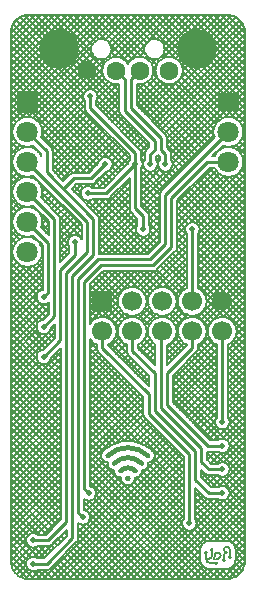
<source format=gbl>
G04 Layer: BottomLayer*
G04 EasyEDA v6.4.25, 2021-09-19T13:56:21+08:00*
G04 cf7ef8cfdd7b4478b9a214f7d578d54c,d03eed67808b488db07f83a96349b93e,10*
G04 Gerber Generator version 0.2*
G04 Scale: 100 percent, Rotated: No, Reflected: No *
G04 Dimensions in inches *
G04 leading zeros omitted , absolute positions ,3 integer and 6 decimal *
%FSLAX36Y36*%
%MOIN*%

%ADD10C,0.0100*%
%ADD11C,0.0050*%
%ADD13C,0.0200*%
%ADD22C,0.0709*%
%ADD26C,0.0669*%
%ADD27C,0.0630*%
%ADD28C,0.1339*%
%ADD29C,0.0157*%

%LPD*%
G36*
X399580Y-1546080D02*
G01*
X397900Y-1546320D01*
X396280Y-1546879D01*
X394820Y-1547720D01*
X394140Y-1548240D01*
X392980Y-1549480D01*
X392060Y-1550900D01*
X391420Y-1552480D01*
X391100Y-1554160D01*
X391100Y-1555840D01*
X391420Y-1557520D01*
X392060Y-1559100D01*
X392980Y-1560520D01*
X394140Y-1561759D01*
X395540Y-1562740D01*
X397080Y-1563440D01*
X398720Y-1563839D01*
X400420Y-1563920D01*
X402100Y-1563680D01*
X403720Y-1563120D01*
X405180Y-1562280D01*
X405860Y-1561759D01*
X407020Y-1560520D01*
X407939Y-1559100D01*
X408579Y-1557520D01*
X408900Y-1555840D01*
X408900Y-1554160D01*
X408579Y-1552480D01*
X407939Y-1550900D01*
X407020Y-1549480D01*
X405860Y-1548240D01*
X404460Y-1547260D01*
X402920Y-1546560D01*
X401280Y-1546160D01*
G37*
G36*
X694479Y-1831980D02*
G01*
X693160Y-1832140D01*
X691919Y-1832620D01*
X690840Y-1833380D01*
X689960Y-1834360D01*
X689340Y-1835540D01*
X689020Y-1836840D01*
X689020Y-1838160D01*
X689340Y-1839460D01*
X689960Y-1840640D01*
X690840Y-1841620D01*
X691919Y-1842380D01*
X693160Y-1842860D01*
X694479Y-1843020D01*
X695800Y-1842860D01*
X697060Y-1842380D01*
X698139Y-1841620D01*
X699020Y-1840640D01*
X699640Y-1839460D01*
X699960Y-1838160D01*
X699960Y-1836840D01*
X699640Y-1835540D01*
X699020Y-1834360D01*
X698139Y-1833380D01*
X697060Y-1832620D01*
X695800Y-1832140D01*
G37*
G36*
X680000Y-1786980D02*
G01*
X678680Y-1787140D01*
X677440Y-1787620D01*
X676340Y-1788380D01*
X675460Y-1789360D01*
X674840Y-1790540D01*
X674520Y-1791840D01*
X674520Y-1793160D01*
X674840Y-1794460D01*
X675460Y-1795620D01*
X676340Y-1796620D01*
X677440Y-1797380D01*
X678040Y-1797660D01*
X679340Y-1797960D01*
X680660Y-1797960D01*
X681960Y-1797660D01*
X683139Y-1797040D01*
X684120Y-1796160D01*
X684880Y-1795060D01*
X685360Y-1793820D01*
X685520Y-1792500D01*
X685360Y-1791180D01*
X684880Y-1789940D01*
X684120Y-1788839D01*
X683139Y-1787960D01*
X681960Y-1787340D01*
X680660Y-1787020D01*
G37*
G36*
X720000Y-1821980D02*
G01*
X718680Y-1822140D01*
X717440Y-1822620D01*
X716340Y-1823380D01*
X715460Y-1824360D01*
X714860Y-1825540D01*
X714539Y-1826840D01*
X714539Y-1828160D01*
X714860Y-1829460D01*
X715460Y-1830640D01*
X716340Y-1831620D01*
X717440Y-1832380D01*
X718680Y-1832860D01*
X720000Y-1833020D01*
X721320Y-1832860D01*
X722560Y-1832380D01*
X723660Y-1831620D01*
X724539Y-1830640D01*
X725160Y-1829460D01*
X725480Y-1828160D01*
X725480Y-1826840D01*
X725160Y-1825540D01*
X724539Y-1824360D01*
X723660Y-1823380D01*
X722560Y-1822620D01*
X721320Y-1822140D01*
G37*
G36*
X740000Y-1811980D02*
G01*
X738680Y-1812140D01*
X737440Y-1812620D01*
X736340Y-1813380D01*
X735460Y-1814360D01*
X734840Y-1815540D01*
X734520Y-1816840D01*
X734520Y-1818160D01*
X734840Y-1819460D01*
X735460Y-1820620D01*
X736340Y-1821620D01*
X737440Y-1822380D01*
X738040Y-1822660D01*
X739340Y-1822960D01*
X740660Y-1822960D01*
X741960Y-1822660D01*
X743139Y-1822040D01*
X744120Y-1821160D01*
X744880Y-1820060D01*
X745360Y-1818820D01*
X745520Y-1817500D01*
X745360Y-1816180D01*
X744880Y-1814940D01*
X744120Y-1813839D01*
X743139Y-1812960D01*
X741960Y-1812340D01*
X740660Y-1812020D01*
G37*
G36*
X660000Y-1796980D02*
G01*
X658680Y-1797140D01*
X657440Y-1797620D01*
X656340Y-1798380D01*
X655460Y-1799360D01*
X654840Y-1800540D01*
X654520Y-1801840D01*
X654520Y-1803160D01*
X654840Y-1804460D01*
X655460Y-1805640D01*
X656340Y-1806620D01*
X657440Y-1807380D01*
X658680Y-1807860D01*
X660000Y-1808020D01*
X661320Y-1807860D01*
X662560Y-1807380D01*
X663660Y-1806620D01*
X664539Y-1805640D01*
X665160Y-1804460D01*
X665480Y-1803160D01*
X665480Y-1801840D01*
X665160Y-1800540D01*
X664539Y-1799360D01*
X663660Y-1798380D01*
X662560Y-1797620D01*
X661320Y-1797140D01*
G37*
D10*
X223600Y-768299D02*
G01*
X223600Y-811399D01*
X175000Y-860000D01*
X175000Y-1094699D01*
X119699Y-1150000D01*
X85000Y-1761399D02*
G01*
X133600Y-1761399D01*
X195000Y-1700000D01*
X195000Y-870000D01*
X265000Y-800000D01*
X265000Y-700000D01*
X65000Y-500000D01*
X250000Y-1685000D02*
G01*
X235000Y-1670000D01*
X235000Y-890000D01*
X300000Y-825000D01*
X475000Y-825000D01*
X525000Y-775000D01*
X525000Y-610000D01*
X735000Y-400000D01*
X270000Y-1605000D02*
G01*
X255000Y-1590000D01*
X255000Y-900000D01*
X310000Y-845000D01*
X485000Y-845000D01*
X545000Y-785000D01*
X545000Y-620000D01*
X665000Y-500000D01*
X735000Y-500000D01*
X615000Y-725000D02*
G01*
X615000Y-965000D01*
X715000Y-1367699D02*
G01*
X715000Y-1065000D01*
X315000Y-1065000D02*
G01*
X315000Y-1120000D01*
X470000Y-1275000D01*
X470000Y-1340000D01*
X605000Y-1475000D01*
X605000Y-1705000D01*
X65000Y-600000D02*
G01*
X155000Y-690000D01*
X155000Y-1014699D01*
X119699Y-1050000D01*
X65000Y-700000D02*
G01*
X135000Y-770000D01*
X135000Y-934699D01*
X119699Y-950000D01*
X425000Y-508090D02*
G01*
X328090Y-605000D01*
X266460Y-605000D01*
X475000Y-508099D02*
G01*
X475000Y-475000D01*
X490000Y-460000D01*
X490000Y-430000D01*
X390000Y-330000D01*
X390000Y-224800D01*
X360599Y-195399D01*
X451199Y-725000D02*
G01*
X451199Y-681199D01*
X425000Y-655000D01*
X425000Y-508099D01*
X275000Y-281900D02*
G01*
X275000Y-320000D01*
X425000Y-470000D01*
X425000Y-508099D01*
X185000Y-590000D02*
G01*
X220000Y-555000D01*
X278099Y-555000D01*
X325000Y-508099D01*
X85010Y-1840149D02*
G01*
X129899Y-1840149D01*
X215000Y-1755000D01*
X215000Y-880000D01*
X285000Y-810000D01*
X285000Y-690000D01*
X130000Y-535000D01*
X130000Y-465000D01*
X65000Y-400000D01*
X515000Y-1065000D02*
G01*
X510000Y-1065000D01*
X510000Y-1320000D01*
X645000Y-1455000D01*
X645000Y-1500000D01*
X670199Y-1525199D01*
X715000Y-1525199D01*
X415000Y-1065000D02*
G01*
X415000Y-1130000D01*
X490000Y-1205000D01*
X490000Y-1330000D01*
X625000Y-1465000D01*
X625000Y-1560000D01*
X668899Y-1603899D01*
X715000Y-1603899D01*
X615000Y-1065000D02*
G01*
X615000Y-1120000D01*
X530000Y-1205000D01*
X530000Y-1310000D01*
X666399Y-1446399D01*
X715000Y-1446399D01*
X525000Y-508099D02*
G01*
X525000Y-475000D01*
X510000Y-460000D01*
X510000Y-420000D01*
X410000Y-320000D01*
X410000Y-224800D01*
X439400Y-195399D01*
D11*
X25122Y-1870321D02*
G01*
X21067Y-1865314D01*
X21067Y-1865314D02*
G01*
X17558Y-1859911D01*
X17558Y-1859911D02*
G01*
X14633Y-1854170D01*
X14633Y-1854170D02*
G01*
X12324Y-1848155D01*
X12324Y-1848155D02*
G01*
X10657Y-1841931D01*
X10657Y-1841931D02*
G01*
X9649Y-1835568D01*
X9649Y-1835568D02*
G01*
X9299Y-1828903D01*
X9299Y-1828903D02*
G01*
X9299Y-71096D01*
X9299Y-71096D02*
G01*
X9649Y-64431D01*
X9649Y-64431D02*
G01*
X10657Y-58068D01*
X10657Y-58068D02*
G01*
X12324Y-51844D01*
X12324Y-51844D02*
G01*
X14633Y-45829D01*
X14633Y-45829D02*
G01*
X17558Y-40088D01*
X17558Y-40088D02*
G01*
X21067Y-34685D01*
X21067Y-34685D02*
G01*
X25122Y-29678D01*
X25122Y-29678D02*
G01*
X29678Y-25122D01*
X29678Y-25122D02*
G01*
X34685Y-21067D01*
X34685Y-21067D02*
G01*
X40088Y-17558D01*
X40088Y-17558D02*
G01*
X45829Y-14633D01*
X45829Y-14633D02*
G01*
X51844Y-12324D01*
X51844Y-12324D02*
G01*
X58068Y-10657D01*
X58068Y-10657D02*
G01*
X64431Y-9649D01*
X64431Y-9649D02*
G01*
X71096Y-9299D01*
X71096Y-9299D02*
G01*
X728903Y-9299D01*
X728903Y-9299D02*
G01*
X735568Y-9649D01*
X735568Y-9649D02*
G01*
X741931Y-10657D01*
X741931Y-10657D02*
G01*
X748155Y-12324D01*
X748155Y-12324D02*
G01*
X754170Y-14633D01*
X754170Y-14633D02*
G01*
X759911Y-17558D01*
X759911Y-17558D02*
G01*
X765314Y-21067D01*
X765314Y-21067D02*
G01*
X770321Y-25122D01*
X770321Y-25122D02*
G01*
X774877Y-29678D01*
X774877Y-29678D02*
G01*
X778932Y-34685D01*
X778932Y-34685D02*
G01*
X782441Y-40088D01*
X782441Y-40088D02*
G01*
X785366Y-45829D01*
X785366Y-45829D02*
G01*
X787675Y-51844D01*
X787675Y-51844D02*
G01*
X789342Y-58068D01*
X789342Y-58068D02*
G01*
X790350Y-64431D01*
X790350Y-64431D02*
G01*
X790699Y-71096D01*
X790699Y-71096D02*
G01*
X790699Y-1828903D01*
X790699Y-1828903D02*
G01*
X790350Y-1835568D01*
X790350Y-1835568D02*
G01*
X789342Y-1841931D01*
X789342Y-1841931D02*
G01*
X787675Y-1848155D01*
X787675Y-1848155D02*
G01*
X785366Y-1854170D01*
X785366Y-1854170D02*
G01*
X782441Y-1859911D01*
X782441Y-1859911D02*
G01*
X778932Y-1865314D01*
X778932Y-1865314D02*
G01*
X774877Y-1870321D01*
X774877Y-1870321D02*
G01*
X770321Y-1874877D01*
X770321Y-1874877D02*
G01*
X765314Y-1878932D01*
X765314Y-1878932D02*
G01*
X759911Y-1882441D01*
X759911Y-1882441D02*
G01*
X754170Y-1885366D01*
X754170Y-1885366D02*
G01*
X748155Y-1887675D01*
X748155Y-1887675D02*
G01*
X741931Y-1889342D01*
X741931Y-1889342D02*
G01*
X735568Y-1890350D01*
X735568Y-1890350D02*
G01*
X728903Y-1890700D01*
X728903Y-1890700D02*
G01*
X71096Y-1890700D01*
X71096Y-1890700D02*
G01*
X64431Y-1890350D01*
X64431Y-1890350D02*
G01*
X58068Y-1889342D01*
X58068Y-1889342D02*
G01*
X51844Y-1887675D01*
X51844Y-1887675D02*
G01*
X45829Y-1885366D01*
X45829Y-1885366D02*
G01*
X40088Y-1882441D01*
X40088Y-1882441D02*
G01*
X34685Y-1878932D01*
X34685Y-1878932D02*
G01*
X29678Y-1874877D01*
X29678Y-1874877D02*
G01*
X25122Y-1870321D01*
X64434Y-1853078D02*
G01*
X67073Y-1856544D01*
X67073Y-1856544D02*
G01*
X70289Y-1859483D01*
X70289Y-1859483D02*
G01*
X73978Y-1861801D01*
X73978Y-1861801D02*
G01*
X78021Y-1863423D01*
X78021Y-1863423D02*
G01*
X82289Y-1864297D01*
X82289Y-1864297D02*
G01*
X86644Y-1864394D01*
X86644Y-1864394D02*
G01*
X90947Y-1863713D01*
X90947Y-1863713D02*
G01*
X95059Y-1862274D01*
X95059Y-1862274D02*
G01*
X98848Y-1860124D01*
X98848Y-1860124D02*
G01*
X99656Y-1859450D01*
X99656Y-1859450D02*
G01*
X129899Y-1859450D01*
X129899Y-1859450D02*
G01*
X133665Y-1859079D01*
X133665Y-1859079D02*
G01*
X137285Y-1857980D01*
X137285Y-1857980D02*
G01*
X140622Y-1856197D01*
X140622Y-1856197D02*
G01*
X143547Y-1853797D01*
X143547Y-1853797D02*
G01*
X228651Y-1768643D01*
X228651Y-1768643D02*
G01*
X231047Y-1765722D01*
X231047Y-1765722D02*
G01*
X232830Y-1762385D01*
X232830Y-1762385D02*
G01*
X233929Y-1758765D01*
X233929Y-1758765D02*
G01*
X234299Y-1755000D01*
X234299Y-1755000D02*
G01*
X234299Y-1703438D01*
X234299Y-1703438D02*
G01*
X235279Y-1704333D01*
X235279Y-1704333D02*
G01*
X238967Y-1706651D01*
X238967Y-1706651D02*
G01*
X243011Y-1708273D01*
X243011Y-1708273D02*
G01*
X247279Y-1709147D01*
X247279Y-1709147D02*
G01*
X251634Y-1709245D01*
X251634Y-1709245D02*
G01*
X255937Y-1708563D01*
X255937Y-1708563D02*
G01*
X260049Y-1707124D01*
X260049Y-1707124D02*
G01*
X263838Y-1704974D01*
X263838Y-1704974D02*
G01*
X267182Y-1702182D01*
X267182Y-1702182D02*
G01*
X269974Y-1698838D01*
X269974Y-1698838D02*
G01*
X272124Y-1695049D01*
X272124Y-1695049D02*
G01*
X273563Y-1690937D01*
X273563Y-1690937D02*
G01*
X274245Y-1686634D01*
X274245Y-1686634D02*
G01*
X274147Y-1682279D01*
X274147Y-1682279D02*
G01*
X273273Y-1678011D01*
X273273Y-1678011D02*
G01*
X271651Y-1673967D01*
X271651Y-1673967D02*
G01*
X269333Y-1670279D01*
X269333Y-1670279D02*
G01*
X266394Y-1667063D01*
X266394Y-1667063D02*
G01*
X262928Y-1664424D01*
X262928Y-1664424D02*
G01*
X259046Y-1662446D01*
X259046Y-1662446D02*
G01*
X254874Y-1661193D01*
X254874Y-1661193D02*
G01*
X254299Y-1661129D01*
X254299Y-1661129D02*
G01*
X254299Y-1623438D01*
X254299Y-1623438D02*
G01*
X255279Y-1624333D01*
X255279Y-1624333D02*
G01*
X258967Y-1626651D01*
X258967Y-1626651D02*
G01*
X263011Y-1628273D01*
X263011Y-1628273D02*
G01*
X267279Y-1629147D01*
X267279Y-1629147D02*
G01*
X271634Y-1629245D01*
X271634Y-1629245D02*
G01*
X275937Y-1628563D01*
X275937Y-1628563D02*
G01*
X280049Y-1627124D01*
X280049Y-1627124D02*
G01*
X283838Y-1624974D01*
X283838Y-1624974D02*
G01*
X287182Y-1622182D01*
X287182Y-1622182D02*
G01*
X289974Y-1618838D01*
X289974Y-1618838D02*
G01*
X292124Y-1615049D01*
X292124Y-1615049D02*
G01*
X293563Y-1610937D01*
X293563Y-1610937D02*
G01*
X294245Y-1606634D01*
X294245Y-1606634D02*
G01*
X294147Y-1602279D01*
X294147Y-1602279D02*
G01*
X293273Y-1598011D01*
X293273Y-1598011D02*
G01*
X291651Y-1593967D01*
X291651Y-1593967D02*
G01*
X289333Y-1590279D01*
X289333Y-1590279D02*
G01*
X286394Y-1587063D01*
X286394Y-1587063D02*
G01*
X282928Y-1584424D01*
X282928Y-1584424D02*
G01*
X279046Y-1582446D01*
X279046Y-1582446D02*
G01*
X274874Y-1581193D01*
X274874Y-1581193D02*
G01*
X274299Y-1581129D01*
X274299Y-1581129D02*
G01*
X274299Y-1089849D01*
X274299Y-1089849D02*
G01*
X276720Y-1093568D01*
X276720Y-1093568D02*
G01*
X280688Y-1098228D01*
X280688Y-1098228D02*
G01*
X285219Y-1102343D01*
X285219Y-1102343D02*
G01*
X290239Y-1105845D01*
X290239Y-1105845D02*
G01*
X295700Y-1108689D01*
X295700Y-1108689D02*
G01*
X295700Y-1120000D01*
X295700Y-1120000D02*
G01*
X296070Y-1123765D01*
X296070Y-1123765D02*
G01*
X297169Y-1127385D01*
X297169Y-1127385D02*
G01*
X298952Y-1130722D01*
X298952Y-1130722D02*
G01*
X301352Y-1133647D01*
X301352Y-1133647D02*
G01*
X450700Y-1282994D01*
X450700Y-1282994D02*
G01*
X450700Y-1340000D01*
X450700Y-1340000D02*
G01*
X451070Y-1343765D01*
X451070Y-1343765D02*
G01*
X452169Y-1347385D01*
X452169Y-1347385D02*
G01*
X453952Y-1350722D01*
X453952Y-1350722D02*
G01*
X456352Y-1353647D01*
X456352Y-1353647D02*
G01*
X585700Y-1482994D01*
X585700Y-1482994D02*
G01*
X585700Y-1690359D01*
X585700Y-1690359D02*
G01*
X583865Y-1693007D01*
X583865Y-1693007D02*
G01*
X582063Y-1696974D01*
X582063Y-1696974D02*
G01*
X580999Y-1701198D01*
X580999Y-1701198D02*
G01*
X580706Y-1705545D01*
X580706Y-1705545D02*
G01*
X581193Y-1709874D01*
X581193Y-1709874D02*
G01*
X582446Y-1714046D01*
X582446Y-1714046D02*
G01*
X584424Y-1717928D01*
X584424Y-1717928D02*
G01*
X587063Y-1721394D01*
X587063Y-1721394D02*
G01*
X590279Y-1724333D01*
X590279Y-1724333D02*
G01*
X593967Y-1726651D01*
X593967Y-1726651D02*
G01*
X598011Y-1728273D01*
X598011Y-1728273D02*
G01*
X602279Y-1729147D01*
X602279Y-1729147D02*
G01*
X606634Y-1729245D01*
X606634Y-1729245D02*
G01*
X610937Y-1728563D01*
X610937Y-1728563D02*
G01*
X615049Y-1727124D01*
X615049Y-1727124D02*
G01*
X618838Y-1724974D01*
X618838Y-1724974D02*
G01*
X622182Y-1722182D01*
X622182Y-1722182D02*
G01*
X624974Y-1718838D01*
X624974Y-1718838D02*
G01*
X627124Y-1715049D01*
X627124Y-1715049D02*
G01*
X628563Y-1710937D01*
X628563Y-1710937D02*
G01*
X629245Y-1706634D01*
X629245Y-1706634D02*
G01*
X629147Y-1702279D01*
X629147Y-1702279D02*
G01*
X628273Y-1698011D01*
X628273Y-1698011D02*
G01*
X626651Y-1693967D01*
X626651Y-1693967D02*
G01*
X624299Y-1690242D01*
X624299Y-1690242D02*
G01*
X624299Y-1586594D01*
X624299Y-1586594D02*
G01*
X655252Y-1617547D01*
X655252Y-1617547D02*
G01*
X658177Y-1619947D01*
X658177Y-1619947D02*
G01*
X661514Y-1621730D01*
X661514Y-1621730D02*
G01*
X665134Y-1622829D01*
X665134Y-1622829D02*
G01*
X668899Y-1623200D01*
X668899Y-1623200D02*
G01*
X700229Y-1623200D01*
X700229Y-1623200D02*
G01*
X703987Y-1625581D01*
X703987Y-1625581D02*
G01*
X708031Y-1627203D01*
X708031Y-1627203D02*
G01*
X712299Y-1628077D01*
X712299Y-1628077D02*
G01*
X716654Y-1628175D01*
X716654Y-1628175D02*
G01*
X720957Y-1627493D01*
X720957Y-1627493D02*
G01*
X725069Y-1626054D01*
X725069Y-1626054D02*
G01*
X728858Y-1623904D01*
X728858Y-1623904D02*
G01*
X732202Y-1621112D01*
X732202Y-1621112D02*
G01*
X734994Y-1617768D01*
X734994Y-1617768D02*
G01*
X737144Y-1613979D01*
X737144Y-1613979D02*
G01*
X738583Y-1609867D01*
X738583Y-1609867D02*
G01*
X739265Y-1605564D01*
X739265Y-1605564D02*
G01*
X739167Y-1601209D01*
X739167Y-1601209D02*
G01*
X738293Y-1596941D01*
X738293Y-1596941D02*
G01*
X736671Y-1592898D01*
X736671Y-1592898D02*
G01*
X734353Y-1589209D01*
X734353Y-1589209D02*
G01*
X731414Y-1585993D01*
X731414Y-1585993D02*
G01*
X727948Y-1583354D01*
X727948Y-1583354D02*
G01*
X724066Y-1581376D01*
X724066Y-1581376D02*
G01*
X719894Y-1580123D01*
X719894Y-1580123D02*
G01*
X715565Y-1579636D01*
X715565Y-1579636D02*
G01*
X711218Y-1579929D01*
X711218Y-1579929D02*
G01*
X706994Y-1580993D01*
X706994Y-1580993D02*
G01*
X703027Y-1582795D01*
X703027Y-1582795D02*
G01*
X700422Y-1584600D01*
X700422Y-1584600D02*
G01*
X676894Y-1584600D01*
X676894Y-1584600D02*
G01*
X644299Y-1552005D01*
X644299Y-1552005D02*
G01*
X644299Y-1526594D01*
X644299Y-1526594D02*
G01*
X656552Y-1538847D01*
X656552Y-1538847D02*
G01*
X659477Y-1541247D01*
X659477Y-1541247D02*
G01*
X662814Y-1543030D01*
X662814Y-1543030D02*
G01*
X666434Y-1544129D01*
X666434Y-1544129D02*
G01*
X670199Y-1544499D01*
X670199Y-1544499D02*
G01*
X700273Y-1544499D01*
X700273Y-1544499D02*
G01*
X703987Y-1546841D01*
X703987Y-1546841D02*
G01*
X708031Y-1548463D01*
X708031Y-1548463D02*
G01*
X712299Y-1549337D01*
X712299Y-1549337D02*
G01*
X716654Y-1549434D01*
X716654Y-1549434D02*
G01*
X720957Y-1548753D01*
X720957Y-1548753D02*
G01*
X725069Y-1547314D01*
X725069Y-1547314D02*
G01*
X728858Y-1545164D01*
X728858Y-1545164D02*
G01*
X732202Y-1542372D01*
X732202Y-1542372D02*
G01*
X734994Y-1539028D01*
X734994Y-1539028D02*
G01*
X737144Y-1535239D01*
X737144Y-1535239D02*
G01*
X738583Y-1531127D01*
X738583Y-1531127D02*
G01*
X739265Y-1526824D01*
X739265Y-1526824D02*
G01*
X739167Y-1522469D01*
X739167Y-1522469D02*
G01*
X738293Y-1518201D01*
X738293Y-1518201D02*
G01*
X736671Y-1514158D01*
X736671Y-1514158D02*
G01*
X734353Y-1510469D01*
X734353Y-1510469D02*
G01*
X731414Y-1507253D01*
X731414Y-1507253D02*
G01*
X727948Y-1504614D01*
X727948Y-1504614D02*
G01*
X724066Y-1502636D01*
X724066Y-1502636D02*
G01*
X719894Y-1501383D01*
X719894Y-1501383D02*
G01*
X715565Y-1500896D01*
X715565Y-1500896D02*
G01*
X711218Y-1501189D01*
X711218Y-1501189D02*
G01*
X706994Y-1502253D01*
X706994Y-1502253D02*
G01*
X703027Y-1504055D01*
X703027Y-1504055D02*
G01*
X700365Y-1505900D01*
X700365Y-1505900D02*
G01*
X678194Y-1505900D01*
X678194Y-1505900D02*
G01*
X664299Y-1492005D01*
X664299Y-1492005D02*
G01*
X664299Y-1465492D01*
X664299Y-1465492D02*
G01*
X666399Y-1465698D01*
X666399Y-1465698D02*
G01*
X700217Y-1465698D01*
X700217Y-1465698D02*
G01*
X703987Y-1468091D01*
X703987Y-1468091D02*
G01*
X708031Y-1469713D01*
X708031Y-1469713D02*
G01*
X712299Y-1470587D01*
X712299Y-1470587D02*
G01*
X716654Y-1470684D01*
X716654Y-1470684D02*
G01*
X720957Y-1470003D01*
X720957Y-1470003D02*
G01*
X725069Y-1468564D01*
X725069Y-1468564D02*
G01*
X728858Y-1466414D01*
X728858Y-1466414D02*
G01*
X732202Y-1463622D01*
X732202Y-1463622D02*
G01*
X734994Y-1460278D01*
X734994Y-1460278D02*
G01*
X737144Y-1456489D01*
X737144Y-1456489D02*
G01*
X738583Y-1452377D01*
X738583Y-1452377D02*
G01*
X739265Y-1448074D01*
X739265Y-1448074D02*
G01*
X739167Y-1443719D01*
X739167Y-1443719D02*
G01*
X738293Y-1439451D01*
X738293Y-1439451D02*
G01*
X736671Y-1435408D01*
X736671Y-1435408D02*
G01*
X734353Y-1431719D01*
X734353Y-1431719D02*
G01*
X731414Y-1428503D01*
X731414Y-1428503D02*
G01*
X727948Y-1425864D01*
X727948Y-1425864D02*
G01*
X724066Y-1423886D01*
X724066Y-1423886D02*
G01*
X719894Y-1422633D01*
X719894Y-1422633D02*
G01*
X715565Y-1422146D01*
X715565Y-1422146D02*
G01*
X711218Y-1422439D01*
X711218Y-1422439D02*
G01*
X706994Y-1423503D01*
X706994Y-1423503D02*
G01*
X703027Y-1425305D01*
X703027Y-1425305D02*
G01*
X700438Y-1427098D01*
X700438Y-1427098D02*
G01*
X674393Y-1427098D01*
X674393Y-1427098D02*
G01*
X549299Y-1302005D01*
X549299Y-1302005D02*
G01*
X549299Y-1212994D01*
X549299Y-1212994D02*
G01*
X628647Y-1133647D01*
X628647Y-1133647D02*
G01*
X631047Y-1130722D01*
X631047Y-1130722D02*
G01*
X632830Y-1127385D01*
X632830Y-1127385D02*
G01*
X633929Y-1123765D01*
X633929Y-1123765D02*
G01*
X634299Y-1120000D01*
X634299Y-1120000D02*
G01*
X634299Y-1108584D01*
X634299Y-1108584D02*
G01*
X637092Y-1107348D01*
X637092Y-1107348D02*
G01*
X642326Y-1104175D01*
X642326Y-1104175D02*
G01*
X647112Y-1100358D01*
X647112Y-1100358D02*
G01*
X651370Y-1095962D01*
X651370Y-1095962D02*
G01*
X655030Y-1091057D01*
X655030Y-1091057D02*
G01*
X658034Y-1085724D01*
X658034Y-1085724D02*
G01*
X660331Y-1080050D01*
X660331Y-1080050D02*
G01*
X661883Y-1074130D01*
X661883Y-1074130D02*
G01*
X662666Y-1068060D01*
X662666Y-1068060D02*
G01*
X662666Y-1061939D01*
X662666Y-1061939D02*
G01*
X661883Y-1055869D01*
X661883Y-1055869D02*
G01*
X660331Y-1049949D01*
X660331Y-1049949D02*
G01*
X658034Y-1044275D01*
X658034Y-1044275D02*
G01*
X655030Y-1038942D01*
X655030Y-1038942D02*
G01*
X651370Y-1034037D01*
X651370Y-1034037D02*
G01*
X647112Y-1029641D01*
X647112Y-1029641D02*
G01*
X642326Y-1025824D01*
X642326Y-1025824D02*
G01*
X637092Y-1022651D01*
X637092Y-1022651D02*
G01*
X631496Y-1020174D01*
X631496Y-1020174D02*
G01*
X625628Y-1018433D01*
X625628Y-1018433D02*
G01*
X619586Y-1017456D01*
X619586Y-1017456D02*
G01*
X613469Y-1017260D01*
X613469Y-1017260D02*
G01*
X607376Y-1017847D01*
X607376Y-1017847D02*
G01*
X601409Y-1019209D01*
X601409Y-1019209D02*
G01*
X595665Y-1021323D01*
X595665Y-1021323D02*
G01*
X590239Y-1024154D01*
X590239Y-1024154D02*
G01*
X585219Y-1027656D01*
X585219Y-1027656D02*
G01*
X580688Y-1031771D01*
X580688Y-1031771D02*
G01*
X576720Y-1036431D01*
X576720Y-1036431D02*
G01*
X573381Y-1041561D01*
X573381Y-1041561D02*
G01*
X570726Y-1047075D01*
X570726Y-1047075D02*
G01*
X568797Y-1052884D01*
X568797Y-1052884D02*
G01*
X567627Y-1058892D01*
X567627Y-1058892D02*
G01*
X567235Y-1065000D01*
X567235Y-1065000D02*
G01*
X567627Y-1071107D01*
X567627Y-1071107D02*
G01*
X568797Y-1077115D01*
X568797Y-1077115D02*
G01*
X570726Y-1082924D01*
X570726Y-1082924D02*
G01*
X573381Y-1088438D01*
X573381Y-1088438D02*
G01*
X576720Y-1093568D01*
X576720Y-1093568D02*
G01*
X580688Y-1098228D01*
X580688Y-1098228D02*
G01*
X585219Y-1102343D01*
X585219Y-1102343D02*
G01*
X590239Y-1105845D01*
X590239Y-1105845D02*
G01*
X595665Y-1108676D01*
X595665Y-1108676D02*
G01*
X595700Y-1112005D01*
X595700Y-1112005D02*
G01*
X529299Y-1178405D01*
X529299Y-1178405D02*
G01*
X529299Y-1110477D01*
X529299Y-1110477D02*
G01*
X531496Y-1109825D01*
X531496Y-1109825D02*
G01*
X537092Y-1107348D01*
X537092Y-1107348D02*
G01*
X542326Y-1104175D01*
X542326Y-1104175D02*
G01*
X547112Y-1100358D01*
X547112Y-1100358D02*
G01*
X551370Y-1095962D01*
X551370Y-1095962D02*
G01*
X555030Y-1091057D01*
X555030Y-1091057D02*
G01*
X558034Y-1085724D01*
X558034Y-1085724D02*
G01*
X560331Y-1080050D01*
X560331Y-1080050D02*
G01*
X561883Y-1074130D01*
X561883Y-1074130D02*
G01*
X562666Y-1068060D01*
X562666Y-1068060D02*
G01*
X562666Y-1061939D01*
X562666Y-1061939D02*
G01*
X561883Y-1055869D01*
X561883Y-1055869D02*
G01*
X560331Y-1049949D01*
X560331Y-1049949D02*
G01*
X558034Y-1044275D01*
X558034Y-1044275D02*
G01*
X555030Y-1038942D01*
X555030Y-1038942D02*
G01*
X551370Y-1034037D01*
X551370Y-1034037D02*
G01*
X547112Y-1029641D01*
X547112Y-1029641D02*
G01*
X542326Y-1025824D01*
X542326Y-1025824D02*
G01*
X537092Y-1022651D01*
X537092Y-1022651D02*
G01*
X531496Y-1020174D01*
X531496Y-1020174D02*
G01*
X525628Y-1018433D01*
X525628Y-1018433D02*
G01*
X519586Y-1017456D01*
X519586Y-1017456D02*
G01*
X513469Y-1017260D01*
X513469Y-1017260D02*
G01*
X507376Y-1017847D01*
X507376Y-1017847D02*
G01*
X501409Y-1019209D01*
X501409Y-1019209D02*
G01*
X495665Y-1021323D01*
X495665Y-1021323D02*
G01*
X490239Y-1024154D01*
X490239Y-1024154D02*
G01*
X485219Y-1027656D01*
X485219Y-1027656D02*
G01*
X480688Y-1031771D01*
X480688Y-1031771D02*
G01*
X476720Y-1036431D01*
X476720Y-1036431D02*
G01*
X473381Y-1041561D01*
X473381Y-1041561D02*
G01*
X470726Y-1047075D01*
X470726Y-1047075D02*
G01*
X468797Y-1052884D01*
X468797Y-1052884D02*
G01*
X467627Y-1058892D01*
X467627Y-1058892D02*
G01*
X467235Y-1065000D01*
X467235Y-1065000D02*
G01*
X467627Y-1071107D01*
X467627Y-1071107D02*
G01*
X468797Y-1077115D01*
X468797Y-1077115D02*
G01*
X470726Y-1082924D01*
X470726Y-1082924D02*
G01*
X473381Y-1088438D01*
X473381Y-1088438D02*
G01*
X476720Y-1093568D01*
X476720Y-1093568D02*
G01*
X480688Y-1098228D01*
X480688Y-1098228D02*
G01*
X485219Y-1102343D01*
X485219Y-1102343D02*
G01*
X490239Y-1105845D01*
X490239Y-1105845D02*
G01*
X490700Y-1106085D01*
X490700Y-1106085D02*
G01*
X490700Y-1178405D01*
X490700Y-1178405D02*
G01*
X434299Y-1122005D01*
X434299Y-1122005D02*
G01*
X434299Y-1108584D01*
X434299Y-1108584D02*
G01*
X437092Y-1107348D01*
X437092Y-1107348D02*
G01*
X442326Y-1104175D01*
X442326Y-1104175D02*
G01*
X447112Y-1100358D01*
X447112Y-1100358D02*
G01*
X451370Y-1095962D01*
X451370Y-1095962D02*
G01*
X455030Y-1091057D01*
X455030Y-1091057D02*
G01*
X458034Y-1085724D01*
X458034Y-1085724D02*
G01*
X460331Y-1080050D01*
X460331Y-1080050D02*
G01*
X461883Y-1074130D01*
X461883Y-1074130D02*
G01*
X462666Y-1068060D01*
X462666Y-1068060D02*
G01*
X462666Y-1061939D01*
X462666Y-1061939D02*
G01*
X461883Y-1055869D01*
X461883Y-1055869D02*
G01*
X460331Y-1049949D01*
X460331Y-1049949D02*
G01*
X458034Y-1044275D01*
X458034Y-1044275D02*
G01*
X455030Y-1038942D01*
X455030Y-1038942D02*
G01*
X451370Y-1034037D01*
X451370Y-1034037D02*
G01*
X447112Y-1029641D01*
X447112Y-1029641D02*
G01*
X442326Y-1025824D01*
X442326Y-1025824D02*
G01*
X437092Y-1022651D01*
X437092Y-1022651D02*
G01*
X431496Y-1020174D01*
X431496Y-1020174D02*
G01*
X425628Y-1018433D01*
X425628Y-1018433D02*
G01*
X419586Y-1017456D01*
X419586Y-1017456D02*
G01*
X413469Y-1017260D01*
X413469Y-1017260D02*
G01*
X407376Y-1017847D01*
X407376Y-1017847D02*
G01*
X401409Y-1019209D01*
X401409Y-1019209D02*
G01*
X395665Y-1021323D01*
X395665Y-1021323D02*
G01*
X390239Y-1024154D01*
X390239Y-1024154D02*
G01*
X385219Y-1027656D01*
X385219Y-1027656D02*
G01*
X380688Y-1031771D01*
X380688Y-1031771D02*
G01*
X376720Y-1036431D01*
X376720Y-1036431D02*
G01*
X373381Y-1041561D01*
X373381Y-1041561D02*
G01*
X370726Y-1047075D01*
X370726Y-1047075D02*
G01*
X368797Y-1052884D01*
X368797Y-1052884D02*
G01*
X367627Y-1058892D01*
X367627Y-1058892D02*
G01*
X367235Y-1065000D01*
X367235Y-1065000D02*
G01*
X367627Y-1071107D01*
X367627Y-1071107D02*
G01*
X368797Y-1077115D01*
X368797Y-1077115D02*
G01*
X370726Y-1082924D01*
X370726Y-1082924D02*
G01*
X373381Y-1088438D01*
X373381Y-1088438D02*
G01*
X376720Y-1093568D01*
X376720Y-1093568D02*
G01*
X380688Y-1098228D01*
X380688Y-1098228D02*
G01*
X385219Y-1102343D01*
X385219Y-1102343D02*
G01*
X390239Y-1105845D01*
X390239Y-1105845D02*
G01*
X395700Y-1108689D01*
X395700Y-1108689D02*
G01*
X395700Y-1130000D01*
X395700Y-1130000D02*
G01*
X396070Y-1133765D01*
X396070Y-1133765D02*
G01*
X397169Y-1137385D01*
X397169Y-1137385D02*
G01*
X398952Y-1140722D01*
X398952Y-1140722D02*
G01*
X401352Y-1143647D01*
X401352Y-1143647D02*
G01*
X470700Y-1212994D01*
X470700Y-1212994D02*
G01*
X470700Y-1248405D01*
X470700Y-1248405D02*
G01*
X334299Y-1112005D01*
X334299Y-1112005D02*
G01*
X334299Y-1108584D01*
X334299Y-1108584D02*
G01*
X337092Y-1107348D01*
X337092Y-1107348D02*
G01*
X342326Y-1104175D01*
X342326Y-1104175D02*
G01*
X347112Y-1100358D01*
X347112Y-1100358D02*
G01*
X351370Y-1095962D01*
X351370Y-1095962D02*
G01*
X355030Y-1091057D01*
X355030Y-1091057D02*
G01*
X358034Y-1085724D01*
X358034Y-1085724D02*
G01*
X360331Y-1080050D01*
X360331Y-1080050D02*
G01*
X361883Y-1074130D01*
X361883Y-1074130D02*
G01*
X362666Y-1068060D01*
X362666Y-1068060D02*
G01*
X362666Y-1061939D01*
X362666Y-1061939D02*
G01*
X361883Y-1055869D01*
X361883Y-1055869D02*
G01*
X360331Y-1049949D01*
X360331Y-1049949D02*
G01*
X358034Y-1044275D01*
X358034Y-1044275D02*
G01*
X355030Y-1038942D01*
X355030Y-1038942D02*
G01*
X351370Y-1034037D01*
X351370Y-1034037D02*
G01*
X347112Y-1029641D01*
X347112Y-1029641D02*
G01*
X342326Y-1025824D01*
X342326Y-1025824D02*
G01*
X337092Y-1022651D01*
X337092Y-1022651D02*
G01*
X331496Y-1020174D01*
X331496Y-1020174D02*
G01*
X325628Y-1018433D01*
X325628Y-1018433D02*
G01*
X319586Y-1017456D01*
X319586Y-1017456D02*
G01*
X313469Y-1017260D01*
X313469Y-1017260D02*
G01*
X307376Y-1017847D01*
X307376Y-1017847D02*
G01*
X301409Y-1019209D01*
X301409Y-1019209D02*
G01*
X295665Y-1021323D01*
X295665Y-1021323D02*
G01*
X290239Y-1024154D01*
X290239Y-1024154D02*
G01*
X285219Y-1027656D01*
X285219Y-1027656D02*
G01*
X280688Y-1031771D01*
X280688Y-1031771D02*
G01*
X276720Y-1036431D01*
X276720Y-1036431D02*
G01*
X274299Y-1040150D01*
X274299Y-1040150D02*
G01*
X274299Y-907994D01*
X274299Y-907994D02*
G01*
X317994Y-864299D01*
X317994Y-864299D02*
G01*
X485000Y-864299D01*
X485000Y-864299D02*
G01*
X488765Y-863929D01*
X488765Y-863929D02*
G01*
X492385Y-862830D01*
X492385Y-862830D02*
G01*
X495722Y-861047D01*
X495722Y-861047D02*
G01*
X498647Y-858647D01*
X498647Y-858647D02*
G01*
X558647Y-798647D01*
X558647Y-798647D02*
G01*
X561047Y-795722D01*
X561047Y-795722D02*
G01*
X562830Y-792385D01*
X562830Y-792385D02*
G01*
X563929Y-788765D01*
X563929Y-788765D02*
G01*
X564299Y-785000D01*
X564299Y-785000D02*
G01*
X564299Y-627994D01*
X564299Y-627994D02*
G01*
X672994Y-519299D01*
X672994Y-519299D02*
G01*
X689257Y-519299D01*
X689257Y-519299D02*
G01*
X690000Y-521175D01*
X690000Y-521175D02*
G01*
X693009Y-526648D01*
X693009Y-526648D02*
G01*
X696680Y-531700D01*
X696680Y-531700D02*
G01*
X700955Y-536253D01*
X700955Y-536253D02*
G01*
X705767Y-540234D01*
X705767Y-540234D02*
G01*
X711040Y-543581D01*
X711040Y-543581D02*
G01*
X716692Y-546240D01*
X716692Y-546240D02*
G01*
X722631Y-548170D01*
X722631Y-548170D02*
G01*
X728766Y-549340D01*
X728766Y-549340D02*
G01*
X735000Y-549733D01*
X735000Y-549733D02*
G01*
X741233Y-549340D01*
X741233Y-549340D02*
G01*
X747368Y-548170D01*
X747368Y-548170D02*
G01*
X753307Y-546240D01*
X753307Y-546240D02*
G01*
X758959Y-543581D01*
X758959Y-543581D02*
G01*
X764232Y-540234D01*
X764232Y-540234D02*
G01*
X769044Y-536253D01*
X769044Y-536253D02*
G01*
X773319Y-531700D01*
X773319Y-531700D02*
G01*
X776990Y-526648D01*
X776990Y-526648D02*
G01*
X779999Y-521175D01*
X779999Y-521175D02*
G01*
X782298Y-515368D01*
X782298Y-515368D02*
G01*
X783852Y-509319D01*
X783852Y-509319D02*
G01*
X784634Y-503122D01*
X784634Y-503122D02*
G01*
X784634Y-496877D01*
X784634Y-496877D02*
G01*
X783852Y-490680D01*
X783852Y-490680D02*
G01*
X782298Y-484631D01*
X782298Y-484631D02*
G01*
X779999Y-478824D01*
X779999Y-478824D02*
G01*
X776990Y-473351D01*
X776990Y-473351D02*
G01*
X773319Y-468299D01*
X773319Y-468299D02*
G01*
X769044Y-463746D01*
X769044Y-463746D02*
G01*
X764232Y-459765D01*
X764232Y-459765D02*
G01*
X758959Y-456418D01*
X758959Y-456418D02*
G01*
X753307Y-453759D01*
X753307Y-453759D02*
G01*
X747368Y-451829D01*
X747368Y-451829D02*
G01*
X741233Y-450659D01*
X741233Y-450659D02*
G01*
X735000Y-450266D01*
X735000Y-450266D02*
G01*
X728766Y-450659D01*
X728766Y-450659D02*
G01*
X722631Y-451829D01*
X722631Y-451829D02*
G01*
X716692Y-453759D01*
X716692Y-453759D02*
G01*
X711040Y-456418D01*
X711040Y-456418D02*
G01*
X705767Y-459765D01*
X705767Y-459765D02*
G01*
X700955Y-463746D01*
X700955Y-463746D02*
G01*
X696680Y-468299D01*
X696680Y-468299D02*
G01*
X693009Y-473351D01*
X693009Y-473351D02*
G01*
X690000Y-478824D01*
X690000Y-478824D02*
G01*
X689257Y-480700D01*
X689257Y-480700D02*
G01*
X681594Y-480700D01*
X681594Y-480700D02*
G01*
X716257Y-446036D01*
X716257Y-446036D02*
G01*
X716692Y-446240D01*
X716692Y-446240D02*
G01*
X722631Y-448170D01*
X722631Y-448170D02*
G01*
X728766Y-449340D01*
X728766Y-449340D02*
G01*
X735000Y-449733D01*
X735000Y-449733D02*
G01*
X741233Y-449340D01*
X741233Y-449340D02*
G01*
X747368Y-448170D01*
X747368Y-448170D02*
G01*
X753307Y-446240D01*
X753307Y-446240D02*
G01*
X758959Y-443581D01*
X758959Y-443581D02*
G01*
X764232Y-440234D01*
X764232Y-440234D02*
G01*
X769044Y-436253D01*
X769044Y-436253D02*
G01*
X773319Y-431700D01*
X773319Y-431700D02*
G01*
X776990Y-426648D01*
X776990Y-426648D02*
G01*
X779999Y-421175D01*
X779999Y-421175D02*
G01*
X782298Y-415368D01*
X782298Y-415368D02*
G01*
X783852Y-409319D01*
X783852Y-409319D02*
G01*
X784634Y-403122D01*
X784634Y-403122D02*
G01*
X784634Y-396877D01*
X784634Y-396877D02*
G01*
X783852Y-390680D01*
X783852Y-390680D02*
G01*
X782298Y-384631D01*
X782298Y-384631D02*
G01*
X779999Y-378824D01*
X779999Y-378824D02*
G01*
X776990Y-373351D01*
X776990Y-373351D02*
G01*
X773319Y-368299D01*
X773319Y-368299D02*
G01*
X769044Y-363746D01*
X769044Y-363746D02*
G01*
X764232Y-359765D01*
X764232Y-359765D02*
G01*
X758959Y-356418D01*
X758959Y-356418D02*
G01*
X753307Y-353759D01*
X753307Y-353759D02*
G01*
X747368Y-351829D01*
X747368Y-351829D02*
G01*
X741233Y-350659D01*
X741233Y-350659D02*
G01*
X735000Y-350266D01*
X735000Y-350266D02*
G01*
X728766Y-350659D01*
X728766Y-350659D02*
G01*
X722631Y-351829D01*
X722631Y-351829D02*
G01*
X716692Y-353759D01*
X716692Y-353759D02*
G01*
X711040Y-356418D01*
X711040Y-356418D02*
G01*
X705767Y-359765D01*
X705767Y-359765D02*
G01*
X700955Y-363746D01*
X700955Y-363746D02*
G01*
X696680Y-368299D01*
X696680Y-368299D02*
G01*
X693009Y-373351D01*
X693009Y-373351D02*
G01*
X690000Y-378824D01*
X690000Y-378824D02*
G01*
X687701Y-384631D01*
X687701Y-384631D02*
G01*
X686147Y-390680D01*
X686147Y-390680D02*
G01*
X685365Y-396877D01*
X685365Y-396877D02*
G01*
X685365Y-403122D01*
X685365Y-403122D02*
G01*
X686147Y-409319D01*
X686147Y-409319D02*
G01*
X687701Y-415368D01*
X687701Y-415368D02*
G01*
X689016Y-418689D01*
X689016Y-418689D02*
G01*
X511352Y-596352D01*
X511352Y-596352D02*
G01*
X508952Y-599277D01*
X508952Y-599277D02*
G01*
X507169Y-602614D01*
X507169Y-602614D02*
G01*
X506070Y-606234D01*
X506070Y-606234D02*
G01*
X505700Y-610000D01*
X505700Y-610000D02*
G01*
X505700Y-767005D01*
X505700Y-767005D02*
G01*
X467005Y-805700D01*
X467005Y-805700D02*
G01*
X304299Y-805700D01*
X304299Y-805700D02*
G01*
X304299Y-690000D01*
X304299Y-690000D02*
G01*
X303929Y-686234D01*
X303929Y-686234D02*
G01*
X302830Y-682614D01*
X302830Y-682614D02*
G01*
X301047Y-679277D01*
X301047Y-679277D02*
G01*
X298647Y-676352D01*
X298647Y-676352D02*
G01*
X212294Y-590000D01*
X212294Y-590000D02*
G01*
X227994Y-574299D01*
X227994Y-574299D02*
G01*
X278099Y-574299D01*
X278099Y-574299D02*
G01*
X281865Y-573929D01*
X281865Y-573929D02*
G01*
X285485Y-572830D01*
X285485Y-572830D02*
G01*
X288822Y-571047D01*
X288822Y-571047D02*
G01*
X291747Y-568647D01*
X291747Y-568647D02*
G01*
X328315Y-532078D01*
X328315Y-532078D02*
G01*
X330937Y-531663D01*
X330937Y-531663D02*
G01*
X335049Y-530224D01*
X335049Y-530224D02*
G01*
X338838Y-528074D01*
X338838Y-528074D02*
G01*
X342182Y-525282D01*
X342182Y-525282D02*
G01*
X344974Y-521938D01*
X344974Y-521938D02*
G01*
X347124Y-518149D01*
X347124Y-518149D02*
G01*
X348563Y-514037D01*
X348563Y-514037D02*
G01*
X349245Y-509734D01*
X349245Y-509734D02*
G01*
X349147Y-505379D01*
X349147Y-505379D02*
G01*
X348273Y-501111D01*
X348273Y-501111D02*
G01*
X346651Y-497067D01*
X346651Y-497067D02*
G01*
X344333Y-493379D01*
X344333Y-493379D02*
G01*
X341394Y-490163D01*
X341394Y-490163D02*
G01*
X337928Y-487524D01*
X337928Y-487524D02*
G01*
X334046Y-485546D01*
X334046Y-485546D02*
G01*
X329874Y-484293D01*
X329874Y-484293D02*
G01*
X325545Y-483806D01*
X325545Y-483806D02*
G01*
X321198Y-484099D01*
X321198Y-484099D02*
G01*
X316974Y-485163D01*
X316974Y-485163D02*
G01*
X313007Y-486965D01*
X313007Y-486965D02*
G01*
X309426Y-489446D01*
X309426Y-489446D02*
G01*
X306346Y-492526D01*
X306346Y-492526D02*
G01*
X303865Y-496107D01*
X303865Y-496107D02*
G01*
X302063Y-500074D01*
X302063Y-500074D02*
G01*
X300999Y-504298D01*
X300999Y-504298D02*
G01*
X300962Y-504843D01*
X300962Y-504843D02*
G01*
X270105Y-535700D01*
X270105Y-535700D02*
G01*
X220000Y-535700D01*
X220000Y-535700D02*
G01*
X216234Y-536070D01*
X216234Y-536070D02*
G01*
X212614Y-537169D01*
X212614Y-537169D02*
G01*
X209277Y-538952D01*
X209277Y-538952D02*
G01*
X206352Y-541352D01*
X206352Y-541352D02*
G01*
X185000Y-562705D01*
X185000Y-562705D02*
G01*
X149299Y-527005D01*
X149299Y-527005D02*
G01*
X149299Y-465000D01*
X149299Y-465000D02*
G01*
X148929Y-461234D01*
X148929Y-461234D02*
G01*
X147830Y-457614D01*
X147830Y-457614D02*
G01*
X146047Y-454277D01*
X146047Y-454277D02*
G01*
X143647Y-451352D01*
X143647Y-451352D02*
G01*
X110983Y-418689D01*
X110983Y-418689D02*
G01*
X112298Y-415368D01*
X112298Y-415368D02*
G01*
X113852Y-409319D01*
X113852Y-409319D02*
G01*
X114634Y-403122D01*
X114634Y-403122D02*
G01*
X114634Y-396877D01*
X114634Y-396877D02*
G01*
X113852Y-390680D01*
X113852Y-390680D02*
G01*
X112298Y-384631D01*
X112298Y-384631D02*
G01*
X109999Y-378824D01*
X109999Y-378824D02*
G01*
X106990Y-373351D01*
X106990Y-373351D02*
G01*
X103319Y-368299D01*
X103319Y-368299D02*
G01*
X99044Y-363746D01*
X99044Y-363746D02*
G01*
X94232Y-359765D01*
X94232Y-359765D02*
G01*
X88959Y-356418D01*
X88959Y-356418D02*
G01*
X83307Y-353759D01*
X83307Y-353759D02*
G01*
X77368Y-351829D01*
X77368Y-351829D02*
G01*
X71233Y-350659D01*
X71233Y-350659D02*
G01*
X65000Y-350266D01*
X65000Y-350266D02*
G01*
X58766Y-350659D01*
X58766Y-350659D02*
G01*
X52631Y-351829D01*
X52631Y-351829D02*
G01*
X46692Y-353759D01*
X46692Y-353759D02*
G01*
X41040Y-356418D01*
X41040Y-356418D02*
G01*
X35767Y-359765D01*
X35767Y-359765D02*
G01*
X30955Y-363746D01*
X30955Y-363746D02*
G01*
X26680Y-368299D01*
X26680Y-368299D02*
G01*
X23009Y-373351D01*
X23009Y-373351D02*
G01*
X20000Y-378824D01*
X20000Y-378824D02*
G01*
X17701Y-384631D01*
X17701Y-384631D02*
G01*
X16147Y-390680D01*
X16147Y-390680D02*
G01*
X15365Y-396877D01*
X15365Y-396877D02*
G01*
X15365Y-403122D01*
X15365Y-403122D02*
G01*
X16147Y-409319D01*
X16147Y-409319D02*
G01*
X17701Y-415368D01*
X17701Y-415368D02*
G01*
X20000Y-421175D01*
X20000Y-421175D02*
G01*
X23009Y-426648D01*
X23009Y-426648D02*
G01*
X26680Y-431700D01*
X26680Y-431700D02*
G01*
X30955Y-436253D01*
X30955Y-436253D02*
G01*
X35767Y-440234D01*
X35767Y-440234D02*
G01*
X41040Y-443581D01*
X41040Y-443581D02*
G01*
X46692Y-446240D01*
X46692Y-446240D02*
G01*
X52631Y-448170D01*
X52631Y-448170D02*
G01*
X58766Y-449340D01*
X58766Y-449340D02*
G01*
X65000Y-449733D01*
X65000Y-449733D02*
G01*
X71233Y-449340D01*
X71233Y-449340D02*
G01*
X77368Y-448170D01*
X77368Y-448170D02*
G01*
X83307Y-446240D01*
X83307Y-446240D02*
G01*
X83742Y-446036D01*
X83742Y-446036D02*
G01*
X110700Y-472994D01*
X110700Y-472994D02*
G01*
X110700Y-480593D01*
X110700Y-480593D02*
G01*
X109999Y-478824D01*
X109999Y-478824D02*
G01*
X106990Y-473351D01*
X106990Y-473351D02*
G01*
X103319Y-468299D01*
X103319Y-468299D02*
G01*
X99044Y-463746D01*
X99044Y-463746D02*
G01*
X94232Y-459765D01*
X94232Y-459765D02*
G01*
X88959Y-456418D01*
X88959Y-456418D02*
G01*
X83307Y-453759D01*
X83307Y-453759D02*
G01*
X77368Y-451829D01*
X77368Y-451829D02*
G01*
X71233Y-450659D01*
X71233Y-450659D02*
G01*
X65000Y-450266D01*
X65000Y-450266D02*
G01*
X58766Y-450659D01*
X58766Y-450659D02*
G01*
X52631Y-451829D01*
X52631Y-451829D02*
G01*
X46692Y-453759D01*
X46692Y-453759D02*
G01*
X41040Y-456418D01*
X41040Y-456418D02*
G01*
X35767Y-459765D01*
X35767Y-459765D02*
G01*
X30955Y-463746D01*
X30955Y-463746D02*
G01*
X26680Y-468299D01*
X26680Y-468299D02*
G01*
X23009Y-473351D01*
X23009Y-473351D02*
G01*
X20000Y-478824D01*
X20000Y-478824D02*
G01*
X17701Y-484631D01*
X17701Y-484631D02*
G01*
X16147Y-490680D01*
X16147Y-490680D02*
G01*
X15365Y-496877D01*
X15365Y-496877D02*
G01*
X15365Y-503122D01*
X15365Y-503122D02*
G01*
X16147Y-509319D01*
X16147Y-509319D02*
G01*
X17701Y-515368D01*
X17701Y-515368D02*
G01*
X20000Y-521175D01*
X20000Y-521175D02*
G01*
X23009Y-526648D01*
X23009Y-526648D02*
G01*
X26680Y-531700D01*
X26680Y-531700D02*
G01*
X30955Y-536253D01*
X30955Y-536253D02*
G01*
X35767Y-540234D01*
X35767Y-540234D02*
G01*
X41040Y-543581D01*
X41040Y-543581D02*
G01*
X46692Y-546240D01*
X46692Y-546240D02*
G01*
X52631Y-548170D01*
X52631Y-548170D02*
G01*
X58766Y-549340D01*
X58766Y-549340D02*
G01*
X65000Y-549733D01*
X65000Y-549733D02*
G01*
X71233Y-549340D01*
X71233Y-549340D02*
G01*
X77368Y-548170D01*
X77368Y-548170D02*
G01*
X83307Y-546240D01*
X83307Y-546240D02*
G01*
X83742Y-546036D01*
X83742Y-546036D02*
G01*
X245700Y-707994D01*
X245700Y-707994D02*
G01*
X245700Y-758386D01*
X245700Y-758386D02*
G01*
X245251Y-757267D01*
X245251Y-757267D02*
G01*
X242933Y-753579D01*
X242933Y-753579D02*
G01*
X239994Y-750363D01*
X239994Y-750363D02*
G01*
X236528Y-747724D01*
X236528Y-747724D02*
G01*
X232646Y-745746D01*
X232646Y-745746D02*
G01*
X228474Y-744493D01*
X228474Y-744493D02*
G01*
X224145Y-744006D01*
X224145Y-744006D02*
G01*
X219798Y-744299D01*
X219798Y-744299D02*
G01*
X215574Y-745363D01*
X215574Y-745363D02*
G01*
X211607Y-747165D01*
X211607Y-747165D02*
G01*
X208026Y-749646D01*
X208026Y-749646D02*
G01*
X204946Y-752726D01*
X204946Y-752726D02*
G01*
X202465Y-756307D01*
X202465Y-756307D02*
G01*
X200663Y-760274D01*
X200663Y-760274D02*
G01*
X199599Y-764498D01*
X199599Y-764498D02*
G01*
X199306Y-768845D01*
X199306Y-768845D02*
G01*
X199793Y-773174D01*
X199793Y-773174D02*
G01*
X201046Y-777346D01*
X201046Y-777346D02*
G01*
X203024Y-781228D01*
X203024Y-781228D02*
G01*
X204299Y-782903D01*
X204299Y-782903D02*
G01*
X204299Y-803405D01*
X204299Y-803405D02*
G01*
X174299Y-833405D01*
X174299Y-833405D02*
G01*
X174299Y-690000D01*
X174299Y-690000D02*
G01*
X173929Y-686234D01*
X173929Y-686234D02*
G01*
X172830Y-682614D01*
X172830Y-682614D02*
G01*
X171047Y-679277D01*
X171047Y-679277D02*
G01*
X168647Y-676352D01*
X168647Y-676352D02*
G01*
X110983Y-618689D01*
X110983Y-618689D02*
G01*
X112298Y-615368D01*
X112298Y-615368D02*
G01*
X113852Y-609319D01*
X113852Y-609319D02*
G01*
X114634Y-603122D01*
X114634Y-603122D02*
G01*
X114634Y-596877D01*
X114634Y-596877D02*
G01*
X113852Y-590680D01*
X113852Y-590680D02*
G01*
X112298Y-584631D01*
X112298Y-584631D02*
G01*
X109999Y-578824D01*
X109999Y-578824D02*
G01*
X106990Y-573351D01*
X106990Y-573351D02*
G01*
X103319Y-568299D01*
X103319Y-568299D02*
G01*
X99044Y-563746D01*
X99044Y-563746D02*
G01*
X94232Y-559765D01*
X94232Y-559765D02*
G01*
X88959Y-556418D01*
X88959Y-556418D02*
G01*
X83307Y-553759D01*
X83307Y-553759D02*
G01*
X77368Y-551829D01*
X77368Y-551829D02*
G01*
X71233Y-550659D01*
X71233Y-550659D02*
G01*
X65000Y-550266D01*
X65000Y-550266D02*
G01*
X58766Y-550659D01*
X58766Y-550659D02*
G01*
X52631Y-551829D01*
X52631Y-551829D02*
G01*
X46692Y-553759D01*
X46692Y-553759D02*
G01*
X41040Y-556418D01*
X41040Y-556418D02*
G01*
X35767Y-559765D01*
X35767Y-559765D02*
G01*
X30955Y-563746D01*
X30955Y-563746D02*
G01*
X26680Y-568299D01*
X26680Y-568299D02*
G01*
X23009Y-573351D01*
X23009Y-573351D02*
G01*
X20000Y-578824D01*
X20000Y-578824D02*
G01*
X17701Y-584631D01*
X17701Y-584631D02*
G01*
X16147Y-590680D01*
X16147Y-590680D02*
G01*
X15365Y-596877D01*
X15365Y-596877D02*
G01*
X15365Y-603122D01*
X15365Y-603122D02*
G01*
X16147Y-609319D01*
X16147Y-609319D02*
G01*
X17701Y-615368D01*
X17701Y-615368D02*
G01*
X20000Y-621175D01*
X20000Y-621175D02*
G01*
X23009Y-626648D01*
X23009Y-626648D02*
G01*
X26680Y-631700D01*
X26680Y-631700D02*
G01*
X30955Y-636253D01*
X30955Y-636253D02*
G01*
X35767Y-640234D01*
X35767Y-640234D02*
G01*
X41040Y-643581D01*
X41040Y-643581D02*
G01*
X46692Y-646240D01*
X46692Y-646240D02*
G01*
X52631Y-648170D01*
X52631Y-648170D02*
G01*
X58766Y-649340D01*
X58766Y-649340D02*
G01*
X65000Y-649733D01*
X65000Y-649733D02*
G01*
X71233Y-649340D01*
X71233Y-649340D02*
G01*
X77368Y-648170D01*
X77368Y-648170D02*
G01*
X83307Y-646240D01*
X83307Y-646240D02*
G01*
X83742Y-646036D01*
X83742Y-646036D02*
G01*
X135700Y-697994D01*
X135700Y-697994D02*
G01*
X135700Y-743405D01*
X135700Y-743405D02*
G01*
X110983Y-718689D01*
X110983Y-718689D02*
G01*
X112298Y-715368D01*
X112298Y-715368D02*
G01*
X113852Y-709319D01*
X113852Y-709319D02*
G01*
X114634Y-703122D01*
X114634Y-703122D02*
G01*
X114634Y-696877D01*
X114634Y-696877D02*
G01*
X113852Y-690680D01*
X113852Y-690680D02*
G01*
X112298Y-684631D01*
X112298Y-684631D02*
G01*
X109999Y-678824D01*
X109999Y-678824D02*
G01*
X106990Y-673351D01*
X106990Y-673351D02*
G01*
X103319Y-668299D01*
X103319Y-668299D02*
G01*
X99044Y-663746D01*
X99044Y-663746D02*
G01*
X94232Y-659765D01*
X94232Y-659765D02*
G01*
X88959Y-656418D01*
X88959Y-656418D02*
G01*
X83307Y-653759D01*
X83307Y-653759D02*
G01*
X77368Y-651829D01*
X77368Y-651829D02*
G01*
X71233Y-650659D01*
X71233Y-650659D02*
G01*
X65000Y-650266D01*
X65000Y-650266D02*
G01*
X58766Y-650659D01*
X58766Y-650659D02*
G01*
X52631Y-651829D01*
X52631Y-651829D02*
G01*
X46692Y-653759D01*
X46692Y-653759D02*
G01*
X41040Y-656418D01*
X41040Y-656418D02*
G01*
X35767Y-659765D01*
X35767Y-659765D02*
G01*
X30955Y-663746D01*
X30955Y-663746D02*
G01*
X26680Y-668299D01*
X26680Y-668299D02*
G01*
X23009Y-673351D01*
X23009Y-673351D02*
G01*
X20000Y-678824D01*
X20000Y-678824D02*
G01*
X17701Y-684631D01*
X17701Y-684631D02*
G01*
X16147Y-690680D01*
X16147Y-690680D02*
G01*
X15365Y-696877D01*
X15365Y-696877D02*
G01*
X15365Y-703122D01*
X15365Y-703122D02*
G01*
X16147Y-709319D01*
X16147Y-709319D02*
G01*
X17701Y-715368D01*
X17701Y-715368D02*
G01*
X20000Y-721175D01*
X20000Y-721175D02*
G01*
X23009Y-726648D01*
X23009Y-726648D02*
G01*
X26680Y-731700D01*
X26680Y-731700D02*
G01*
X30955Y-736253D01*
X30955Y-736253D02*
G01*
X35767Y-740234D01*
X35767Y-740234D02*
G01*
X41040Y-743581D01*
X41040Y-743581D02*
G01*
X46692Y-746240D01*
X46692Y-746240D02*
G01*
X52631Y-748170D01*
X52631Y-748170D02*
G01*
X58766Y-749340D01*
X58766Y-749340D02*
G01*
X65000Y-749733D01*
X65000Y-749733D02*
G01*
X71233Y-749340D01*
X71233Y-749340D02*
G01*
X77368Y-748170D01*
X77368Y-748170D02*
G01*
X83307Y-746240D01*
X83307Y-746240D02*
G01*
X83742Y-746036D01*
X83742Y-746036D02*
G01*
X115700Y-777994D01*
X115700Y-777994D02*
G01*
X115700Y-926049D01*
X115700Y-926049D02*
G01*
X111674Y-927063D01*
X111674Y-927063D02*
G01*
X107707Y-928865D01*
X107707Y-928865D02*
G01*
X104126Y-931346D01*
X104126Y-931346D02*
G01*
X101046Y-934426D01*
X101046Y-934426D02*
G01*
X98565Y-938007D01*
X98565Y-938007D02*
G01*
X96763Y-941974D01*
X96763Y-941974D02*
G01*
X95699Y-946198D01*
X95699Y-946198D02*
G01*
X95406Y-950545D01*
X95406Y-950545D02*
G01*
X95893Y-954874D01*
X95893Y-954874D02*
G01*
X97146Y-959046D01*
X97146Y-959046D02*
G01*
X99124Y-962928D01*
X99124Y-962928D02*
G01*
X101763Y-966394D01*
X101763Y-966394D02*
G01*
X104979Y-969333D01*
X104979Y-969333D02*
G01*
X108667Y-971651D01*
X108667Y-971651D02*
G01*
X112711Y-973273D01*
X112711Y-973273D02*
G01*
X116979Y-974147D01*
X116979Y-974147D02*
G01*
X121334Y-974245D01*
X121334Y-974245D02*
G01*
X125637Y-973563D01*
X125637Y-973563D02*
G01*
X129749Y-972124D01*
X129749Y-972124D02*
G01*
X133538Y-969974D01*
X133538Y-969974D02*
G01*
X135700Y-968170D01*
X135700Y-968170D02*
G01*
X135700Y-1006705D01*
X135700Y-1006705D02*
G01*
X116443Y-1025962D01*
X116443Y-1025962D02*
G01*
X115898Y-1025999D01*
X115898Y-1025999D02*
G01*
X111674Y-1027063D01*
X111674Y-1027063D02*
G01*
X107707Y-1028865D01*
X107707Y-1028865D02*
G01*
X104126Y-1031346D01*
X104126Y-1031346D02*
G01*
X101046Y-1034426D01*
X101046Y-1034426D02*
G01*
X98565Y-1038007D01*
X98565Y-1038007D02*
G01*
X96763Y-1041974D01*
X96763Y-1041974D02*
G01*
X95699Y-1046198D01*
X95699Y-1046198D02*
G01*
X95406Y-1050545D01*
X95406Y-1050545D02*
G01*
X95893Y-1054874D01*
X95893Y-1054874D02*
G01*
X97146Y-1059046D01*
X97146Y-1059046D02*
G01*
X99124Y-1062928D01*
X99124Y-1062928D02*
G01*
X101763Y-1066394D01*
X101763Y-1066394D02*
G01*
X104979Y-1069333D01*
X104979Y-1069333D02*
G01*
X108667Y-1071651D01*
X108667Y-1071651D02*
G01*
X112711Y-1073273D01*
X112711Y-1073273D02*
G01*
X116979Y-1074147D01*
X116979Y-1074147D02*
G01*
X121334Y-1074245D01*
X121334Y-1074245D02*
G01*
X125637Y-1073563D01*
X125637Y-1073563D02*
G01*
X129749Y-1072124D01*
X129749Y-1072124D02*
G01*
X133538Y-1069974D01*
X133538Y-1069974D02*
G01*
X136882Y-1067182D01*
X136882Y-1067182D02*
G01*
X139674Y-1063838D01*
X139674Y-1063838D02*
G01*
X141824Y-1060049D01*
X141824Y-1060049D02*
G01*
X143263Y-1055937D01*
X143263Y-1055937D02*
G01*
X143678Y-1053315D01*
X143678Y-1053315D02*
G01*
X155700Y-1041294D01*
X155700Y-1041294D02*
G01*
X155700Y-1086705D01*
X155700Y-1086705D02*
G01*
X116446Y-1125959D01*
X116446Y-1125959D02*
G01*
X115858Y-1125999D01*
X115858Y-1125999D02*
G01*
X111634Y-1127063D01*
X111634Y-1127063D02*
G01*
X107667Y-1128865D01*
X107667Y-1128865D02*
G01*
X104086Y-1131346D01*
X104086Y-1131346D02*
G01*
X101006Y-1134426D01*
X101006Y-1134426D02*
G01*
X98525Y-1138007D01*
X98525Y-1138007D02*
G01*
X96723Y-1141974D01*
X96723Y-1141974D02*
G01*
X95659Y-1146198D01*
X95659Y-1146198D02*
G01*
X95366Y-1150545D01*
X95366Y-1150545D02*
G01*
X95853Y-1154874D01*
X95853Y-1154874D02*
G01*
X97106Y-1159046D01*
X97106Y-1159046D02*
G01*
X99084Y-1162928D01*
X99084Y-1162928D02*
G01*
X101723Y-1166394D01*
X101723Y-1166394D02*
G01*
X104939Y-1169333D01*
X104939Y-1169333D02*
G01*
X108627Y-1171651D01*
X108627Y-1171651D02*
G01*
X112671Y-1173273D01*
X112671Y-1173273D02*
G01*
X116939Y-1174147D01*
X116939Y-1174147D02*
G01*
X121294Y-1174245D01*
X121294Y-1174245D02*
G01*
X125597Y-1173563D01*
X125597Y-1173563D02*
G01*
X129709Y-1172124D01*
X129709Y-1172124D02*
G01*
X133498Y-1169974D01*
X133498Y-1169974D02*
G01*
X136842Y-1167182D01*
X136842Y-1167182D02*
G01*
X139634Y-1163838D01*
X139634Y-1163838D02*
G01*
X141784Y-1160049D01*
X141784Y-1160049D02*
G01*
X143223Y-1155937D01*
X143223Y-1155937D02*
G01*
X143631Y-1153363D01*
X143631Y-1153363D02*
G01*
X175700Y-1121294D01*
X175700Y-1121294D02*
G01*
X175700Y-1692005D01*
X175700Y-1692005D02*
G01*
X125605Y-1742100D01*
X125605Y-1742100D02*
G01*
X99610Y-1742100D01*
X99610Y-1742100D02*
G01*
X97948Y-1740834D01*
X97948Y-1740834D02*
G01*
X94066Y-1738856D01*
X94066Y-1738856D02*
G01*
X89894Y-1737603D01*
X89894Y-1737603D02*
G01*
X85565Y-1737116D01*
X85565Y-1737116D02*
G01*
X81218Y-1737409D01*
X81218Y-1737409D02*
G01*
X76994Y-1738473D01*
X76994Y-1738473D02*
G01*
X73027Y-1740275D01*
X73027Y-1740275D02*
G01*
X69446Y-1742756D01*
X69446Y-1742756D02*
G01*
X66366Y-1745836D01*
X66366Y-1745836D02*
G01*
X63885Y-1749417D01*
X63885Y-1749417D02*
G01*
X62083Y-1753384D01*
X62083Y-1753384D02*
G01*
X61019Y-1757608D01*
X61019Y-1757608D02*
G01*
X60726Y-1761955D01*
X60726Y-1761955D02*
G01*
X61213Y-1766284D01*
X61213Y-1766284D02*
G01*
X62466Y-1770456D01*
X62466Y-1770456D02*
G01*
X64444Y-1774338D01*
X64444Y-1774338D02*
G01*
X67083Y-1777804D01*
X67083Y-1777804D02*
G01*
X70299Y-1780743D01*
X70299Y-1780743D02*
G01*
X73987Y-1783061D01*
X73987Y-1783061D02*
G01*
X78031Y-1784683D01*
X78031Y-1784683D02*
G01*
X82299Y-1785557D01*
X82299Y-1785557D02*
G01*
X86654Y-1785655D01*
X86654Y-1785655D02*
G01*
X90957Y-1784973D01*
X90957Y-1784973D02*
G01*
X95069Y-1783534D01*
X95069Y-1783534D02*
G01*
X98858Y-1781384D01*
X98858Y-1781384D02*
G01*
X99678Y-1780700D01*
X99678Y-1780700D02*
G01*
X133600Y-1780700D01*
X133600Y-1780700D02*
G01*
X137365Y-1780329D01*
X137365Y-1780329D02*
G01*
X140985Y-1779230D01*
X140985Y-1779230D02*
G01*
X144322Y-1777447D01*
X144322Y-1777447D02*
G01*
X147247Y-1775047D01*
X147247Y-1775047D02*
G01*
X195700Y-1726594D01*
X195700Y-1726594D02*
G01*
X195700Y-1747008D01*
X195700Y-1747008D02*
G01*
X121902Y-1820850D01*
X121902Y-1820850D02*
G01*
X99613Y-1820850D01*
X99613Y-1820850D02*
G01*
X97938Y-1819574D01*
X97938Y-1819574D02*
G01*
X94056Y-1817596D01*
X94056Y-1817596D02*
G01*
X89884Y-1816343D01*
X89884Y-1816343D02*
G01*
X85555Y-1815856D01*
X85555Y-1815856D02*
G01*
X81208Y-1816149D01*
X81208Y-1816149D02*
G01*
X76984Y-1817213D01*
X76984Y-1817213D02*
G01*
X73017Y-1819015D01*
X73017Y-1819015D02*
G01*
X69436Y-1821496D01*
X69436Y-1821496D02*
G01*
X66356Y-1824576D01*
X66356Y-1824576D02*
G01*
X63875Y-1828157D01*
X63875Y-1828157D02*
G01*
X62073Y-1832124D01*
X62073Y-1832124D02*
G01*
X61009Y-1836348D01*
X61009Y-1836348D02*
G01*
X60716Y-1840695D01*
X60716Y-1840695D02*
G01*
X61203Y-1845024D01*
X61203Y-1845024D02*
G01*
X62456Y-1849196D01*
X62456Y-1849196D02*
G01*
X64434Y-1853078D01*
X248523Y-621394D02*
G01*
X251739Y-624333D01*
X251739Y-624333D02*
G01*
X255428Y-626651D01*
X255428Y-626651D02*
G01*
X259471Y-628273D01*
X259471Y-628273D02*
G01*
X263739Y-629147D01*
X263739Y-629147D02*
G01*
X268094Y-629245D01*
X268094Y-629245D02*
G01*
X272397Y-628563D01*
X272397Y-628563D02*
G01*
X276509Y-627124D01*
X276509Y-627124D02*
G01*
X280298Y-624974D01*
X280298Y-624974D02*
G01*
X281106Y-624299D01*
X281106Y-624299D02*
G01*
X328090Y-624299D01*
X328090Y-624299D02*
G01*
X331856Y-623929D01*
X331856Y-623929D02*
G01*
X335476Y-622830D01*
X335476Y-622830D02*
G01*
X338813Y-621047D01*
X338813Y-621047D02*
G01*
X341738Y-618647D01*
X341738Y-618647D02*
G01*
X405700Y-554685D01*
X405700Y-554685D02*
G01*
X405700Y-655000D01*
X405700Y-655000D02*
G01*
X406070Y-658765D01*
X406070Y-658765D02*
G01*
X407169Y-662385D01*
X407169Y-662385D02*
G01*
X408952Y-665722D01*
X408952Y-665722D02*
G01*
X411352Y-668647D01*
X411352Y-668647D02*
G01*
X431900Y-689194D01*
X431900Y-689194D02*
G01*
X431900Y-710359D01*
X431900Y-710359D02*
G01*
X430065Y-713007D01*
X430065Y-713007D02*
G01*
X428263Y-716974D01*
X428263Y-716974D02*
G01*
X427199Y-721198D01*
X427199Y-721198D02*
G01*
X426906Y-725545D01*
X426906Y-725545D02*
G01*
X427393Y-729874D01*
X427393Y-729874D02*
G01*
X428646Y-734046D01*
X428646Y-734046D02*
G01*
X430624Y-737928D01*
X430624Y-737928D02*
G01*
X433263Y-741394D01*
X433263Y-741394D02*
G01*
X436479Y-744333D01*
X436479Y-744333D02*
G01*
X440167Y-746651D01*
X440167Y-746651D02*
G01*
X444211Y-748273D01*
X444211Y-748273D02*
G01*
X448479Y-749147D01*
X448479Y-749147D02*
G01*
X452834Y-749245D01*
X452834Y-749245D02*
G01*
X457137Y-748563D01*
X457137Y-748563D02*
G01*
X461249Y-747124D01*
X461249Y-747124D02*
G01*
X465038Y-744974D01*
X465038Y-744974D02*
G01*
X468382Y-742182D01*
X468382Y-742182D02*
G01*
X471174Y-738838D01*
X471174Y-738838D02*
G01*
X473324Y-735049D01*
X473324Y-735049D02*
G01*
X474763Y-730937D01*
X474763Y-730937D02*
G01*
X475444Y-726634D01*
X475444Y-726634D02*
G01*
X475347Y-722279D01*
X475347Y-722279D02*
G01*
X474473Y-718011D01*
X474473Y-718011D02*
G01*
X472851Y-713967D01*
X472851Y-713967D02*
G01*
X470500Y-710242D01*
X470500Y-710242D02*
G01*
X470500Y-681199D01*
X470500Y-681199D02*
G01*
X470129Y-677434D01*
X470129Y-677434D02*
G01*
X469030Y-673814D01*
X469030Y-673814D02*
G01*
X467247Y-670477D01*
X467247Y-670477D02*
G01*
X464847Y-667552D01*
X464847Y-667552D02*
G01*
X444299Y-647005D01*
X444299Y-647005D02*
G01*
X444299Y-522736D01*
X444299Y-522736D02*
G01*
X444974Y-521928D01*
X444974Y-521928D02*
G01*
X447124Y-518139D01*
X447124Y-518139D02*
G01*
X448563Y-514027D01*
X448563Y-514027D02*
G01*
X449245Y-509724D01*
X449245Y-509724D02*
G01*
X449147Y-505369D01*
X449147Y-505369D02*
G01*
X448273Y-501101D01*
X448273Y-501101D02*
G01*
X446651Y-497058D01*
X446651Y-497058D02*
G01*
X444299Y-493332D01*
X444299Y-493332D02*
G01*
X444299Y-470000D01*
X444299Y-470000D02*
G01*
X443929Y-466234D01*
X443929Y-466234D02*
G01*
X442830Y-462614D01*
X442830Y-462614D02*
G01*
X441047Y-459277D01*
X441047Y-459277D02*
G01*
X438647Y-456352D01*
X438647Y-456352D02*
G01*
X294299Y-312005D01*
X294299Y-312005D02*
G01*
X294299Y-296556D01*
X294299Y-296556D02*
G01*
X294974Y-295748D01*
X294974Y-295748D02*
G01*
X297124Y-291959D01*
X297124Y-291959D02*
G01*
X298563Y-287847D01*
X298563Y-287847D02*
G01*
X299245Y-283544D01*
X299245Y-283544D02*
G01*
X299147Y-279189D01*
X299147Y-279189D02*
G01*
X298273Y-274921D01*
X298273Y-274921D02*
G01*
X296651Y-270877D01*
X296651Y-270877D02*
G01*
X294333Y-267189D01*
X294333Y-267189D02*
G01*
X291394Y-263973D01*
X291394Y-263973D02*
G01*
X287928Y-261334D01*
X287928Y-261334D02*
G01*
X284046Y-259356D01*
X284046Y-259356D02*
G01*
X279874Y-258103D01*
X279874Y-258103D02*
G01*
X275545Y-257616D01*
X275545Y-257616D02*
G01*
X271198Y-257909D01*
X271198Y-257909D02*
G01*
X266974Y-258973D01*
X266974Y-258973D02*
G01*
X263007Y-260775D01*
X263007Y-260775D02*
G01*
X259426Y-263256D01*
X259426Y-263256D02*
G01*
X256346Y-266336D01*
X256346Y-266336D02*
G01*
X253865Y-269917D01*
X253865Y-269917D02*
G01*
X252063Y-273884D01*
X252063Y-273884D02*
G01*
X250999Y-278108D01*
X250999Y-278108D02*
G01*
X250706Y-282455D01*
X250706Y-282455D02*
G01*
X251193Y-286784D01*
X251193Y-286784D02*
G01*
X252446Y-290956D01*
X252446Y-290956D02*
G01*
X254424Y-294838D01*
X254424Y-294838D02*
G01*
X255700Y-296513D01*
X255700Y-296513D02*
G01*
X255700Y-320000D01*
X255700Y-320000D02*
G01*
X256070Y-323765D01*
X256070Y-323765D02*
G01*
X257169Y-327385D01*
X257169Y-327385D02*
G01*
X258952Y-330722D01*
X258952Y-330722D02*
G01*
X261352Y-333647D01*
X261352Y-333647D02*
G01*
X405700Y-477994D01*
X405700Y-477994D02*
G01*
X405700Y-493449D01*
X405700Y-493449D02*
G01*
X403865Y-496097D01*
X403865Y-496097D02*
G01*
X402063Y-500064D01*
X402063Y-500064D02*
G01*
X400999Y-504288D01*
X400999Y-504288D02*
G01*
X400962Y-504834D01*
X400962Y-504834D02*
G01*
X320096Y-585700D01*
X320096Y-585700D02*
G01*
X281063Y-585700D01*
X281063Y-585700D02*
G01*
X279388Y-584424D01*
X279388Y-584424D02*
G01*
X275506Y-582446D01*
X275506Y-582446D02*
G01*
X271334Y-581193D01*
X271334Y-581193D02*
G01*
X267005Y-580706D01*
X267005Y-580706D02*
G01*
X262658Y-580999D01*
X262658Y-580999D02*
G01*
X258434Y-582063D01*
X258434Y-582063D02*
G01*
X254467Y-583865D01*
X254467Y-583865D02*
G01*
X250886Y-586346D01*
X250886Y-586346D02*
G01*
X247806Y-589426D01*
X247806Y-589426D02*
G01*
X245325Y-593007D01*
X245325Y-593007D02*
G01*
X243523Y-596974D01*
X243523Y-596974D02*
G01*
X242459Y-601198D01*
X242459Y-601198D02*
G01*
X242166Y-605545D01*
X242166Y-605545D02*
G01*
X242653Y-609874D01*
X242653Y-609874D02*
G01*
X243906Y-614046D01*
X243906Y-614046D02*
G01*
X245884Y-617928D01*
X245884Y-617928D02*
G01*
X248523Y-621394D01*
X457063Y-524484D02*
G01*
X460279Y-527423D01*
X460279Y-527423D02*
G01*
X463967Y-529741D01*
X463967Y-529741D02*
G01*
X468011Y-531363D01*
X468011Y-531363D02*
G01*
X472279Y-532237D01*
X472279Y-532237D02*
G01*
X476634Y-532334D01*
X476634Y-532334D02*
G01*
X480937Y-531653D01*
X480937Y-531653D02*
G01*
X485049Y-530214D01*
X485049Y-530214D02*
G01*
X488838Y-528064D01*
X488838Y-528064D02*
G01*
X492182Y-525272D01*
X492182Y-525272D02*
G01*
X494974Y-521928D01*
X494974Y-521928D02*
G01*
X497124Y-518139D01*
X497124Y-518139D02*
G01*
X498563Y-514027D01*
X498563Y-514027D02*
G01*
X499245Y-509724D01*
X499245Y-509724D02*
G01*
X499147Y-505369D01*
X499147Y-505369D02*
G01*
X498273Y-501101D01*
X498273Y-501101D02*
G01*
X496651Y-497058D01*
X496651Y-497058D02*
G01*
X494299Y-493332D01*
X494299Y-493332D02*
G01*
X494299Y-482994D01*
X494299Y-482994D02*
G01*
X500000Y-477294D01*
X500000Y-477294D02*
G01*
X505700Y-482994D01*
X505700Y-482994D02*
G01*
X505700Y-493449D01*
X505700Y-493449D02*
G01*
X503865Y-496097D01*
X503865Y-496097D02*
G01*
X502063Y-500064D01*
X502063Y-500064D02*
G01*
X500999Y-504288D01*
X500999Y-504288D02*
G01*
X500706Y-508635D01*
X500706Y-508635D02*
G01*
X501193Y-512964D01*
X501193Y-512964D02*
G01*
X502446Y-517136D01*
X502446Y-517136D02*
G01*
X504424Y-521018D01*
X504424Y-521018D02*
G01*
X507063Y-524484D01*
X507063Y-524484D02*
G01*
X510279Y-527423D01*
X510279Y-527423D02*
G01*
X513967Y-529741D01*
X513967Y-529741D02*
G01*
X518011Y-531363D01*
X518011Y-531363D02*
G01*
X522279Y-532237D01*
X522279Y-532237D02*
G01*
X526634Y-532334D01*
X526634Y-532334D02*
G01*
X530937Y-531653D01*
X530937Y-531653D02*
G01*
X535049Y-530214D01*
X535049Y-530214D02*
G01*
X538838Y-528064D01*
X538838Y-528064D02*
G01*
X542182Y-525272D01*
X542182Y-525272D02*
G01*
X544974Y-521928D01*
X544974Y-521928D02*
G01*
X547124Y-518139D01*
X547124Y-518139D02*
G01*
X548563Y-514027D01*
X548563Y-514027D02*
G01*
X549245Y-509724D01*
X549245Y-509724D02*
G01*
X549147Y-505369D01*
X549147Y-505369D02*
G01*
X548273Y-501101D01*
X548273Y-501101D02*
G01*
X546651Y-497058D01*
X546651Y-497058D02*
G01*
X544299Y-493332D01*
X544299Y-493332D02*
G01*
X544299Y-475000D01*
X544299Y-475000D02*
G01*
X543929Y-471234D01*
X543929Y-471234D02*
G01*
X542830Y-467614D01*
X542830Y-467614D02*
G01*
X541047Y-464277D01*
X541047Y-464277D02*
G01*
X538647Y-461352D01*
X538647Y-461352D02*
G01*
X529299Y-452005D01*
X529299Y-452005D02*
G01*
X529299Y-420000D01*
X529299Y-420000D02*
G01*
X528929Y-416234D01*
X528929Y-416234D02*
G01*
X527830Y-412614D01*
X527830Y-412614D02*
G01*
X526047Y-409277D01*
X526047Y-409277D02*
G01*
X523647Y-406352D01*
X523647Y-406352D02*
G01*
X429299Y-312005D01*
X429299Y-312005D02*
G01*
X429299Y-240017D01*
X429299Y-240017D02*
G01*
X433395Y-240832D01*
X433395Y-240832D02*
G01*
X439373Y-241224D01*
X439373Y-241224D02*
G01*
X445350Y-240832D01*
X445350Y-240832D02*
G01*
X451225Y-239663D01*
X451225Y-239663D02*
G01*
X456898Y-237737D01*
X456898Y-237737D02*
G01*
X462271Y-235088D01*
X462271Y-235088D02*
G01*
X467251Y-231760D01*
X467251Y-231760D02*
G01*
X471755Y-227810D01*
X471755Y-227810D02*
G01*
X475705Y-223306D01*
X475705Y-223306D02*
G01*
X479033Y-218326D01*
X479033Y-218326D02*
G01*
X481682Y-212953D01*
X481682Y-212953D02*
G01*
X483608Y-207280D01*
X483608Y-207280D02*
G01*
X484777Y-201405D01*
X484777Y-201405D02*
G01*
X485169Y-195428D01*
X485169Y-195428D02*
G01*
X484777Y-189450D01*
X484777Y-189450D02*
G01*
X483608Y-183575D01*
X483608Y-183575D02*
G01*
X481682Y-177902D01*
X481682Y-177902D02*
G01*
X479033Y-172530D01*
X479033Y-172530D02*
G01*
X475705Y-167549D01*
X475705Y-167549D02*
G01*
X471755Y-163045D01*
X471755Y-163045D02*
G01*
X467251Y-159095D01*
X467251Y-159095D02*
G01*
X462271Y-155767D01*
X462271Y-155767D02*
G01*
X456898Y-153117D01*
X456898Y-153117D02*
G01*
X451225Y-151192D01*
X451225Y-151192D02*
G01*
X445350Y-150023D01*
X445350Y-150023D02*
G01*
X439373Y-149632D01*
X439373Y-149632D02*
G01*
X433395Y-150023D01*
X433395Y-150023D02*
G01*
X427520Y-151192D01*
X427520Y-151192D02*
G01*
X421847Y-153117D01*
X421847Y-153117D02*
G01*
X416475Y-155767D01*
X416475Y-155767D02*
G01*
X411494Y-159095D01*
X411494Y-159095D02*
G01*
X406990Y-163045D01*
X406990Y-163045D02*
G01*
X403040Y-167549D01*
X403040Y-167549D02*
G01*
X400003Y-172095D01*
X400003Y-172095D02*
G01*
X396965Y-167549D01*
X396965Y-167549D02*
G01*
X393015Y-163045D01*
X393015Y-163045D02*
G01*
X388511Y-159095D01*
X388511Y-159095D02*
G01*
X383530Y-155767D01*
X383530Y-155767D02*
G01*
X378158Y-153117D01*
X378158Y-153117D02*
G01*
X372485Y-151192D01*
X372485Y-151192D02*
G01*
X366610Y-150023D01*
X366610Y-150023D02*
G01*
X360632Y-149632D01*
X360632Y-149632D02*
G01*
X354655Y-150023D01*
X354655Y-150023D02*
G01*
X348780Y-151192D01*
X348780Y-151192D02*
G01*
X343107Y-153117D01*
X343107Y-153117D02*
G01*
X337734Y-155767D01*
X337734Y-155767D02*
G01*
X332754Y-159095D01*
X332754Y-159095D02*
G01*
X328250Y-163045D01*
X328250Y-163045D02*
G01*
X324300Y-167549D01*
X324300Y-167549D02*
G01*
X320972Y-172530D01*
X320972Y-172530D02*
G01*
X318323Y-177902D01*
X318323Y-177902D02*
G01*
X316397Y-183575D01*
X316397Y-183575D02*
G01*
X315228Y-189450D01*
X315228Y-189450D02*
G01*
X314837Y-195428D01*
X314837Y-195428D02*
G01*
X315228Y-201405D01*
X315228Y-201405D02*
G01*
X316397Y-207280D01*
X316397Y-207280D02*
G01*
X318323Y-212953D01*
X318323Y-212953D02*
G01*
X320972Y-218326D01*
X320972Y-218326D02*
G01*
X324300Y-223306D01*
X324300Y-223306D02*
G01*
X328250Y-227810D01*
X328250Y-227810D02*
G01*
X332754Y-231760D01*
X332754Y-231760D02*
G01*
X337734Y-235088D01*
X337734Y-235088D02*
G01*
X343107Y-237737D01*
X343107Y-237737D02*
G01*
X348780Y-239663D01*
X348780Y-239663D02*
G01*
X354655Y-240832D01*
X354655Y-240832D02*
G01*
X360632Y-241224D01*
X360632Y-241224D02*
G01*
X366610Y-240832D01*
X366610Y-240832D02*
G01*
X370700Y-240018D01*
X370700Y-240018D02*
G01*
X370700Y-330000D01*
X370700Y-330000D02*
G01*
X371070Y-333765D01*
X371070Y-333765D02*
G01*
X372169Y-337385D01*
X372169Y-337385D02*
G01*
X373952Y-340722D01*
X373952Y-340722D02*
G01*
X376352Y-343647D01*
X376352Y-343647D02*
G01*
X470700Y-437994D01*
X470700Y-437994D02*
G01*
X470700Y-452005D01*
X470700Y-452005D02*
G01*
X461352Y-461352D01*
X461352Y-461352D02*
G01*
X458952Y-464277D01*
X458952Y-464277D02*
G01*
X457169Y-467614D01*
X457169Y-467614D02*
G01*
X456070Y-471234D01*
X456070Y-471234D02*
G01*
X455700Y-475000D01*
X455700Y-475000D02*
G01*
X455700Y-493449D01*
X455700Y-493449D02*
G01*
X453865Y-496097D01*
X453865Y-496097D02*
G01*
X452063Y-500064D01*
X452063Y-500064D02*
G01*
X450999Y-504288D01*
X450999Y-504288D02*
G01*
X450706Y-508635D01*
X450706Y-508635D02*
G01*
X451193Y-512964D01*
X451193Y-512964D02*
G01*
X452446Y-517136D01*
X452446Y-517136D02*
G01*
X454424Y-521018D01*
X454424Y-521018D02*
G01*
X457063Y-524484D01*
X694444Y-1380628D02*
G01*
X697083Y-1384094D01*
X697083Y-1384094D02*
G01*
X700299Y-1387033D01*
X700299Y-1387033D02*
G01*
X703987Y-1389351D01*
X703987Y-1389351D02*
G01*
X708031Y-1390973D01*
X708031Y-1390973D02*
G01*
X712299Y-1391847D01*
X712299Y-1391847D02*
G01*
X716654Y-1391945D01*
X716654Y-1391945D02*
G01*
X720957Y-1391263D01*
X720957Y-1391263D02*
G01*
X725069Y-1389824D01*
X725069Y-1389824D02*
G01*
X728858Y-1387674D01*
X728858Y-1387674D02*
G01*
X732202Y-1384882D01*
X732202Y-1384882D02*
G01*
X734994Y-1381538D01*
X734994Y-1381538D02*
G01*
X737144Y-1377749D01*
X737144Y-1377749D02*
G01*
X738583Y-1373637D01*
X738583Y-1373637D02*
G01*
X739265Y-1369334D01*
X739265Y-1369334D02*
G01*
X739167Y-1364979D01*
X739167Y-1364979D02*
G01*
X738293Y-1360711D01*
X738293Y-1360711D02*
G01*
X736671Y-1356667D01*
X736671Y-1356667D02*
G01*
X734299Y-1352920D01*
X734299Y-1352920D02*
G01*
X734299Y-1108584D01*
X734299Y-1108584D02*
G01*
X737092Y-1107348D01*
X737092Y-1107348D02*
G01*
X742326Y-1104175D01*
X742326Y-1104175D02*
G01*
X747112Y-1100358D01*
X747112Y-1100358D02*
G01*
X751370Y-1095962D01*
X751370Y-1095962D02*
G01*
X755030Y-1091057D01*
X755030Y-1091057D02*
G01*
X758034Y-1085724D01*
X758034Y-1085724D02*
G01*
X760331Y-1080050D01*
X760331Y-1080050D02*
G01*
X761883Y-1074130D01*
X761883Y-1074130D02*
G01*
X762666Y-1068060D01*
X762666Y-1068060D02*
G01*
X762666Y-1061939D01*
X762666Y-1061939D02*
G01*
X761883Y-1055869D01*
X761883Y-1055869D02*
G01*
X760331Y-1049949D01*
X760331Y-1049949D02*
G01*
X758034Y-1044275D01*
X758034Y-1044275D02*
G01*
X755030Y-1038942D01*
X755030Y-1038942D02*
G01*
X751370Y-1034037D01*
X751370Y-1034037D02*
G01*
X747112Y-1029641D01*
X747112Y-1029641D02*
G01*
X742326Y-1025824D01*
X742326Y-1025824D02*
G01*
X737092Y-1022651D01*
X737092Y-1022651D02*
G01*
X731496Y-1020174D01*
X731496Y-1020174D02*
G01*
X725628Y-1018433D01*
X725628Y-1018433D02*
G01*
X719586Y-1017456D01*
X719586Y-1017456D02*
G01*
X713469Y-1017260D01*
X713469Y-1017260D02*
G01*
X707376Y-1017847D01*
X707376Y-1017847D02*
G01*
X701409Y-1019209D01*
X701409Y-1019209D02*
G01*
X695665Y-1021323D01*
X695665Y-1021323D02*
G01*
X690239Y-1024154D01*
X690239Y-1024154D02*
G01*
X685219Y-1027656D01*
X685219Y-1027656D02*
G01*
X680688Y-1031771D01*
X680688Y-1031771D02*
G01*
X676720Y-1036431D01*
X676720Y-1036431D02*
G01*
X673381Y-1041561D01*
X673381Y-1041561D02*
G01*
X670726Y-1047075D01*
X670726Y-1047075D02*
G01*
X668797Y-1052884D01*
X668797Y-1052884D02*
G01*
X667627Y-1058892D01*
X667627Y-1058892D02*
G01*
X667235Y-1065000D01*
X667235Y-1065000D02*
G01*
X667627Y-1071107D01*
X667627Y-1071107D02*
G01*
X668797Y-1077115D01*
X668797Y-1077115D02*
G01*
X670726Y-1082924D01*
X670726Y-1082924D02*
G01*
X673381Y-1088438D01*
X673381Y-1088438D02*
G01*
X676720Y-1093568D01*
X676720Y-1093568D02*
G01*
X680688Y-1098228D01*
X680688Y-1098228D02*
G01*
X685219Y-1102343D01*
X685219Y-1102343D02*
G01*
X690239Y-1105845D01*
X690239Y-1105845D02*
G01*
X695700Y-1108689D01*
X695700Y-1108689D02*
G01*
X695700Y-1353088D01*
X695700Y-1353088D02*
G01*
X693885Y-1355707D01*
X693885Y-1355707D02*
G01*
X692083Y-1359674D01*
X692083Y-1359674D02*
G01*
X691019Y-1363898D01*
X691019Y-1363898D02*
G01*
X690726Y-1368245D01*
X690726Y-1368245D02*
G01*
X691213Y-1372574D01*
X691213Y-1372574D02*
G01*
X692466Y-1376746D01*
X692466Y-1376746D02*
G01*
X694444Y-1380628D01*
X576720Y-993568D02*
G01*
X580688Y-998228D01*
X580688Y-998228D02*
G01*
X585219Y-1002343D01*
X585219Y-1002343D02*
G01*
X590239Y-1005845D01*
X590239Y-1005845D02*
G01*
X595665Y-1008676D01*
X595665Y-1008676D02*
G01*
X601409Y-1010790D01*
X601409Y-1010790D02*
G01*
X607376Y-1012152D01*
X607376Y-1012152D02*
G01*
X613469Y-1012739D01*
X613469Y-1012739D02*
G01*
X619586Y-1012543D01*
X619586Y-1012543D02*
G01*
X625628Y-1011566D01*
X625628Y-1011566D02*
G01*
X631496Y-1009825D01*
X631496Y-1009825D02*
G01*
X637092Y-1007348D01*
X637092Y-1007348D02*
G01*
X642326Y-1004175D01*
X642326Y-1004175D02*
G01*
X647112Y-1000358D01*
X647112Y-1000358D02*
G01*
X651370Y-995962D01*
X651370Y-995962D02*
G01*
X655030Y-991057D01*
X655030Y-991057D02*
G01*
X658034Y-985724D01*
X658034Y-985724D02*
G01*
X660331Y-980050D01*
X660331Y-980050D02*
G01*
X661883Y-974130D01*
X661883Y-974130D02*
G01*
X662666Y-968060D01*
X662666Y-968060D02*
G01*
X662666Y-961939D01*
X662666Y-961939D02*
G01*
X661883Y-955869D01*
X661883Y-955869D02*
G01*
X660331Y-949949D01*
X660331Y-949949D02*
G01*
X658034Y-944275D01*
X658034Y-944275D02*
G01*
X655030Y-938942D01*
X655030Y-938942D02*
G01*
X651370Y-934037D01*
X651370Y-934037D02*
G01*
X647112Y-929641D01*
X647112Y-929641D02*
G01*
X642326Y-925824D01*
X642326Y-925824D02*
G01*
X637092Y-922651D01*
X637092Y-922651D02*
G01*
X634299Y-921415D01*
X634299Y-921415D02*
G01*
X634299Y-739646D01*
X634299Y-739646D02*
G01*
X634974Y-738838D01*
X634974Y-738838D02*
G01*
X637124Y-735049D01*
X637124Y-735049D02*
G01*
X638563Y-730937D01*
X638563Y-730937D02*
G01*
X639245Y-726634D01*
X639245Y-726634D02*
G01*
X639147Y-722279D01*
X639147Y-722279D02*
G01*
X638273Y-718011D01*
X638273Y-718011D02*
G01*
X636651Y-713967D01*
X636651Y-713967D02*
G01*
X634333Y-710279D01*
X634333Y-710279D02*
G01*
X631394Y-707063D01*
X631394Y-707063D02*
G01*
X627928Y-704424D01*
X627928Y-704424D02*
G01*
X624046Y-702446D01*
X624046Y-702446D02*
G01*
X619874Y-701193D01*
X619874Y-701193D02*
G01*
X615545Y-700706D01*
X615545Y-700706D02*
G01*
X611198Y-700999D01*
X611198Y-700999D02*
G01*
X606974Y-702063D01*
X606974Y-702063D02*
G01*
X603007Y-703865D01*
X603007Y-703865D02*
G01*
X599426Y-706346D01*
X599426Y-706346D02*
G01*
X596346Y-709426D01*
X596346Y-709426D02*
G01*
X593865Y-713007D01*
X593865Y-713007D02*
G01*
X592063Y-716974D01*
X592063Y-716974D02*
G01*
X590999Y-721198D01*
X590999Y-721198D02*
G01*
X590706Y-725545D01*
X590706Y-725545D02*
G01*
X591193Y-729874D01*
X591193Y-729874D02*
G01*
X592446Y-734046D01*
X592446Y-734046D02*
G01*
X594424Y-737928D01*
X594424Y-737928D02*
G01*
X595700Y-739603D01*
X595700Y-739603D02*
G01*
X595700Y-921310D01*
X595700Y-921310D02*
G01*
X590239Y-924154D01*
X590239Y-924154D02*
G01*
X585219Y-927656D01*
X585219Y-927656D02*
G01*
X580688Y-931771D01*
X580688Y-931771D02*
G01*
X576720Y-936431D01*
X576720Y-936431D02*
G01*
X573381Y-941561D01*
X573381Y-941561D02*
G01*
X570726Y-947075D01*
X570726Y-947075D02*
G01*
X568797Y-952884D01*
X568797Y-952884D02*
G01*
X567627Y-958892D01*
X567627Y-958892D02*
G01*
X567235Y-965000D01*
X567235Y-965000D02*
G01*
X567627Y-971107D01*
X567627Y-971107D02*
G01*
X568797Y-977115D01*
X568797Y-977115D02*
G01*
X570726Y-982924D01*
X570726Y-982924D02*
G01*
X573381Y-988438D01*
X573381Y-988438D02*
G01*
X576720Y-993568D01*
X380243Y-1567232D02*
G01*
X382827Y-1570654D01*
X382827Y-1570654D02*
G01*
X385996Y-1573543D01*
X385996Y-1573543D02*
G01*
X389642Y-1575800D01*
X389642Y-1575800D02*
G01*
X393640Y-1577349D01*
X393640Y-1577349D02*
G01*
X397856Y-1578137D01*
X397856Y-1578137D02*
G01*
X402143Y-1578137D01*
X402143Y-1578137D02*
G01*
X406359Y-1577349D01*
X406359Y-1577349D02*
G01*
X410357Y-1575800D01*
X410357Y-1575800D02*
G01*
X414003Y-1573543D01*
X414003Y-1573543D02*
G01*
X417172Y-1570654D01*
X417172Y-1570654D02*
G01*
X419756Y-1567232D01*
X419756Y-1567232D02*
G01*
X421667Y-1563394D01*
X421667Y-1563394D02*
G01*
X422841Y-1559269D01*
X422841Y-1559269D02*
G01*
X423236Y-1555000D01*
X423236Y-1555000D02*
G01*
X422959Y-1552008D01*
X422959Y-1552008D02*
G01*
X423976Y-1552150D01*
X423976Y-1552150D02*
G01*
X428063Y-1551961D01*
X428063Y-1551961D02*
G01*
X432046Y-1551024D01*
X432046Y-1551024D02*
G01*
X435790Y-1549371D01*
X435790Y-1549371D02*
G01*
X439166Y-1547059D01*
X439166Y-1547059D02*
G01*
X442059Y-1544165D01*
X442059Y-1544165D02*
G01*
X444371Y-1540789D01*
X444371Y-1540789D02*
G01*
X446024Y-1537046D01*
X446024Y-1537046D02*
G01*
X446961Y-1533063D01*
X446961Y-1533063D02*
G01*
X447150Y-1528975D01*
X447150Y-1528975D02*
G01*
X446884Y-1527071D01*
X446884Y-1527071D02*
G01*
X449276Y-1526961D01*
X449276Y-1526961D02*
G01*
X453259Y-1526024D01*
X453259Y-1526024D02*
G01*
X457003Y-1524371D01*
X457003Y-1524371D02*
G01*
X460378Y-1522059D01*
X460378Y-1522059D02*
G01*
X463272Y-1519165D01*
X463272Y-1519165D02*
G01*
X465584Y-1515789D01*
X465584Y-1515789D02*
G01*
X467237Y-1512046D01*
X467237Y-1512046D02*
G01*
X468174Y-1508063D01*
X468174Y-1508063D02*
G01*
X468363Y-1503975D01*
X468363Y-1503975D02*
G01*
X468097Y-1502071D01*
X468097Y-1502071D02*
G01*
X470490Y-1501961D01*
X470490Y-1501961D02*
G01*
X474473Y-1501024D01*
X474473Y-1501024D02*
G01*
X478216Y-1499371D01*
X478216Y-1499371D02*
G01*
X481592Y-1497059D01*
X481592Y-1497059D02*
G01*
X484486Y-1494165D01*
X484486Y-1494165D02*
G01*
X486798Y-1490790D01*
X486798Y-1490790D02*
G01*
X488451Y-1487046D01*
X488451Y-1487046D02*
G01*
X489388Y-1483063D01*
X489388Y-1483063D02*
G01*
X489577Y-1478975D01*
X489577Y-1478975D02*
G01*
X489011Y-1474923D01*
X489011Y-1474923D02*
G01*
X487711Y-1471043D01*
X487711Y-1471043D02*
G01*
X485720Y-1467468D01*
X485720Y-1467468D02*
G01*
X483106Y-1464320D01*
X483106Y-1464320D02*
G01*
X476350Y-1458075D01*
X476350Y-1458075D02*
G01*
X469125Y-1452379D01*
X469125Y-1452379D02*
G01*
X461475Y-1447267D01*
X461475Y-1447267D02*
G01*
X453447Y-1442772D01*
X453447Y-1442772D02*
G01*
X445092Y-1438920D01*
X445092Y-1438920D02*
G01*
X436460Y-1435735D01*
X436460Y-1435735D02*
G01*
X427605Y-1433238D01*
X427605Y-1433238D02*
G01*
X418581Y-1431443D01*
X418581Y-1431443D02*
G01*
X409444Y-1430362D01*
X409444Y-1430362D02*
G01*
X400251Y-1430000D01*
X400251Y-1430000D02*
G01*
X391058Y-1430362D01*
X391058Y-1430362D02*
G01*
X381921Y-1431443D01*
X381921Y-1431443D02*
G01*
X372897Y-1433238D01*
X372897Y-1433238D02*
G01*
X364042Y-1435735D01*
X364042Y-1435735D02*
G01*
X355410Y-1438920D01*
X355410Y-1438920D02*
G01*
X347055Y-1442772D01*
X347055Y-1442772D02*
G01*
X339027Y-1447267D01*
X339027Y-1447267D02*
G01*
X331377Y-1452379D01*
X331377Y-1452379D02*
G01*
X324152Y-1458075D01*
X324152Y-1458075D02*
G01*
X317396Y-1464320D01*
X317396Y-1464320D02*
G01*
X314782Y-1467468D01*
X314782Y-1467468D02*
G01*
X312791Y-1471043D01*
X312791Y-1471043D02*
G01*
X311491Y-1474923D01*
X311491Y-1474923D02*
G01*
X310925Y-1478975D01*
X310925Y-1478975D02*
G01*
X311114Y-1483063D01*
X311114Y-1483063D02*
G01*
X312051Y-1487046D01*
X312051Y-1487046D02*
G01*
X313704Y-1490790D01*
X313704Y-1490790D02*
G01*
X316016Y-1494165D01*
X316016Y-1494165D02*
G01*
X318910Y-1497059D01*
X318910Y-1497059D02*
G01*
X322286Y-1499371D01*
X322286Y-1499371D02*
G01*
X326029Y-1501024D01*
X326029Y-1501024D02*
G01*
X330012Y-1501961D01*
X330012Y-1501961D02*
G01*
X332405Y-1502071D01*
X332405Y-1502071D02*
G01*
X332139Y-1503975D01*
X332139Y-1503975D02*
G01*
X332328Y-1508063D01*
X332328Y-1508063D02*
G01*
X333265Y-1512046D01*
X333265Y-1512046D02*
G01*
X334918Y-1515789D01*
X334918Y-1515789D02*
G01*
X337230Y-1519165D01*
X337230Y-1519165D02*
G01*
X340124Y-1522059D01*
X340124Y-1522059D02*
G01*
X343499Y-1524371D01*
X343499Y-1524371D02*
G01*
X347243Y-1526024D01*
X347243Y-1526024D02*
G01*
X351226Y-1526961D01*
X351226Y-1526961D02*
G01*
X353618Y-1527071D01*
X353618Y-1527071D02*
G01*
X353352Y-1528975D01*
X353352Y-1528975D02*
G01*
X353541Y-1533063D01*
X353541Y-1533063D02*
G01*
X354478Y-1537046D01*
X354478Y-1537046D02*
G01*
X356131Y-1540789D01*
X356131Y-1540789D02*
G01*
X358443Y-1544165D01*
X358443Y-1544165D02*
G01*
X361336Y-1547059D01*
X361336Y-1547059D02*
G01*
X364712Y-1549371D01*
X364712Y-1549371D02*
G01*
X368456Y-1551024D01*
X368456Y-1551024D02*
G01*
X372439Y-1551961D01*
X372439Y-1551961D02*
G01*
X376526Y-1552150D01*
X376526Y-1552150D02*
G01*
X377033Y-1552079D01*
X377033Y-1552079D02*
G01*
X376763Y-1555000D01*
X376763Y-1555000D02*
G01*
X377158Y-1559269D01*
X377158Y-1559269D02*
G01*
X378332Y-1563394D01*
X378332Y-1563394D02*
G01*
X380243Y-1567232D01*
X646458Y-1844603D02*
G01*
X649424Y-1848075D01*
X649424Y-1848075D02*
G01*
X652896Y-1851041D01*
X652896Y-1851041D02*
G01*
X656789Y-1853427D01*
X656789Y-1853427D02*
G01*
X661008Y-1855174D01*
X661008Y-1855174D02*
G01*
X665448Y-1856240D01*
X665448Y-1856240D02*
G01*
X670001Y-1856599D01*
X670001Y-1856599D02*
G01*
X689531Y-1856599D01*
X689531Y-1856599D02*
G01*
X690623Y-1856930D01*
X690623Y-1856930D02*
G01*
X694488Y-1857310D01*
X694488Y-1857310D02*
G01*
X698354Y-1856930D01*
X698354Y-1856930D02*
G01*
X699446Y-1856599D01*
X699446Y-1856599D02*
G01*
X730001Y-1856599D01*
X730001Y-1856599D02*
G01*
X734553Y-1856240D01*
X734553Y-1856240D02*
G01*
X738993Y-1855174D01*
X738993Y-1855174D02*
G01*
X743212Y-1853427D01*
X743212Y-1853427D02*
G01*
X747105Y-1851041D01*
X747105Y-1851041D02*
G01*
X750577Y-1848075D01*
X750577Y-1848075D02*
G01*
X753543Y-1844603D01*
X753543Y-1844603D02*
G01*
X755929Y-1840710D01*
X755929Y-1840710D02*
G01*
X757676Y-1836491D01*
X757676Y-1836491D02*
G01*
X758742Y-1832051D01*
X758742Y-1832051D02*
G01*
X759101Y-1827498D01*
X759101Y-1827498D02*
G01*
X759101Y-1822451D01*
X759101Y-1822451D02*
G01*
X759431Y-1821362D01*
X759431Y-1821362D02*
G01*
X759648Y-1819651D01*
X759648Y-1819651D02*
G01*
X759773Y-1816451D01*
X759773Y-1816451D02*
G01*
X759431Y-1813631D01*
X759431Y-1813631D02*
G01*
X759101Y-1812543D01*
X759101Y-1812543D02*
G01*
X759101Y-1792498D01*
X759101Y-1792498D02*
G01*
X758742Y-1787946D01*
X758742Y-1787946D02*
G01*
X757676Y-1783506D01*
X757676Y-1783506D02*
G01*
X755929Y-1779287D01*
X755929Y-1779287D02*
G01*
X753543Y-1775394D01*
X753543Y-1775394D02*
G01*
X750577Y-1771922D01*
X750577Y-1771922D02*
G01*
X747105Y-1768956D01*
X747105Y-1768956D02*
G01*
X743212Y-1766570D01*
X743212Y-1766570D02*
G01*
X738993Y-1764823D01*
X738993Y-1764823D02*
G01*
X734553Y-1763757D01*
X734553Y-1763757D02*
G01*
X730001Y-1763398D01*
X730001Y-1763398D02*
G01*
X670001Y-1763398D01*
X670001Y-1763398D02*
G01*
X665448Y-1763757D01*
X665448Y-1763757D02*
G01*
X661008Y-1764823D01*
X661008Y-1764823D02*
G01*
X656789Y-1766570D01*
X656789Y-1766570D02*
G01*
X652896Y-1768956D01*
X652896Y-1768956D02*
G01*
X649424Y-1771922D01*
X649424Y-1771922D02*
G01*
X646458Y-1775394D01*
X646458Y-1775394D02*
G01*
X644072Y-1779287D01*
X644072Y-1779287D02*
G01*
X642325Y-1783506D01*
X642325Y-1783506D02*
G01*
X641259Y-1787946D01*
X641259Y-1787946D02*
G01*
X640900Y-1792498D01*
X640900Y-1792498D02*
G01*
X640900Y-1797535D01*
X640900Y-1797535D02*
G01*
X640567Y-1798633D01*
X640567Y-1798633D02*
G01*
X640187Y-1802498D01*
X640187Y-1802498D02*
G01*
X640567Y-1806364D01*
X640567Y-1806364D02*
G01*
X640900Y-1807462D01*
X640900Y-1807462D02*
G01*
X640900Y-1827498D01*
X640900Y-1827498D02*
G01*
X641259Y-1832051D01*
X641259Y-1832051D02*
G01*
X642325Y-1836491D01*
X642325Y-1836491D02*
G01*
X644072Y-1840710D01*
X644072Y-1840710D02*
G01*
X646458Y-1844603D01*
X26680Y-831700D02*
G01*
X30955Y-836253D01*
X30955Y-836253D02*
G01*
X35767Y-840234D01*
X35767Y-840234D02*
G01*
X41040Y-843581D01*
X41040Y-843581D02*
G01*
X46692Y-846240D01*
X46692Y-846240D02*
G01*
X52631Y-848170D01*
X52631Y-848170D02*
G01*
X58766Y-849340D01*
X58766Y-849340D02*
G01*
X65000Y-849733D01*
X65000Y-849733D02*
G01*
X71233Y-849340D01*
X71233Y-849340D02*
G01*
X77368Y-848170D01*
X77368Y-848170D02*
G01*
X83307Y-846240D01*
X83307Y-846240D02*
G01*
X88959Y-843581D01*
X88959Y-843581D02*
G01*
X94232Y-840234D01*
X94232Y-840234D02*
G01*
X99044Y-836253D01*
X99044Y-836253D02*
G01*
X103319Y-831700D01*
X103319Y-831700D02*
G01*
X106990Y-826648D01*
X106990Y-826648D02*
G01*
X109999Y-821175D01*
X109999Y-821175D02*
G01*
X112298Y-815368D01*
X112298Y-815368D02*
G01*
X113852Y-809319D01*
X113852Y-809319D02*
G01*
X114634Y-803122D01*
X114634Y-803122D02*
G01*
X114634Y-796877D01*
X114634Y-796877D02*
G01*
X113852Y-790680D01*
X113852Y-790680D02*
G01*
X112298Y-784631D01*
X112298Y-784631D02*
G01*
X109999Y-778824D01*
X109999Y-778824D02*
G01*
X106990Y-773351D01*
X106990Y-773351D02*
G01*
X103319Y-768299D01*
X103319Y-768299D02*
G01*
X99044Y-763746D01*
X99044Y-763746D02*
G01*
X94232Y-759765D01*
X94232Y-759765D02*
G01*
X88959Y-756418D01*
X88959Y-756418D02*
G01*
X83307Y-753759D01*
X83307Y-753759D02*
G01*
X77368Y-751829D01*
X77368Y-751829D02*
G01*
X71233Y-750659D01*
X71233Y-750659D02*
G01*
X65000Y-750266D01*
X65000Y-750266D02*
G01*
X58766Y-750659D01*
X58766Y-750659D02*
G01*
X52631Y-751829D01*
X52631Y-751829D02*
G01*
X46692Y-753759D01*
X46692Y-753759D02*
G01*
X41040Y-756418D01*
X41040Y-756418D02*
G01*
X35767Y-759765D01*
X35767Y-759765D02*
G01*
X30955Y-763746D01*
X30955Y-763746D02*
G01*
X26680Y-768299D01*
X26680Y-768299D02*
G01*
X23009Y-773351D01*
X23009Y-773351D02*
G01*
X20000Y-778824D01*
X20000Y-778824D02*
G01*
X17701Y-784631D01*
X17701Y-784631D02*
G01*
X16147Y-790680D01*
X16147Y-790680D02*
G01*
X15365Y-796877D01*
X15365Y-796877D02*
G01*
X15365Y-803122D01*
X15365Y-803122D02*
G01*
X16147Y-809319D01*
X16147Y-809319D02*
G01*
X17701Y-815368D01*
X17701Y-815368D02*
G01*
X20000Y-821175D01*
X20000Y-821175D02*
G01*
X23009Y-826648D01*
X23009Y-826648D02*
G01*
X26680Y-831700D01*
X476720Y-993568D02*
G01*
X480688Y-998228D01*
X480688Y-998228D02*
G01*
X485219Y-1002343D01*
X485219Y-1002343D02*
G01*
X490239Y-1005845D01*
X490239Y-1005845D02*
G01*
X495665Y-1008676D01*
X495665Y-1008676D02*
G01*
X501409Y-1010790D01*
X501409Y-1010790D02*
G01*
X507376Y-1012152D01*
X507376Y-1012152D02*
G01*
X513469Y-1012739D01*
X513469Y-1012739D02*
G01*
X519586Y-1012543D01*
X519586Y-1012543D02*
G01*
X525628Y-1011566D01*
X525628Y-1011566D02*
G01*
X531496Y-1009825D01*
X531496Y-1009825D02*
G01*
X537092Y-1007348D01*
X537092Y-1007348D02*
G01*
X542326Y-1004175D01*
X542326Y-1004175D02*
G01*
X547112Y-1000358D01*
X547112Y-1000358D02*
G01*
X551370Y-995962D01*
X551370Y-995962D02*
G01*
X555030Y-991057D01*
X555030Y-991057D02*
G01*
X558034Y-985724D01*
X558034Y-985724D02*
G01*
X560331Y-980050D01*
X560331Y-980050D02*
G01*
X561883Y-974130D01*
X561883Y-974130D02*
G01*
X562666Y-968060D01*
X562666Y-968060D02*
G01*
X562666Y-961939D01*
X562666Y-961939D02*
G01*
X561883Y-955869D01*
X561883Y-955869D02*
G01*
X560331Y-949949D01*
X560331Y-949949D02*
G01*
X558034Y-944275D01*
X558034Y-944275D02*
G01*
X555030Y-938942D01*
X555030Y-938942D02*
G01*
X551370Y-934037D01*
X551370Y-934037D02*
G01*
X547112Y-929641D01*
X547112Y-929641D02*
G01*
X542326Y-925824D01*
X542326Y-925824D02*
G01*
X537092Y-922651D01*
X537092Y-922651D02*
G01*
X531496Y-920174D01*
X531496Y-920174D02*
G01*
X525628Y-918433D01*
X525628Y-918433D02*
G01*
X519586Y-917456D01*
X519586Y-917456D02*
G01*
X513469Y-917260D01*
X513469Y-917260D02*
G01*
X507376Y-917847D01*
X507376Y-917847D02*
G01*
X501409Y-919209D01*
X501409Y-919209D02*
G01*
X495665Y-921323D01*
X495665Y-921323D02*
G01*
X490239Y-924154D01*
X490239Y-924154D02*
G01*
X485219Y-927656D01*
X485219Y-927656D02*
G01*
X480688Y-931771D01*
X480688Y-931771D02*
G01*
X476720Y-936431D01*
X476720Y-936431D02*
G01*
X473381Y-941561D01*
X473381Y-941561D02*
G01*
X470726Y-947075D01*
X470726Y-947075D02*
G01*
X468797Y-952884D01*
X468797Y-952884D02*
G01*
X467627Y-958892D01*
X467627Y-958892D02*
G01*
X467235Y-965000D01*
X467235Y-965000D02*
G01*
X467627Y-971107D01*
X467627Y-971107D02*
G01*
X468797Y-977115D01*
X468797Y-977115D02*
G01*
X470726Y-982924D01*
X470726Y-982924D02*
G01*
X473381Y-988438D01*
X473381Y-988438D02*
G01*
X476720Y-993568D01*
X376720Y-993568D02*
G01*
X380688Y-998228D01*
X380688Y-998228D02*
G01*
X385219Y-1002343D01*
X385219Y-1002343D02*
G01*
X390239Y-1005845D01*
X390239Y-1005845D02*
G01*
X395665Y-1008676D01*
X395665Y-1008676D02*
G01*
X401409Y-1010790D01*
X401409Y-1010790D02*
G01*
X407376Y-1012152D01*
X407376Y-1012152D02*
G01*
X413469Y-1012739D01*
X413469Y-1012739D02*
G01*
X419586Y-1012543D01*
X419586Y-1012543D02*
G01*
X425628Y-1011566D01*
X425628Y-1011566D02*
G01*
X431496Y-1009825D01*
X431496Y-1009825D02*
G01*
X437092Y-1007348D01*
X437092Y-1007348D02*
G01*
X442326Y-1004175D01*
X442326Y-1004175D02*
G01*
X447112Y-1000358D01*
X447112Y-1000358D02*
G01*
X451370Y-995962D01*
X451370Y-995962D02*
G01*
X455030Y-991057D01*
X455030Y-991057D02*
G01*
X458034Y-985724D01*
X458034Y-985724D02*
G01*
X460331Y-980050D01*
X460331Y-980050D02*
G01*
X461883Y-974130D01*
X461883Y-974130D02*
G01*
X462666Y-968060D01*
X462666Y-968060D02*
G01*
X462666Y-961939D01*
X462666Y-961939D02*
G01*
X461883Y-955869D01*
X461883Y-955869D02*
G01*
X460331Y-949949D01*
X460331Y-949949D02*
G01*
X458034Y-944275D01*
X458034Y-944275D02*
G01*
X455030Y-938942D01*
X455030Y-938942D02*
G01*
X451370Y-934037D01*
X451370Y-934037D02*
G01*
X447112Y-929641D01*
X447112Y-929641D02*
G01*
X442326Y-925824D01*
X442326Y-925824D02*
G01*
X437092Y-922651D01*
X437092Y-922651D02*
G01*
X431496Y-920174D01*
X431496Y-920174D02*
G01*
X425628Y-918433D01*
X425628Y-918433D02*
G01*
X419586Y-917456D01*
X419586Y-917456D02*
G01*
X413469Y-917260D01*
X413469Y-917260D02*
G01*
X407376Y-917847D01*
X407376Y-917847D02*
G01*
X401409Y-919209D01*
X401409Y-919209D02*
G01*
X395665Y-921323D01*
X395665Y-921323D02*
G01*
X390239Y-924154D01*
X390239Y-924154D02*
G01*
X385219Y-927656D01*
X385219Y-927656D02*
G01*
X380688Y-931771D01*
X380688Y-931771D02*
G01*
X376720Y-936431D01*
X376720Y-936431D02*
G01*
X373381Y-941561D01*
X373381Y-941561D02*
G01*
X370726Y-947075D01*
X370726Y-947075D02*
G01*
X368797Y-952884D01*
X368797Y-952884D02*
G01*
X367627Y-958892D01*
X367627Y-958892D02*
G01*
X367235Y-965000D01*
X367235Y-965000D02*
G01*
X367627Y-971107D01*
X367627Y-971107D02*
G01*
X368797Y-977115D01*
X368797Y-977115D02*
G01*
X370726Y-982924D01*
X370726Y-982924D02*
G01*
X373381Y-988438D01*
X373381Y-988438D02*
G01*
X376720Y-993568D01*
X505415Y-227820D02*
G01*
X509919Y-231770D01*
X509919Y-231770D02*
G01*
X514899Y-235098D01*
X514899Y-235098D02*
G01*
X520272Y-237748D01*
X520272Y-237748D02*
G01*
X525945Y-239673D01*
X525945Y-239673D02*
G01*
X531820Y-240842D01*
X531820Y-240842D02*
G01*
X537797Y-241233D01*
X537797Y-241233D02*
G01*
X543775Y-240842D01*
X543775Y-240842D02*
G01*
X549650Y-239673D01*
X549650Y-239673D02*
G01*
X555323Y-237748D01*
X555323Y-237748D02*
G01*
X560695Y-235098D01*
X560695Y-235098D02*
G01*
X565676Y-231770D01*
X565676Y-231770D02*
G01*
X570180Y-227820D01*
X570180Y-227820D02*
G01*
X574130Y-223316D01*
X574130Y-223316D02*
G01*
X577458Y-218335D01*
X577458Y-218335D02*
G01*
X580108Y-212963D01*
X580108Y-212963D02*
G01*
X582033Y-207290D01*
X582033Y-207290D02*
G01*
X583202Y-201415D01*
X583202Y-201415D02*
G01*
X583593Y-195437D01*
X583593Y-195437D02*
G01*
X583202Y-189460D01*
X583202Y-189460D02*
G01*
X582033Y-183585D01*
X582033Y-183585D02*
G01*
X580108Y-177912D01*
X580108Y-177912D02*
G01*
X577458Y-172539D01*
X577458Y-172539D02*
G01*
X574130Y-167559D01*
X574130Y-167559D02*
G01*
X570180Y-163055D01*
X570180Y-163055D02*
G01*
X565676Y-159105D01*
X565676Y-159105D02*
G01*
X560695Y-155777D01*
X560695Y-155777D02*
G01*
X555323Y-153128D01*
X555323Y-153128D02*
G01*
X549650Y-151202D01*
X549650Y-151202D02*
G01*
X543775Y-150033D01*
X543775Y-150033D02*
G01*
X537797Y-149641D01*
X537797Y-149641D02*
G01*
X531820Y-150033D01*
X531820Y-150033D02*
G01*
X525945Y-151202D01*
X525945Y-151202D02*
G01*
X520272Y-153128D01*
X520272Y-153128D02*
G01*
X514899Y-155777D01*
X514899Y-155777D02*
G01*
X509919Y-159105D01*
X509919Y-159105D02*
G01*
X505415Y-163055D01*
X505415Y-163055D02*
G01*
X501465Y-167559D01*
X501465Y-167559D02*
G01*
X498137Y-172539D01*
X498137Y-172539D02*
G01*
X495488Y-177912D01*
X495488Y-177912D02*
G01*
X493562Y-183585D01*
X493562Y-183585D02*
G01*
X492393Y-189460D01*
X492393Y-189460D02*
G01*
X492002Y-195437D01*
X492002Y-195437D02*
G01*
X492393Y-201415D01*
X492393Y-201415D02*
G01*
X493562Y-207290D01*
X493562Y-207290D02*
G01*
X495488Y-212963D01*
X495488Y-212963D02*
G01*
X498137Y-218335D01*
X498137Y-218335D02*
G01*
X501465Y-223316D01*
X501465Y-223316D02*
G01*
X505415Y-227820D01*
X462180Y-146182D02*
G01*
X465788Y-149931D01*
X465788Y-149931D02*
G01*
X469926Y-153085D01*
X469926Y-153085D02*
G01*
X474497Y-155571D01*
X474497Y-155571D02*
G01*
X479394Y-157330D01*
X479394Y-157330D02*
G01*
X484502Y-158320D01*
X484502Y-158320D02*
G01*
X489701Y-158520D01*
X489701Y-158520D02*
G01*
X494870Y-157923D01*
X494870Y-157923D02*
G01*
X499887Y-156544D01*
X499887Y-156544D02*
G01*
X504635Y-154416D01*
X504635Y-154416D02*
G01*
X509002Y-151588D01*
X509002Y-151588D02*
G01*
X512886Y-148126D01*
X512886Y-148126D02*
G01*
X516197Y-144112D01*
X516197Y-144112D02*
G01*
X518856Y-139639D01*
X518856Y-139639D02*
G01*
X520801Y-134814D01*
X520801Y-134814D02*
G01*
X521986Y-129747D01*
X521986Y-129747D02*
G01*
X522384Y-124560D01*
X522384Y-124560D02*
G01*
X521986Y-119372D01*
X521986Y-119372D02*
G01*
X520801Y-114306D01*
X520801Y-114306D02*
G01*
X518856Y-109480D01*
X518856Y-109480D02*
G01*
X516197Y-105007D01*
X516197Y-105007D02*
G01*
X512886Y-100993D01*
X512886Y-100993D02*
G01*
X509002Y-97532D01*
X509002Y-97532D02*
G01*
X504635Y-94703D01*
X504635Y-94703D02*
G01*
X499887Y-92575D01*
X499887Y-92575D02*
G01*
X494870Y-91196D01*
X494870Y-91196D02*
G01*
X489701Y-90599D01*
X489701Y-90599D02*
G01*
X484502Y-90799D01*
X484502Y-90799D02*
G01*
X479394Y-91789D01*
X479394Y-91789D02*
G01*
X474497Y-93548D01*
X474497Y-93548D02*
G01*
X469926Y-96034D01*
X469926Y-96034D02*
G01*
X465788Y-99188D01*
X465788Y-99188D02*
G01*
X462180Y-102937D01*
X462180Y-102937D02*
G01*
X459187Y-107193D01*
X459187Y-107193D02*
G01*
X456878Y-111855D01*
X456878Y-111855D02*
G01*
X455309Y-116816D01*
X455309Y-116816D02*
G01*
X454514Y-121958D01*
X454514Y-121958D02*
G01*
X454514Y-127161D01*
X454514Y-127161D02*
G01*
X455309Y-132303D01*
X455309Y-132303D02*
G01*
X456878Y-137264D01*
X456878Y-137264D02*
G01*
X459187Y-141927D01*
X459187Y-141927D02*
G01*
X462180Y-146182D01*
X285400Y-146182D02*
G01*
X289008Y-149931D01*
X289008Y-149931D02*
G01*
X293146Y-153085D01*
X293146Y-153085D02*
G01*
X297717Y-155571D01*
X297717Y-155571D02*
G01*
X302614Y-157330D01*
X302614Y-157330D02*
G01*
X307722Y-158320D01*
X307722Y-158320D02*
G01*
X312921Y-158520D01*
X312921Y-158520D02*
G01*
X318090Y-157923D01*
X318090Y-157923D02*
G01*
X323107Y-156544D01*
X323107Y-156544D02*
G01*
X327855Y-154416D01*
X327855Y-154416D02*
G01*
X332222Y-151588D01*
X332222Y-151588D02*
G01*
X336106Y-148126D01*
X336106Y-148126D02*
G01*
X339417Y-144112D01*
X339417Y-144112D02*
G01*
X342076Y-139639D01*
X342076Y-139639D02*
G01*
X344021Y-134814D01*
X344021Y-134814D02*
G01*
X345206Y-129747D01*
X345206Y-129747D02*
G01*
X345605Y-124560D01*
X345605Y-124560D02*
G01*
X345206Y-119372D01*
X345206Y-119372D02*
G01*
X344021Y-114306D01*
X344021Y-114306D02*
G01*
X342076Y-109480D01*
X342076Y-109480D02*
G01*
X339417Y-105007D01*
X339417Y-105007D02*
G01*
X336106Y-100993D01*
X336106Y-100993D02*
G01*
X332222Y-97532D01*
X332222Y-97532D02*
G01*
X327855Y-94703D01*
X327855Y-94703D02*
G01*
X323107Y-92575D01*
X323107Y-92575D02*
G01*
X318090Y-91196D01*
X318090Y-91196D02*
G01*
X312921Y-90599D01*
X312921Y-90599D02*
G01*
X307722Y-90799D01*
X307722Y-90799D02*
G01*
X302614Y-91789D01*
X302614Y-91789D02*
G01*
X297717Y-93548D01*
X297717Y-93548D02*
G01*
X293146Y-96034D01*
X293146Y-96034D02*
G01*
X289008Y-99188D01*
X289008Y-99188D02*
G01*
X285400Y-102937D01*
X285400Y-102937D02*
G01*
X282407Y-107193D01*
X282407Y-107193D02*
G01*
X280098Y-111855D01*
X280098Y-111855D02*
G01*
X278528Y-116816D01*
X278528Y-116816D02*
G01*
X277734Y-121958D01*
X277734Y-121958D02*
G01*
X277734Y-127161D01*
X277734Y-127161D02*
G01*
X278528Y-132303D01*
X278528Y-132303D02*
G01*
X280098Y-137264D01*
X280098Y-137264D02*
G01*
X282407Y-141927D01*
X282407Y-141927D02*
G01*
X285400Y-146182D01*
X9555Y-1833784D02*
G01*
X66215Y-1890444D01*
X9299Y-1812315D02*
G01*
X87684Y-1890700D01*
X9299Y-1791101D02*
G01*
X60947Y-1842749D01*
X82500Y-1864301D02*
G01*
X108898Y-1890700D01*
X9299Y-1769888D02*
G01*
X65387Y-1825975D01*
X99223Y-1859811D02*
G01*
X130111Y-1890700D01*
X9299Y-1748675D02*
G01*
X77666Y-1817041D01*
X120074Y-1859450D02*
G01*
X151324Y-1890700D01*
X9299Y-1727462D02*
G01*
X102687Y-1820850D01*
X138936Y-1857098D02*
G01*
X172537Y-1890700D01*
X9299Y-1706249D02*
G01*
X60996Y-1757945D01*
X88425Y-1785374D02*
G01*
X122901Y-1819850D01*
X150195Y-1847144D02*
G01*
X193750Y-1890700D01*
X9299Y-1685035D02*
G01*
X68233Y-1743969D01*
X104964Y-1780700D02*
G01*
X133504Y-1809240D01*
X160799Y-1836535D02*
G01*
X214964Y-1890700D01*
X9299Y-1663822D02*
G01*
X82781Y-1737303D01*
X126177Y-1780700D02*
G01*
X144108Y-1798631D01*
X171402Y-1825925D02*
G01*
X236177Y-1890700D01*
X9299Y-1642609D02*
G01*
X108790Y-1742100D01*
X144202Y-1777511D02*
G01*
X154711Y-1788021D01*
X182006Y-1815315D02*
G01*
X257390Y-1890700D01*
X9299Y-1621396D02*
G01*
X127804Y-1739900D01*
X155099Y-1767195D02*
G01*
X165315Y-1777411D01*
X192609Y-1804705D02*
G01*
X278603Y-1890700D01*
X9299Y-1600183D02*
G01*
X138411Y-1729294D01*
X165705Y-1756588D02*
G01*
X175918Y-1766801D01*
X203213Y-1794096D02*
G01*
X299816Y-1890700D01*
X9299Y-1578969D02*
G01*
X149017Y-1718687D01*
X176312Y-1745982D02*
G01*
X186522Y-1756192D01*
X213816Y-1783486D02*
G01*
X321030Y-1890700D01*
X9299Y-1557756D02*
G01*
X159624Y-1708081D01*
X186918Y-1735375D02*
G01*
X195700Y-1744156D01*
X224420Y-1772876D02*
G01*
X342243Y-1890700D01*
X9299Y-1536543D02*
G01*
X170231Y-1697474D01*
X233368Y-1760612D02*
G01*
X363456Y-1890700D01*
X9299Y-1515330D02*
G01*
X175700Y-1681730D01*
X234299Y-1740330D02*
G01*
X384669Y-1890700D01*
X9299Y-1494117D02*
G01*
X175700Y-1660517D01*
X234299Y-1719117D02*
G01*
X405882Y-1890700D01*
X9299Y-1472903D02*
G01*
X175700Y-1639303D01*
X245096Y-1708700D02*
G01*
X427096Y-1890700D01*
X9299Y-1451690D02*
G01*
X175700Y-1618090D01*
X263038Y-1705428D02*
G01*
X448309Y-1890700D01*
X9299Y-1430477D02*
G01*
X175700Y-1596877D01*
X272577Y-1693755D02*
G01*
X469522Y-1890700D01*
X9299Y-1409264D02*
G01*
X175700Y-1575664D01*
X254299Y-1654264D02*
G01*
X490735Y-1890700D01*
X9299Y-1388051D02*
G01*
X175700Y-1554451D01*
X254299Y-1633051D02*
G01*
X511948Y-1890700D01*
X9299Y-1366837D02*
G01*
X175700Y-1533237D01*
X271697Y-1629235D02*
G01*
X533162Y-1890700D01*
X9299Y-1345624D02*
G01*
X175700Y-1512024D01*
X286460Y-1622785D02*
G01*
X554375Y-1890700D01*
X9299Y-1324411D02*
G01*
X175700Y-1490811D01*
X293872Y-1608984D02*
G01*
X575588Y-1890700D01*
X9299Y-1303198D02*
G01*
X175700Y-1469598D01*
X274299Y-1568198D02*
G01*
X596801Y-1890700D01*
X9299Y-1281985D02*
G01*
X175700Y-1448385D01*
X274299Y-1546985D02*
G01*
X618014Y-1890700D01*
X9299Y-1260771D02*
G01*
X175700Y-1427171D01*
X274299Y-1525771D02*
G01*
X639228Y-1890700D01*
X9299Y-1239558D02*
G01*
X175700Y-1405958D01*
X274299Y-1504558D02*
G01*
X660441Y-1890700D01*
X9299Y-1218345D02*
G01*
X175700Y-1384745D01*
X274299Y-1483345D02*
G01*
X681654Y-1890700D01*
X9299Y-1197132D02*
G01*
X175700Y-1363532D01*
X274299Y-1462132D02*
G01*
X641006Y-1828838D01*
X668661Y-1856493D02*
G01*
X702867Y-1890700D01*
X9299Y-1175918D02*
G01*
X175700Y-1342319D01*
X274299Y-1440918D02*
G01*
X311100Y-1477719D01*
X409510Y-1576129D02*
G01*
X640900Y-1807519D01*
X690175Y-1856794D02*
G01*
X724081Y-1890700D01*
X9299Y-1154705D02*
G01*
X175700Y-1321105D01*
X274299Y-1419705D02*
G01*
X318185Y-1463591D01*
X420444Y-1565850D02*
G01*
X641507Y-1786913D01*
X711193Y-1856599D02*
G01*
X743513Y-1888919D01*
X9299Y-1133492D02*
G01*
X175700Y-1299892D01*
X274299Y-1398492D02*
G01*
X329593Y-1453786D01*
X427781Y-1551974D02*
G01*
X580747Y-1704939D01*
X605016Y-1729208D02*
G01*
X648643Y-1772836D01*
X732230Y-1856423D02*
G01*
X758809Y-1883002D01*
X9299Y-1112279D02*
G01*
X175700Y-1278679D01*
X274299Y-1377279D02*
G01*
X342399Y-1445379D01*
X441622Y-1544602D02*
G01*
X585700Y-1688679D01*
X620558Y-1723538D02*
G01*
X661682Y-1764661D01*
X747621Y-1850600D02*
G01*
X771109Y-1874089D01*
X9299Y-1091066D02*
G01*
X175700Y-1257466D01*
X274299Y-1356066D02*
G01*
X356684Y-1438450D01*
X447140Y-1528906D02*
G01*
X585700Y-1667466D01*
X628646Y-1710412D02*
G01*
X681632Y-1763398D01*
X756812Y-1838578D02*
G01*
X780749Y-1862515D01*
X9299Y-1069852D02*
G01*
X96511Y-1157064D01*
X112732Y-1173285D02*
G01*
X175700Y-1236253D01*
X274299Y-1334852D02*
G01*
X372732Y-1433285D01*
X460942Y-1521495D02*
G01*
X585700Y-1646253D01*
X624299Y-1684852D02*
G01*
X702845Y-1763398D01*
X759586Y-1820139D02*
G01*
X787655Y-1848207D01*
X9299Y-1048639D02*
G01*
X98583Y-1137923D01*
X131671Y-1171011D02*
G01*
X175700Y-1215039D01*
X274299Y-1313639D02*
G01*
X391026Y-1430365D01*
X468198Y-1507538D02*
G01*
X585700Y-1625039D01*
X624299Y-1663639D02*
G01*
X724059Y-1763398D01*
X759101Y-1798440D02*
G01*
X790643Y-1829983D01*
X9299Y-1027426D02*
G01*
X109779Y-1127906D01*
X141820Y-1159947D02*
G01*
X175700Y-1193826D01*
X274299Y-1292426D02*
G01*
X412609Y-1430736D01*
X480014Y-1498140D02*
G01*
X585700Y-1603826D01*
X624299Y-1642426D02*
G01*
X790699Y-1808826D01*
X9299Y-1006213D02*
G01*
X122746Y-1119659D01*
X150040Y-1146953D02*
G01*
X175700Y-1172613D01*
X274299Y-1271213D02*
G01*
X440203Y-1437116D01*
X488771Y-1485685D02*
G01*
X585700Y-1582613D01*
X624299Y-1621213D02*
G01*
X790699Y-1787613D01*
X9299Y-985000D02*
G01*
X133352Y-1109052D01*
X160647Y-1136347D02*
G01*
X175700Y-1151400D01*
X274299Y-1250000D02*
G01*
X585700Y-1561400D01*
X624299Y-1600000D02*
G01*
X790699Y-1766400D01*
X9299Y-963787D02*
G01*
X95447Y-1049934D01*
X119721Y-1074208D02*
G01*
X143959Y-1098446D01*
X171253Y-1125740D02*
G01*
X175700Y-1130187D01*
X274299Y-1228787D02*
G01*
X585700Y-1540187D01*
X668692Y-1623179D02*
G01*
X790699Y-1745187D01*
X9299Y-942573D02*
G01*
X101099Y-1034373D01*
X135261Y-1068535D02*
G01*
X154565Y-1087839D01*
X274299Y-1207573D02*
G01*
X585700Y-1518973D01*
X689926Y-1623200D02*
G01*
X790699Y-1723973D01*
X9299Y-921360D02*
G01*
X114333Y-1026393D01*
X143347Y-1055407D02*
G01*
X155700Y-1067760D01*
X274299Y-1186360D02*
G01*
X585700Y-1497760D01*
X716101Y-1628162D02*
G01*
X790699Y-1702760D01*
X9299Y-900147D02*
G01*
X125779Y-1016626D01*
X153073Y-1043920D02*
G01*
X155700Y-1046547D01*
X274299Y-1165147D02*
G01*
X450869Y-1341716D01*
X644299Y-1535147D02*
G01*
X693752Y-1584600D01*
X731146Y-1621994D02*
G01*
X790699Y-1681547D01*
X9299Y-878934D02*
G01*
X135700Y-1005334D01*
X274299Y-1143934D02*
G01*
X450700Y-1320334D01*
X674865Y-1544499D02*
G01*
X710480Y-1580115D01*
X738809Y-1608443D02*
G01*
X790699Y-1660334D01*
X9299Y-857721D02*
G01*
X96117Y-944538D01*
X125210Y-973631D02*
G01*
X135700Y-984121D01*
X274299Y-1122721D02*
G01*
X450700Y-1299121D01*
X696078Y-1544499D02*
G01*
X790699Y-1639121D01*
X9299Y-836507D02*
G01*
X104133Y-931341D01*
X274299Y-1101507D02*
G01*
X296017Y-1123225D01*
X664299Y-1491507D02*
G01*
X678692Y-1505900D01*
X721393Y-1548600D02*
G01*
X790699Y-1617907D01*
X9299Y-815294D02*
G01*
X115700Y-921694D01*
X664299Y-1470294D02*
G01*
X699905Y-1505900D01*
X734102Y-1540097D02*
G01*
X790699Y-1596694D01*
X9299Y-794081D02*
G01*
X15365Y-800146D01*
X64948Y-849729D02*
G01*
X115700Y-900481D01*
X680917Y-1465698D02*
G01*
X716184Y-1500965D01*
X739201Y-1523982D02*
G01*
X790699Y-1575481D01*
X9299Y-772868D02*
G01*
X18654Y-782222D01*
X82828Y-846396D02*
G01*
X115700Y-879268D01*
X274299Y-1037868D02*
G01*
X275199Y-1038768D01*
X341256Y-1104824D02*
G01*
X470700Y-1234268D01*
X704881Y-1468449D02*
G01*
X790699Y-1554268D01*
X9299Y-751655D02*
G01*
X26370Y-768725D01*
X96228Y-838583D02*
G01*
X115700Y-858054D01*
X274299Y-1016655D02*
G01*
X285267Y-1027622D01*
X352326Y-1094681D02*
G01*
X470700Y-1213054D01*
X549299Y-1291655D02*
G01*
X684744Y-1427098D01*
X725796Y-1468151D02*
G01*
X790699Y-1533054D01*
X9299Y-730441D02*
G01*
X37514Y-758656D01*
X106366Y-827508D02*
G01*
X115700Y-836841D01*
X274299Y-995441D02*
G01*
X298966Y-1020108D01*
X359921Y-1081063D02*
G01*
X395700Y-1116841D01*
X549299Y-1270441D02*
G01*
X703808Y-1424950D01*
X736494Y-1457635D02*
G01*
X790699Y-1511841D01*
X9299Y-709228D02*
G01*
X19183Y-719111D01*
X45974Y-745902D02*
G01*
X52080Y-752008D01*
X112940Y-812869D02*
G01*
X115700Y-815628D01*
X274299Y-974228D02*
G01*
X317459Y-1017388D01*
X362666Y-1062594D02*
G01*
X367384Y-1067312D01*
X549299Y-1249228D02*
G01*
X723911Y-1423840D01*
X737469Y-1437398D02*
G01*
X790699Y-1490628D01*
X9299Y-688015D02*
G01*
X15678Y-694394D01*
X70661Y-749376D02*
G01*
X72111Y-750826D01*
X114124Y-792840D02*
G01*
X115700Y-794415D01*
X274299Y-953015D02*
G01*
X370136Y-1048851D01*
X434299Y-1113015D02*
G01*
X490700Y-1169415D01*
X549299Y-1228015D02*
G01*
X690877Y-1369593D01*
X713150Y-1391866D02*
G01*
X790699Y-1469415D01*
X9299Y-666802D02*
G01*
X20469Y-677971D01*
X174299Y-831802D02*
G01*
X175101Y-832603D01*
X274299Y-931802D02*
G01*
X377736Y-1035238D01*
X444744Y-1102246D02*
G01*
X490700Y-1148202D01*
X552396Y-1209898D02*
G01*
X695653Y-1353155D01*
X729574Y-1387076D02*
G01*
X790699Y-1448202D01*
X9299Y-645589D02*
G01*
X29261Y-665550D01*
X174299Y-810589D02*
G01*
X185708Y-821997D01*
X274299Y-910589D02*
G01*
X388841Y-1025129D01*
X454918Y-1091207D02*
G01*
X490700Y-1126988D01*
X529299Y-1165589D02*
G01*
X535708Y-1171997D01*
X563002Y-1199291D02*
G01*
X695700Y-1331988D01*
X738263Y-1374552D02*
G01*
X790699Y-1426988D01*
X9299Y-624375D02*
G01*
X41246Y-656322D01*
X174299Y-789375D02*
G01*
X196314Y-811390D01*
X283609Y-898685D02*
G01*
X373416Y-988492D01*
X391348Y-1006424D02*
G01*
X403627Y-1018703D01*
X461296Y-1076371D02*
G01*
X473416Y-1088492D01*
X529299Y-1144375D02*
G01*
X546314Y-1161390D01*
X573609Y-1188685D02*
G01*
X695700Y-1310775D01*
X734299Y-1349375D02*
G01*
X790699Y-1405775D01*
X9299Y-603162D02*
G01*
X16386Y-610249D01*
X54703Y-648565D02*
G01*
X57112Y-650974D01*
X114032Y-707894D02*
G01*
X135700Y-729562D01*
X174299Y-768162D02*
G01*
X204299Y-798162D01*
X294215Y-888078D02*
G01*
X367470Y-961333D01*
X418709Y-1012571D02*
G01*
X424366Y-1018229D01*
X461839Y-1055702D02*
G01*
X467470Y-1061333D01*
X529299Y-1123162D02*
G01*
X556921Y-1150784D01*
X584215Y-1178078D02*
G01*
X695700Y-1289562D01*
X734299Y-1328162D02*
G01*
X790699Y-1384562D01*
X9299Y-581949D02*
G01*
X16532Y-589182D01*
X75817Y-648466D02*
G01*
X80052Y-652701D01*
X112408Y-685057D02*
G01*
X135700Y-708349D01*
X174299Y-746949D02*
G01*
X199701Y-772350D01*
X304822Y-877471D02*
G01*
X371928Y-944578D01*
X435433Y-1008082D02*
G01*
X471928Y-1044578D01*
X535433Y-1108082D02*
G01*
X567528Y-1140177D01*
X594822Y-1167471D02*
G01*
X695700Y-1268349D01*
X734299Y-1306949D02*
G01*
X790699Y-1363349D01*
X9299Y-560736D02*
G01*
X22621Y-574057D01*
X174299Y-725736D02*
G01*
X203450Y-754886D01*
X315429Y-866865D02*
G01*
X380525Y-931961D01*
X448002Y-999439D02*
G01*
X480525Y-1031961D01*
X548002Y-1099439D02*
G01*
X578134Y-1129570D01*
X605429Y-1156865D02*
G01*
X695700Y-1247136D01*
X734299Y-1285736D02*
G01*
X790699Y-1342136D01*
X9299Y-539522D02*
G01*
X32360Y-562583D01*
X174299Y-704522D02*
G01*
X215276Y-745498D01*
X334077Y-864299D02*
G01*
X392665Y-922888D01*
X457121Y-987344D02*
G01*
X492665Y-1022888D01*
X557121Y-1087344D02*
G01*
X588741Y-1118964D01*
X616035Y-1146258D02*
G01*
X695700Y-1225922D01*
X734299Y-1264522D02*
G01*
X790699Y-1320922D01*
X9299Y-518309D02*
G01*
X45371Y-554380D01*
X171942Y-680952D02*
G01*
X245700Y-754709D01*
X355290Y-864299D02*
G01*
X408709Y-917719D01*
X462253Y-971263D02*
G01*
X469141Y-978151D01*
X501890Y-1010900D02*
G01*
X508709Y-1017719D01*
X562253Y-1071263D02*
G01*
X569141Y-1078151D01*
X626642Y-1135652D02*
G01*
X695700Y-1204709D01*
X734299Y-1243309D02*
G01*
X790699Y-1299709D01*
X9299Y-497096D02*
G01*
X15370Y-503167D01*
X61730Y-549527D02*
G01*
X62620Y-550416D01*
X114634Y-602431D02*
G01*
X245700Y-733496D01*
X304299Y-792096D02*
G01*
X317903Y-805700D01*
X376503Y-864299D02*
G01*
X433078Y-920874D01*
X459092Y-946888D02*
G01*
X468192Y-955989D01*
X524029Y-1011825D02*
G01*
X533078Y-1020874D01*
X559092Y-1046888D02*
G01*
X568192Y-1055989D01*
X634112Y-1121908D02*
G01*
X695700Y-1183496D01*
X734299Y-1222096D02*
G01*
X790699Y-1278496D01*
X9299Y-475883D02*
G01*
X17799Y-484382D01*
X80552Y-547135D02*
G01*
X91357Y-557940D01*
X107262Y-573846D02*
G01*
X245700Y-712283D01*
X304299Y-770883D02*
G01*
X339116Y-805700D01*
X397716Y-864299D02*
G01*
X474011Y-940594D01*
X539378Y-1005962D02*
G01*
X574011Y-1040594D01*
X639378Y-1105962D02*
G01*
X695700Y-1162283D01*
X734299Y-1200883D02*
G01*
X790699Y-1257283D01*
X9299Y-454670D02*
G01*
X25101Y-470471D01*
X304299Y-749670D02*
G01*
X360329Y-805700D01*
X418929Y-864299D02*
G01*
X483682Y-929052D01*
X550987Y-996357D02*
G01*
X583682Y-1029052D01*
X650987Y-1096357D02*
G01*
X695700Y-1141070D01*
X734299Y-1179670D02*
G01*
X790699Y-1236070D01*
X9299Y-433456D02*
G01*
X35680Y-459837D01*
X304299Y-728456D02*
G01*
X381543Y-805700D01*
X440143Y-864299D02*
G01*
X496762Y-920919D01*
X559052Y-983209D02*
G01*
X596762Y-1020919D01*
X659052Y-1083209D02*
G01*
X695700Y-1119856D01*
X734299Y-1158456D02*
G01*
X790699Y-1214856D01*
X9299Y-412243D02*
G01*
X22159Y-425103D01*
X39937Y-442880D02*
G01*
X49804Y-452748D01*
X304299Y-707243D02*
G01*
X402756Y-805700D01*
X461356Y-864299D02*
G01*
X514344Y-917288D01*
X562666Y-965610D02*
G01*
X567590Y-970534D01*
X609404Y-1012347D02*
G01*
X614344Y-1017288D01*
X662666Y-1065610D02*
G01*
X667590Y-1070534D01*
X734299Y-1137243D02*
G01*
X790699Y-1193643D01*
X9299Y-391030D02*
G01*
X15365Y-397095D01*
X67824Y-449555D02*
G01*
X68773Y-450504D01*
X303678Y-685409D02*
G01*
X423969Y-805700D01*
X482569Y-864299D02*
G01*
X569384Y-951115D01*
X628873Y-1010603D02*
G01*
X669384Y-1051115D01*
X734299Y-1116030D02*
G01*
X790699Y-1172430D01*
X9299Y-369817D02*
G01*
X19520Y-380037D01*
X149299Y-509817D02*
G01*
X193594Y-554111D01*
X220888Y-581405D02*
G01*
X242346Y-602864D01*
X268641Y-629158D02*
G01*
X445182Y-805700D01*
X498362Y-858880D02*
G01*
X576402Y-936920D01*
X643067Y-1003584D02*
G01*
X676402Y-1036920D01*
X743067Y-1103584D02*
G01*
X790699Y-1151217D01*
X9299Y-348604D02*
G01*
X27801Y-367105D01*
X149299Y-488604D02*
G01*
X204200Y-543504D01*
X234995Y-574299D02*
G01*
X248964Y-588268D01*
X284995Y-624299D02*
G01*
X466395Y-805700D01*
X508995Y-848299D02*
G01*
X587064Y-926368D01*
X653629Y-992934D02*
G01*
X687064Y-1026368D01*
X753629Y-1092934D02*
G01*
X790699Y-1130004D01*
X9299Y-327390D02*
G01*
X39381Y-357471D01*
X149299Y-467390D02*
G01*
X217823Y-535914D01*
X256209Y-574299D02*
G01*
X262892Y-580983D01*
X306209Y-624299D02*
G01*
X477307Y-795398D01*
X519601Y-837692D02*
G01*
X595700Y-913790D01*
X660669Y-978760D02*
G01*
X701197Y-1019288D01*
X760669Y-1078760D02*
G01*
X790699Y-1108790D01*
X9299Y-306177D02*
G01*
X54580Y-351457D01*
X113563Y-410441D02*
G01*
X238822Y-535700D01*
X277422Y-574299D02*
G01*
X288822Y-585700D01*
X327422Y-624299D02*
G01*
X427017Y-723895D01*
X452356Y-749234D02*
G01*
X487914Y-784791D01*
X530208Y-827085D02*
G01*
X595700Y-892577D01*
X662311Y-959189D02*
G01*
X720769Y-1017647D01*
X762311Y-1059189D02*
G01*
X790699Y-1087577D01*
X9299Y-284964D02*
G01*
X75881Y-351545D01*
X113449Y-389114D02*
G01*
X260035Y-535700D01*
X292364Y-568029D02*
G01*
X310035Y-585700D01*
X342360Y-618024D02*
G01*
X431900Y-707564D01*
X467366Y-743031D02*
G01*
X498520Y-774185D01*
X540814Y-816479D02*
G01*
X595700Y-871364D01*
X634299Y-909964D02*
G01*
X790699Y-1066364D01*
X9299Y-263751D02*
G01*
X275677Y-530128D01*
X302971Y-557422D02*
G01*
X325672Y-580124D01*
X352966Y-607418D02*
G01*
X406835Y-661287D01*
X474998Y-729450D02*
G01*
X505700Y-760151D01*
X551421Y-805872D02*
G01*
X595700Y-850151D01*
X634299Y-888751D02*
G01*
X790699Y-1045151D01*
X9299Y-242538D02*
G01*
X286283Y-519521D01*
X313578Y-546816D02*
G01*
X336279Y-569517D01*
X363573Y-596811D02*
G01*
X405700Y-638938D01*
X470500Y-703738D02*
G01*
X505700Y-738938D01*
X561547Y-794785D02*
G01*
X595700Y-828938D01*
X634299Y-867538D02*
G01*
X790699Y-1023938D01*
X9299Y-221324D02*
G01*
X296890Y-508915D01*
X324184Y-536209D02*
G01*
X346885Y-558910D01*
X374180Y-586205D02*
G01*
X405700Y-617724D01*
X470500Y-682524D02*
G01*
X505700Y-717724D01*
X564299Y-776324D02*
G01*
X595700Y-807724D01*
X634299Y-846324D02*
G01*
X790699Y-1002724D01*
X9299Y-200111D02*
G01*
X304450Y-495262D01*
X337833Y-528645D02*
G01*
X357492Y-548304D01*
X384786Y-575598D02*
G01*
X405700Y-596511D01*
X444299Y-635111D02*
G01*
X505700Y-696511D01*
X564299Y-755111D02*
G01*
X595700Y-786511D01*
X634299Y-825111D02*
G01*
X790699Y-981511D01*
X9299Y-178898D02*
G01*
X316005Y-485603D01*
X347494Y-517092D02*
G01*
X368099Y-537697D01*
X395393Y-564991D02*
G01*
X405700Y-575298D01*
X444299Y-613898D02*
G01*
X505700Y-675298D01*
X564299Y-733898D02*
G01*
X595700Y-765298D01*
X634299Y-803898D02*
G01*
X790699Y-960298D01*
X9299Y-157685D02*
G01*
X378705Y-527091D01*
X444299Y-592685D02*
G01*
X505700Y-654085D01*
X564299Y-712685D02*
G01*
X595700Y-744085D01*
X634299Y-782685D02*
G01*
X790699Y-939085D01*
X9299Y-136472D02*
G01*
X389312Y-516484D01*
X444299Y-571472D02*
G01*
X505700Y-632872D01*
X564299Y-691472D02*
G01*
X591608Y-718780D01*
X634299Y-761472D02*
G01*
X790699Y-917872D01*
X9299Y-115258D02*
G01*
X399918Y-505877D01*
X444299Y-550258D02*
G01*
X505700Y-611658D01*
X564299Y-670258D02*
G01*
X599994Y-705953D01*
X634299Y-740258D02*
G01*
X790699Y-896658D01*
X9299Y-94045D02*
G01*
X405700Y-490445D01*
X444299Y-529045D02*
G01*
X511480Y-596225D01*
X564299Y-649045D02*
G01*
X616013Y-700758D01*
X639184Y-723929D02*
G01*
X790699Y-875445D01*
X9299Y-72832D02*
G01*
X255700Y-319232D01*
X448827Y-512359D02*
G01*
X451950Y-515482D01*
X467710Y-531242D02*
G01*
X522086Y-585619D01*
X564380Y-627913D02*
G01*
X790699Y-854232D01*
X11733Y-54052D02*
G01*
X255700Y-298019D01*
X444299Y-486619D02*
G01*
X453838Y-496157D01*
X486865Y-529184D02*
G01*
X532693Y-575012D01*
X574987Y-617306D02*
G01*
X790699Y-833019D01*
X18119Y-39225D02*
G01*
X252286Y-273392D01*
X443406Y-464512D02*
G01*
X455700Y-476806D01*
X497091Y-518197D02*
G01*
X543299Y-564405D01*
X585594Y-606700D02*
G01*
X790699Y-811806D01*
X27453Y-27346D02*
G01*
X261752Y-261645D01*
X295293Y-295186D02*
G01*
X461406Y-461299D01*
X495772Y-495665D02*
G01*
X501682Y-501575D01*
X531547Y-531440D02*
G01*
X553906Y-553799D01*
X596200Y-596093D02*
G01*
X790699Y-790592D01*
X39355Y-18035D02*
G01*
X279367Y-258046D01*
X298796Y-277476D02*
G01*
X470700Y-449379D01*
X499307Y-477986D02*
G01*
X505700Y-484379D01*
X544189Y-522869D02*
G01*
X564513Y-543192D01*
X606807Y-585486D02*
G01*
X790699Y-769379D01*
X54221Y-11687D02*
G01*
X370700Y-328166D01*
X549175Y-506642D02*
G01*
X575119Y-532586D01*
X617413Y-574880D02*
G01*
X790699Y-748166D01*
X73046Y-9299D02*
G01*
X370700Y-306953D01*
X544299Y-480553D02*
G01*
X585726Y-521979D01*
X628020Y-564273D02*
G01*
X790699Y-726953D01*
X94259Y-9299D02*
G01*
X370700Y-285740D01*
X529299Y-444340D02*
G01*
X596332Y-511372D01*
X638627Y-553667D02*
G01*
X790699Y-705740D01*
X115473Y-9299D02*
G01*
X317910Y-211736D01*
X344324Y-238150D02*
G01*
X370700Y-264526D01*
X529299Y-423126D02*
G01*
X606939Y-500766D01*
X649233Y-543060D02*
G01*
X790699Y-684526D01*
X136686Y-9299D02*
G01*
X315495Y-188109D01*
X367951Y-240565D02*
G01*
X370700Y-243313D01*
X429299Y-301913D02*
G01*
X617546Y-490159D01*
X659840Y-532453D02*
G01*
X790699Y-663313D01*
X157899Y-9299D02*
G01*
X278095Y-129495D01*
X306727Y-158127D02*
G01*
X321035Y-172435D01*
X429299Y-280700D02*
G01*
X628152Y-479553D01*
X670446Y-521847D02*
G01*
X790699Y-642100D01*
X179112Y-9299D02*
G01*
X280618Y-110805D01*
X325351Y-155538D02*
G01*
X330705Y-160892D01*
X429299Y-259487D02*
G01*
X638759Y-468946D01*
X689112Y-519299D02*
G01*
X689352Y-519540D01*
X715485Y-545672D02*
G01*
X790699Y-620887D01*
X200326Y-9299D02*
G01*
X289692Y-98667D01*
X337483Y-146457D02*
G01*
X343881Y-152855D01*
X431476Y-240450D02*
G01*
X649365Y-458339D01*
X740418Y-549392D02*
G01*
X790699Y-599674D01*
X221539Y-9299D02*
G01*
X303799Y-91560D01*
X344596Y-132357D02*
G01*
X361957Y-149718D01*
X451731Y-239492D02*
G01*
X659972Y-447733D01*
X687266Y-475027D02*
G01*
X690377Y-478138D01*
X756824Y-544585D02*
G01*
X790699Y-578460D01*
X242752Y-9299D02*
G01*
X328708Y-95256D01*
X340820Y-107368D02*
G01*
X402223Y-168771D01*
X466029Y-232577D02*
G01*
X670578Y-437126D01*
X697873Y-464421D02*
G01*
X699135Y-465683D01*
X769364Y-535912D02*
G01*
X790699Y-557247D01*
X263965Y-9299D02*
G01*
X412853Y-158187D01*
X476613Y-221947D02*
G01*
X681185Y-426520D01*
X708479Y-453814D02*
G01*
X711070Y-456404D01*
X778524Y-523858D02*
G01*
X790699Y-536034D01*
X285178Y-9299D02*
G01*
X427184Y-151306D01*
X483494Y-207615D02*
G01*
X686476Y-410597D01*
X724383Y-448504D02*
G01*
X726894Y-451016D01*
X784003Y-508124D02*
G01*
X790699Y-514821D01*
X306392Y-9299D02*
G01*
X447554Y-150462D01*
X484338Y-187246D02*
G01*
X492034Y-194942D01*
X538293Y-241201D02*
G01*
X686479Y-389387D01*
X745599Y-448507D02*
G01*
X749669Y-452577D01*
X782497Y-485405D02*
G01*
X790699Y-493607D01*
X327605Y-9299D02*
G01*
X458162Y-139857D01*
X473136Y-154830D02*
G01*
X495729Y-177423D01*
X555812Y-237507D02*
G01*
X692529Y-374224D01*
X760749Y-442444D02*
G01*
X790699Y-472394D01*
X348818Y-9299D02*
G01*
X455555Y-116037D01*
X496887Y-157369D02*
G01*
X504087Y-164569D01*
X568666Y-229148D02*
G01*
X702219Y-362700D01*
X772302Y-432784D02*
G01*
X790699Y-451181D01*
X370031Y-9299D02*
G01*
X462910Y-102179D01*
X510756Y-150024D02*
G01*
X515977Y-155246D01*
X577989Y-217258D02*
G01*
X715195Y-354463D01*
X780540Y-419809D02*
G01*
X790699Y-429968D01*
X391244Y-9299D02*
G01*
X475230Y-93285D01*
X519639Y-137695D02*
G01*
X531968Y-150024D01*
X583211Y-201267D02*
G01*
X732376Y-350432D01*
X784634Y-402690D02*
G01*
X790699Y-408755D01*
X412458Y-9299D02*
G01*
X494287Y-91129D01*
X521820Y-118662D02*
G01*
X557222Y-154064D01*
X579171Y-176013D02*
G01*
X760649Y-357491D01*
X777578Y-374420D02*
G01*
X790699Y-387541D01*
X433671Y-9299D02*
G01*
X790699Y-366328D01*
X454884Y-9299D02*
G01*
X790699Y-345115D01*
X476097Y-9299D02*
G01*
X790699Y-323902D01*
X497310Y-9299D02*
G01*
X790699Y-302689D01*
X518524Y-9299D02*
G01*
X790699Y-281475D01*
X539737Y-9299D02*
G01*
X790699Y-260262D01*
X560950Y-9299D02*
G01*
X790699Y-239049D01*
X582163Y-9299D02*
G01*
X790699Y-217836D01*
X603376Y-9299D02*
G01*
X790699Y-196623D01*
X624589Y-9299D02*
G01*
X790699Y-175410D01*
X645803Y-9299D02*
G01*
X790699Y-154196D01*
X667016Y-9299D02*
G01*
X790699Y-132983D01*
X688229Y-9299D02*
G01*
X790699Y-111770D01*
X709442Y-9299D02*
G01*
X790699Y-90557D01*
X730752Y-9396D02*
G01*
X790603Y-69247D01*
X760529Y-17960D02*
G01*
X782039Y-39470D01*
X733784Y-1890444D02*
G01*
X790444Y-1833784D01*
X712315Y-1890700D02*
G01*
X790699Y-1812315D01*
X691101Y-1890700D02*
G01*
X725202Y-1856599D01*
X759101Y-1822700D02*
G01*
X790699Y-1791101D01*
X669888Y-1890700D02*
G01*
X703989Y-1856599D01*
X759101Y-1801487D02*
G01*
X790699Y-1769888D01*
X648675Y-1890700D02*
G01*
X682776Y-1856599D01*
X757147Y-1782228D02*
G01*
X790699Y-1748675D01*
X627462Y-1890700D02*
G01*
X662604Y-1855557D01*
X748238Y-1769924D02*
G01*
X790699Y-1727462D01*
X606249Y-1890700D02*
G01*
X649170Y-1847778D01*
X733291Y-1763657D02*
G01*
X790699Y-1706249D01*
X585035Y-1890700D02*
G01*
X641728Y-1834007D01*
X712336Y-1763398D02*
G01*
X790699Y-1685035D01*
X563822Y-1890700D02*
G01*
X640900Y-1813621D01*
X691123Y-1763398D02*
G01*
X790699Y-1663822D01*
X542609Y-1890700D02*
G01*
X640908Y-1792400D01*
X669902Y-1763406D02*
G01*
X790699Y-1642609D01*
X521396Y-1890700D02*
G01*
X790699Y-1621396D01*
X500183Y-1890700D02*
G01*
X790699Y-1600183D01*
X478969Y-1890700D02*
G01*
X790699Y-1578969D01*
X457756Y-1890700D02*
G01*
X720966Y-1627490D01*
X738580Y-1609876D02*
G01*
X790699Y-1557756D01*
X436543Y-1890700D02*
G01*
X598807Y-1728436D01*
X628436Y-1698807D02*
G01*
X702564Y-1624679D01*
X735773Y-1591469D02*
G01*
X790699Y-1536543D01*
X415330Y-1890700D02*
G01*
X586014Y-1720016D01*
X624299Y-1681730D02*
G01*
X682830Y-1623200D01*
X724455Y-1581574D02*
G01*
X790699Y-1515330D01*
X394117Y-1890700D02*
G01*
X580809Y-1704007D01*
X624299Y-1660517D02*
G01*
X662720Y-1622096D01*
X700217Y-1584600D02*
G01*
X790699Y-1494117D01*
X372903Y-1890700D02*
G01*
X585700Y-1677903D01*
X624299Y-1639303D02*
G01*
X650654Y-1612949D01*
X679003Y-1584600D02*
G01*
X714223Y-1549380D01*
X739210Y-1524393D02*
G01*
X790699Y-1472903D01*
X351690Y-1890700D02*
G01*
X585700Y-1656690D01*
X624299Y-1618090D02*
G01*
X640048Y-1602342D01*
X667342Y-1575048D02*
G01*
X697890Y-1544499D01*
X733192Y-1509198D02*
G01*
X790699Y-1451690D01*
X330477Y-1890700D02*
G01*
X585700Y-1635477D01*
X624299Y-1596877D02*
G01*
X629441Y-1591735D01*
X656735Y-1564441D02*
G01*
X676677Y-1544499D01*
X719803Y-1501373D02*
G01*
X790699Y-1430477D01*
X309264Y-1890700D02*
G01*
X585700Y-1614264D01*
X646129Y-1553834D02*
G01*
X659059Y-1540904D01*
X694064Y-1505900D02*
G01*
X790699Y-1409264D01*
X288051Y-1890700D02*
G01*
X585700Y-1593051D01*
X644299Y-1534451D02*
G01*
X648228Y-1530522D01*
X675522Y-1503228D02*
G01*
X708866Y-1469884D01*
X738464Y-1440286D02*
G01*
X790699Y-1388051D01*
X266837Y-1890700D02*
G01*
X585700Y-1571837D01*
X664916Y-1492621D02*
G01*
X691838Y-1465698D01*
X730063Y-1427474D02*
G01*
X790699Y-1366837D01*
X245624Y-1890700D02*
G01*
X585700Y-1550624D01*
X664299Y-1472024D02*
G01*
X670625Y-1465698D01*
X714078Y-1422246D02*
G01*
X790699Y-1345624D01*
X224411Y-1890700D02*
G01*
X585700Y-1529411D01*
X688012Y-1427098D02*
G01*
X725572Y-1389539D01*
X736859Y-1378252D02*
G01*
X790699Y-1324411D01*
X203198Y-1890700D02*
G01*
X585700Y-1508198D01*
X670596Y-1423301D02*
G01*
X704386Y-1389511D01*
X736831Y-1357066D02*
G01*
X790699Y-1303198D01*
X181985Y-1890700D02*
G01*
X585700Y-1486985D01*
X659989Y-1412695D02*
G01*
X693638Y-1379046D01*
X734299Y-1338385D02*
G01*
X790699Y-1281985D01*
X160771Y-1890700D02*
G01*
X577088Y-1474383D01*
X649383Y-1402088D02*
G01*
X692321Y-1359150D01*
X734299Y-1317171D02*
G01*
X790699Y-1260771D01*
X139558Y-1890700D02*
G01*
X566482Y-1463776D01*
X638776Y-1391482D02*
G01*
X695700Y-1334558D01*
X734299Y-1295958D02*
G01*
X790699Y-1239558D01*
X118345Y-1890700D02*
G01*
X555875Y-1453169D01*
X628169Y-1380875D02*
G01*
X695700Y-1313345D01*
X734299Y-1274745D02*
G01*
X790699Y-1218345D01*
X97132Y-1890700D02*
G01*
X128382Y-1859450D01*
X234299Y-1753532D02*
G01*
X545268Y-1442563D01*
X617563Y-1370268D02*
G01*
X695700Y-1292132D01*
X734299Y-1253532D02*
G01*
X790699Y-1197132D01*
X75918Y-1890700D02*
G01*
X107168Y-1859450D01*
X234299Y-1732319D02*
G01*
X259195Y-1707423D01*
X272423Y-1694195D02*
G01*
X390489Y-1576129D01*
X489340Y-1477278D02*
G01*
X534662Y-1431956D01*
X606956Y-1359662D02*
G01*
X695700Y-1270918D01*
X734299Y-1232319D02*
G01*
X790699Y-1175918D01*
X56486Y-1888919D02*
G01*
X81309Y-1864096D01*
X234299Y-1711105D02*
G01*
X238836Y-1706568D01*
X271568Y-1673836D02*
G01*
X379555Y-1565850D01*
X482056Y-1463349D02*
G01*
X524055Y-1421350D01*
X596350Y-1349055D02*
G01*
X695700Y-1249705D01*
X734299Y-1211105D02*
G01*
X790699Y-1154705D01*
X41190Y-1883002D02*
G01*
X67373Y-1856818D01*
X103342Y-1820850D02*
G01*
X195700Y-1728492D01*
X260834Y-1663357D02*
G01*
X372270Y-1551921D01*
X470628Y-1453564D02*
G01*
X513449Y-1410743D01*
X585743Y-1338449D02*
G01*
X695700Y-1228492D01*
X734299Y-1189892D02*
G01*
X790699Y-1133492D01*
X28890Y-1874089D02*
G01*
X60874Y-1842104D01*
X86964Y-1816014D02*
G01*
X122279Y-1780700D01*
X254299Y-1648679D02*
G01*
X274129Y-1628849D01*
X293849Y-1609129D02*
G01*
X358628Y-1544350D01*
X457780Y-1445198D02*
G01*
X502842Y-1400136D01*
X575136Y-1327842D02*
G01*
X695700Y-1207279D01*
X734299Y-1168679D02*
G01*
X790699Y-1112279D01*
X19250Y-1862515D02*
G01*
X101066Y-1780700D01*
X254299Y-1627466D02*
G01*
X256601Y-1625164D01*
X290164Y-1591601D02*
G01*
X353443Y-1528322D01*
X443451Y-1438314D02*
G01*
X492235Y-1389530D01*
X564530Y-1317235D02*
G01*
X695700Y-1186066D01*
X734299Y-1147466D02*
G01*
X790699Y-1091066D01*
X12345Y-1848207D02*
G01*
X76488Y-1784064D01*
X118452Y-1742100D02*
G01*
X175700Y-1684852D01*
X278323Y-1582229D02*
G01*
X339308Y-1521244D01*
X427362Y-1433190D02*
G01*
X481629Y-1378923D01*
X553923Y-1306629D02*
G01*
X695700Y-1164852D01*
X734299Y-1126253D02*
G01*
X790699Y-1069852D01*
X9356Y-1829983D02*
G01*
X64685Y-1774654D01*
X98264Y-1741075D02*
G01*
X175700Y-1663639D01*
X274299Y-1565039D02*
G01*
X332282Y-1507057D01*
X408995Y-1430344D02*
G01*
X471022Y-1368317D01*
X549299Y-1290039D02*
G01*
X695700Y-1143639D01*
X760701Y-1078638D02*
G01*
X790699Y-1048639D01*
X9299Y-1808826D02*
G01*
X61188Y-1756938D01*
X80548Y-1737577D02*
G01*
X175700Y-1642426D01*
X274299Y-1543826D02*
G01*
X320190Y-1497936D01*
X387322Y-1430804D02*
G01*
X460416Y-1357710D01*
X549299Y-1268826D02*
G01*
X695700Y-1122426D01*
X761926Y-1056200D02*
G01*
X790699Y-1027426D01*
X9299Y-1787613D02*
G01*
X175700Y-1621213D01*
X274299Y-1522613D02*
G01*
X311635Y-1485277D01*
X359502Y-1437410D02*
G01*
X451554Y-1345359D01*
X549299Y-1247613D02*
G01*
X690784Y-1106129D01*
X756089Y-1040823D02*
G01*
X790699Y-1006213D01*
X9299Y-1766400D02*
G01*
X175700Y-1600000D01*
X274299Y-1501400D02*
G01*
X450700Y-1325000D01*
X549299Y-1226400D02*
G01*
X679209Y-1096491D01*
X746526Y-1029173D02*
G01*
X790699Y-985000D01*
X9299Y-1745187D02*
G01*
X175700Y-1578787D01*
X274299Y-1480187D02*
G01*
X450700Y-1303787D01*
X634279Y-1120207D02*
G01*
X670998Y-1083488D01*
X733448Y-1021038D02*
G01*
X790699Y-963787D01*
X9299Y-1723973D02*
G01*
X175700Y-1557573D01*
X274299Y-1458973D02*
G01*
X450489Y-1282784D01*
X662289Y-1070984D02*
G01*
X667298Y-1065975D01*
X715934Y-1017339D02*
G01*
X790699Y-942573D01*
X9299Y-1702760D02*
G01*
X175700Y-1536360D01*
X274299Y-1437760D02*
G01*
X439883Y-1272177D01*
X467177Y-1244883D02*
G01*
X470700Y-1241360D01*
X660701Y-1051359D02*
G01*
X790699Y-921360D01*
X9299Y-1681547D02*
G01*
X175700Y-1515147D01*
X274299Y-1416547D02*
G01*
X429276Y-1261570D01*
X456570Y-1234276D02*
G01*
X470700Y-1220147D01*
X529299Y-1161547D02*
G01*
X587154Y-1103693D01*
X653694Y-1037152D02*
G01*
X790699Y-900147D01*
X9299Y-1660334D02*
G01*
X175700Y-1493934D01*
X274299Y-1395334D02*
G01*
X418669Y-1250964D01*
X445964Y-1223669D02*
G01*
X463669Y-1205964D01*
X529299Y-1140334D02*
G01*
X576462Y-1093171D01*
X643151Y-1026482D02*
G01*
X790699Y-878934D01*
X9299Y-1639121D02*
G01*
X175700Y-1472721D01*
X274299Y-1374121D02*
G01*
X408063Y-1240357D01*
X435357Y-1213063D02*
G01*
X453063Y-1195357D01*
X480357Y-1168063D02*
G01*
X490700Y-1157721D01*
X529299Y-1119121D02*
G01*
X569422Y-1078998D01*
X628990Y-1019430D02*
G01*
X790699Y-857721D01*
X9299Y-1617907D02*
G01*
X175700Y-1451507D01*
X274299Y-1352907D02*
G01*
X397456Y-1229751D01*
X424751Y-1202456D02*
G01*
X442456Y-1184751D01*
X469751Y-1157456D02*
G01*
X490700Y-1136507D01*
X562666Y-1064541D02*
G01*
X567580Y-1059627D01*
X609571Y-1017636D02*
G01*
X614500Y-1012706D01*
X662666Y-964541D02*
G01*
X790699Y-836507D01*
X9299Y-1596694D02*
G01*
X175700Y-1430294D01*
X274299Y-1331694D02*
G01*
X386850Y-1219144D01*
X414144Y-1191850D02*
G01*
X431850Y-1174144D01*
X459144Y-1146850D02*
G01*
X490700Y-1115294D01*
X559096Y-1046898D02*
G01*
X596873Y-1009121D01*
X659096Y-946898D02*
G01*
X790699Y-815294D01*
X9299Y-1575481D02*
G01*
X175700Y-1409081D01*
X274299Y-1310481D02*
G01*
X376243Y-1208537D01*
X403537Y-1181243D02*
G01*
X421243Y-1163537D01*
X448537Y-1136243D02*
G01*
X483761Y-1101019D01*
X551061Y-1033719D02*
G01*
X583761Y-1001019D01*
X651061Y-933719D02*
G01*
X790699Y-794081D01*
X9299Y-1554268D02*
G01*
X175700Y-1387868D01*
X274299Y-1289268D02*
G01*
X365636Y-1197931D01*
X392931Y-1170636D02*
G01*
X410636Y-1152931D01*
X437931Y-1125636D02*
G01*
X474070Y-1089497D01*
X539473Y-1024095D02*
G01*
X574070Y-989497D01*
X639473Y-924095D02*
G01*
X790699Y-772868D01*
X9299Y-1533054D02*
G01*
X175700Y-1366655D01*
X274299Y-1268054D02*
G01*
X355030Y-1187324D01*
X382324Y-1160030D02*
G01*
X400160Y-1142194D01*
X458989Y-1083365D02*
G01*
X468217Y-1074137D01*
X524159Y-1018195D02*
G01*
X533350Y-1009004D01*
X558989Y-983365D02*
G01*
X568217Y-974137D01*
X634299Y-908054D02*
G01*
X790699Y-751655D01*
X9299Y-1511841D02*
G01*
X175700Y-1345441D01*
X274299Y-1246841D02*
G01*
X344423Y-1176718D01*
X371718Y-1149423D02*
G01*
X395700Y-1125441D01*
X462270Y-1058871D02*
G01*
X469066Y-1052075D01*
X502086Y-1019055D02*
G01*
X508847Y-1012294D01*
X562270Y-958871D02*
G01*
X569066Y-952075D01*
X634299Y-886841D02*
G01*
X790699Y-730441D01*
X9299Y-1490628D02*
G01*
X175700Y-1324228D01*
X274299Y-1225628D02*
G01*
X333817Y-1166111D01*
X361111Y-1138817D02*
G01*
X392766Y-1107161D01*
X457176Y-1042752D02*
G01*
X492765Y-1007163D01*
X557176Y-942752D02*
G01*
X595700Y-904228D01*
X634299Y-865628D02*
G01*
X790699Y-709228D01*
X9299Y-1469415D02*
G01*
X175700Y-1303015D01*
X274299Y-1204415D02*
G01*
X323210Y-1155504D01*
X350504Y-1128210D02*
G01*
X380595Y-1098119D01*
X448077Y-1030637D02*
G01*
X480595Y-998119D01*
X548077Y-930637D02*
G01*
X595700Y-883015D01*
X634299Y-844415D02*
G01*
X790699Y-688015D01*
X9299Y-1448202D02*
G01*
X175700Y-1281802D01*
X274299Y-1183202D02*
G01*
X312603Y-1144898D01*
X339898Y-1117603D02*
G01*
X371978Y-1085524D01*
X435538Y-1021963D02*
G01*
X471978Y-985524D01*
X535538Y-921963D02*
G01*
X595700Y-861802D01*
X634299Y-823202D02*
G01*
X790699Y-666802D01*
X9299Y-1426988D02*
G01*
X175700Y-1260589D01*
X274299Y-1161988D02*
G01*
X301997Y-1134291D01*
X361786Y-1074502D02*
G01*
X367480Y-1068808D01*
X418856Y-1017432D02*
G01*
X424547Y-1011741D01*
X461786Y-974502D02*
G01*
X467480Y-968808D01*
X518856Y-917432D02*
G01*
X595700Y-840589D01*
X634299Y-801988D02*
G01*
X790699Y-645589D01*
X9299Y-1405775D02*
G01*
X175700Y-1239375D01*
X274299Y-1140775D02*
G01*
X295700Y-1119375D01*
X361327Y-1053748D02*
G01*
X373258Y-1041817D01*
X391665Y-1023410D02*
G01*
X403751Y-1011324D01*
X461327Y-953748D02*
G01*
X473258Y-941817D01*
X491665Y-923410D02*
G01*
X595700Y-819375D01*
X634299Y-780775D02*
G01*
X790699Y-624375D01*
X9299Y-1384562D02*
G01*
X175700Y-1218162D01*
X274299Y-1119562D02*
G01*
X288930Y-1104932D01*
X354983Y-1038879D02*
G01*
X388930Y-1004932D01*
X454983Y-938879D02*
G01*
X595700Y-798162D01*
X634299Y-759562D02*
G01*
X790699Y-603162D01*
X9299Y-1363349D02*
G01*
X175700Y-1196949D01*
X274299Y-1098349D02*
G01*
X277806Y-1094843D01*
X344828Y-1027820D02*
G01*
X377806Y-994843D01*
X444828Y-927820D02*
G01*
X595700Y-776949D01*
X636501Y-736148D02*
G01*
X790699Y-581949D01*
X9299Y-1342136D02*
G01*
X175700Y-1175736D01*
X331315Y-1020120D02*
G01*
X370174Y-981261D01*
X431315Y-920120D02*
G01*
X487369Y-864066D01*
X564066Y-787369D02*
G01*
X595700Y-755736D01*
X636885Y-714550D02*
G01*
X790699Y-560736D01*
X9299Y-1320922D02*
G01*
X175700Y-1154522D01*
X312908Y-1017314D02*
G01*
X367373Y-962849D01*
X412908Y-917314D02*
G01*
X465922Y-864299D01*
X564299Y-765922D02*
G01*
X593705Y-736517D01*
X626517Y-703705D02*
G01*
X790699Y-539522D01*
X9299Y-1299709D02*
G01*
X175700Y-1133309D01*
X274299Y-1034709D02*
G01*
X444709Y-864299D01*
X564299Y-744709D02*
G01*
X592087Y-716922D01*
X606922Y-702087D02*
G01*
X790699Y-518309D01*
X9299Y-1278496D02*
G01*
X114208Y-1173588D01*
X274299Y-1013496D02*
G01*
X423496Y-864299D01*
X564299Y-723496D02*
G01*
X738269Y-549527D01*
X784629Y-503167D02*
G01*
X790699Y-497096D01*
X9299Y-1257283D02*
G01*
X101060Y-1165523D01*
X274299Y-992283D02*
G01*
X402283Y-864299D01*
X460883Y-805700D02*
G01*
X505700Y-760883D01*
X564299Y-702283D02*
G01*
X719447Y-547135D01*
X782200Y-484382D02*
G01*
X790699Y-475883D01*
X9299Y-1236070D02*
G01*
X95405Y-1149964D01*
X274299Y-971070D02*
G01*
X381070Y-864299D01*
X439670Y-805700D02*
G01*
X505700Y-739670D01*
X564299Y-681070D02*
G01*
X705421Y-539948D01*
X774898Y-470471D02*
G01*
X790699Y-454670D01*
X9299Y-1214856D02*
G01*
X155700Y-1068456D01*
X274299Y-949856D02*
G01*
X359856Y-864299D01*
X418456Y-805700D02*
G01*
X505700Y-718456D01*
X564299Y-659856D02*
G01*
X694902Y-529254D01*
X764319Y-459837D02*
G01*
X790699Y-433456D01*
X9299Y-1193643D02*
G01*
X132222Y-1070721D01*
X140421Y-1062522D02*
G01*
X155700Y-1047243D01*
X274299Y-928643D02*
G01*
X338643Y-864299D01*
X397243Y-805700D02*
G01*
X453861Y-749082D01*
X475282Y-727661D02*
G01*
X505700Y-697243D01*
X564299Y-638643D02*
G01*
X683643Y-519299D01*
X750195Y-452748D02*
G01*
X760062Y-442880D01*
X777840Y-425103D02*
G01*
X790699Y-412243D01*
X9299Y-1172430D02*
G01*
X109675Y-1072055D01*
X376030Y-805700D02*
G01*
X437042Y-744687D01*
X470882Y-710848D02*
G01*
X505700Y-676030D01*
X731226Y-450504D02*
G01*
X732175Y-449555D01*
X784634Y-397095D02*
G01*
X790699Y-391030D01*
X9299Y-1151217D02*
G01*
X98606Y-1061911D01*
X354817Y-805700D02*
G01*
X428144Y-732373D01*
X470500Y-690017D02*
G01*
X505700Y-654817D01*
X780479Y-380037D02*
G01*
X790699Y-369817D01*
X9299Y-1130004D02*
G01*
X96572Y-1042731D01*
X112431Y-1026872D02*
G01*
X135700Y-1003604D01*
X333604Y-805700D02*
G01*
X431900Y-707404D01*
X467797Y-671506D02*
G01*
X505700Y-633604D01*
X772198Y-367105D02*
G01*
X790699Y-348604D01*
X9299Y-1108790D02*
G01*
X135700Y-982390D01*
X312390Y-805700D02*
G01*
X430398Y-687692D01*
X457692Y-660398D02*
G01*
X505700Y-612390D01*
X760618Y-357471D02*
G01*
X790699Y-327390D01*
X9299Y-1087577D02*
G01*
X122876Y-974000D01*
X304299Y-792577D02*
G01*
X419791Y-677085D01*
X447085Y-649791D02*
G01*
X686436Y-410441D01*
X745419Y-351457D02*
G01*
X790699Y-306177D01*
X9299Y-1066364D02*
G01*
X105809Y-969855D01*
X304299Y-771364D02*
G01*
X409398Y-666265D01*
X444299Y-631364D02*
G01*
X686550Y-389114D01*
X724118Y-351545D02*
G01*
X790699Y-284964D01*
X9299Y-1045151D02*
G01*
X96744Y-957706D01*
X304299Y-750151D02*
G01*
X405700Y-648751D01*
X444299Y-610151D02*
G01*
X522225Y-532226D01*
X549136Y-505315D02*
G01*
X790699Y-263751D01*
X9299Y-1023938D02*
G01*
X115700Y-917538D01*
X304299Y-728938D02*
G01*
X405700Y-627538D01*
X444299Y-588938D02*
G01*
X507946Y-525291D01*
X544299Y-488938D02*
G01*
X790699Y-242538D01*
X9299Y-1002724D02*
G01*
X115700Y-896324D01*
X304299Y-707724D02*
G01*
X405700Y-606324D01*
X444299Y-567724D02*
G01*
X480264Y-531759D01*
X498670Y-513354D02*
G01*
X500977Y-511046D01*
X543198Y-468826D02*
G01*
X790699Y-221324D01*
X9299Y-981511D02*
G01*
X115700Y-875111D01*
X174299Y-816511D02*
G01*
X204299Y-786511D01*
X240211Y-750600D02*
G01*
X245700Y-745111D01*
X303987Y-686824D02*
G01*
X405700Y-585111D01*
X444299Y-546511D02*
G01*
X462188Y-528623D01*
X495530Y-495281D02*
G01*
X505700Y-485111D01*
X534052Y-456758D02*
G01*
X790699Y-200111D01*
X9299Y-960298D02*
G01*
X115700Y-853898D01*
X174299Y-795298D02*
G01*
X199452Y-770145D01*
X225445Y-744152D02*
G01*
X245700Y-723898D01*
X295946Y-673652D02*
G01*
X405700Y-563898D01*
X444299Y-525298D02*
G01*
X452451Y-517146D01*
X529299Y-440298D02*
G01*
X790699Y-178898D01*
X9299Y-939085D02*
G01*
X115700Y-832685D01*
X174299Y-774085D02*
G01*
X243045Y-705339D01*
X285339Y-663045D02*
G01*
X324085Y-624299D01*
X447990Y-500395D02*
G01*
X455700Y-492685D01*
X529218Y-419167D02*
G01*
X790699Y-157685D01*
X9299Y-917872D02*
G01*
X79787Y-847384D01*
X112469Y-814702D02*
G01*
X115700Y-811472D01*
X174299Y-752872D02*
G01*
X232438Y-694733D01*
X274733Y-652438D02*
G01*
X302872Y-624299D01*
X444299Y-482872D02*
G01*
X456129Y-471043D01*
X522233Y-404938D02*
G01*
X790699Y-136472D01*
X9299Y-896658D02*
G01*
X56962Y-848996D01*
X114011Y-791946D02*
G01*
X115700Y-790258D01*
X174299Y-731658D02*
G01*
X221832Y-684126D01*
X264126Y-641832D02*
G01*
X281658Y-624299D01*
X442950Y-463008D02*
G01*
X469332Y-436626D01*
X511626Y-394332D02*
G01*
X790699Y-115258D01*
X9299Y-875445D02*
G01*
X41124Y-843620D01*
X108552Y-776192D02*
G01*
X111225Y-773519D01*
X174299Y-710445D02*
G01*
X211225Y-673519D01*
X253519Y-631225D02*
G01*
X257330Y-627414D01*
X299045Y-585700D02*
G01*
X405700Y-479045D01*
X433519Y-451225D02*
G01*
X458725Y-426019D01*
X501019Y-383725D02*
G01*
X790699Y-94045D01*
X9299Y-854232D02*
G01*
X29174Y-834357D01*
X99403Y-764128D02*
G01*
X100619Y-762913D01*
X127913Y-735619D02*
G01*
X135700Y-727832D01*
X174231Y-689301D02*
G01*
X200619Y-662913D01*
X242913Y-620619D02*
G01*
X245789Y-617742D01*
X279202Y-584329D02*
G01*
X332370Y-531161D01*
X348061Y-515470D02*
G01*
X395619Y-467913D01*
X422913Y-440619D02*
G01*
X448119Y-415413D01*
X490413Y-373119D02*
G01*
X790699Y-72832D01*
X9299Y-833019D02*
G01*
X20405Y-821913D01*
X86879Y-755439D02*
G01*
X90012Y-752306D01*
X117306Y-725012D02*
G01*
X135700Y-706619D01*
X167306Y-675012D02*
G01*
X190012Y-652306D01*
X232306Y-610012D02*
G01*
X242910Y-599409D01*
X260869Y-581450D02*
G01*
X268019Y-574299D01*
X346111Y-496208D02*
G01*
X385012Y-457306D01*
X412306Y-430012D02*
G01*
X437512Y-404806D01*
X479806Y-362512D02*
G01*
X788266Y-54052D01*
X9299Y-811806D02*
G01*
X15658Y-805447D01*
X70493Y-750612D02*
G01*
X71890Y-749215D01*
X114150Y-706955D02*
G01*
X129405Y-691700D01*
X156700Y-664405D02*
G01*
X179405Y-641700D01*
X221700Y-599405D02*
G01*
X246806Y-574299D01*
X335048Y-486057D02*
G01*
X374405Y-446700D01*
X401700Y-419405D02*
G01*
X426905Y-394200D01*
X469200Y-351905D02*
G01*
X781880Y-39225D01*
X9299Y-790592D02*
G01*
X19300Y-780592D01*
X45636Y-754255D02*
G01*
X51945Y-747947D01*
X112904Y-686988D02*
G01*
X118799Y-681093D01*
X146093Y-653799D02*
G01*
X168799Y-631093D01*
X264192Y-535700D02*
G01*
X304046Y-495846D01*
X312746Y-487146D02*
G01*
X363799Y-436093D01*
X391093Y-408799D02*
G01*
X416299Y-383593D01*
X458593Y-341299D02*
G01*
X772546Y-27346D01*
X9299Y-769379D02*
G01*
X37405Y-741274D01*
X106291Y-672388D02*
G01*
X108192Y-670486D01*
X135486Y-643192D02*
G01*
X158192Y-620486D01*
X242979Y-535700D02*
G01*
X353192Y-425486D01*
X380486Y-398192D02*
G01*
X405692Y-372986D01*
X447986Y-330692D02*
G01*
X537467Y-241212D01*
X583572Y-195107D02*
G01*
X760644Y-18035D01*
X9299Y-748166D02*
G01*
X26295Y-731171D01*
X96130Y-661335D02*
G01*
X97586Y-659880D01*
X124880Y-632586D02*
G01*
X147586Y-609880D01*
X221766Y-535700D02*
G01*
X342586Y-414880D01*
X369880Y-387586D02*
G01*
X395086Y-362380D01*
X437380Y-320086D02*
G01*
X519901Y-237564D01*
X579924Y-177541D02*
G01*
X745778Y-11687D01*
X9299Y-726953D02*
G01*
X18604Y-717649D01*
X82693Y-653559D02*
G01*
X86979Y-649273D01*
X114273Y-621979D02*
G01*
X136979Y-599273D01*
X179273Y-556979D02*
G01*
X331979Y-404273D01*
X359273Y-376979D02*
G01*
X384479Y-351773D01*
X429299Y-306953D02*
G01*
X507022Y-229230D01*
X571590Y-164662D02*
G01*
X726953Y-9299D01*
X9299Y-705740D02*
G01*
X15365Y-699674D01*
X64757Y-650282D02*
G01*
X65327Y-649712D01*
X114634Y-600405D02*
G01*
X126372Y-588667D01*
X168667Y-546372D02*
G01*
X321372Y-393667D01*
X348667Y-366372D02*
G01*
X374117Y-340922D01*
X429299Y-285740D02*
G01*
X497664Y-217375D01*
X559735Y-155304D02*
G01*
X705740Y-9299D01*
X9299Y-684526D02*
G01*
X47366Y-646459D01*
X111418Y-582408D02*
G01*
X115766Y-578060D01*
X158060Y-535766D02*
G01*
X310766Y-383060D01*
X338060Y-355766D02*
G01*
X370700Y-323126D01*
X429299Y-264526D02*
G01*
X455672Y-238153D01*
X482098Y-211727D02*
G01*
X492396Y-201430D01*
X543790Y-150036D02*
G01*
X684526Y-9299D01*
X9299Y-663313D02*
G01*
X33913Y-638700D01*
X103738Y-568875D02*
G01*
X105159Y-567453D01*
X149299Y-523313D02*
G01*
X300159Y-372453D01*
X327453Y-345159D02*
G01*
X370700Y-301913D01*
X429299Y-243313D02*
G01*
X432049Y-240564D01*
X484509Y-188104D02*
G01*
X496253Y-176359D01*
X518719Y-153893D02*
G01*
X663313Y-9299D01*
X9299Y-642100D02*
G01*
X23742Y-627657D01*
X92643Y-558756D02*
G01*
X94553Y-556847D01*
X149299Y-502100D02*
G01*
X289553Y-361847D01*
X316847Y-334553D02*
G01*
X370700Y-280700D01*
X478968Y-172432D02*
G01*
X493295Y-158105D01*
X522014Y-129385D02*
G01*
X642100Y-9299D01*
X9299Y-620887D02*
G01*
X17112Y-613074D01*
X78115Y-552072D02*
G01*
X83946Y-546240D01*
X149299Y-480887D02*
G01*
X278946Y-351240D01*
X306240Y-323946D02*
G01*
X370700Y-259487D01*
X469297Y-160889D02*
G01*
X474584Y-155602D01*
X519387Y-110799D02*
G01*
X620887Y-9299D01*
X9299Y-599674D02*
G01*
X15837Y-593136D01*
X58208Y-550765D02*
G01*
X59581Y-549392D01*
X148652Y-460321D02*
G01*
X268339Y-340634D01*
X295634Y-313339D02*
G01*
X368521Y-240452D01*
X456120Y-152853D02*
G01*
X462480Y-146493D01*
X510292Y-98681D02*
G01*
X599674Y-9299D01*
X9299Y-578460D02*
G01*
X43175Y-544585D01*
X109622Y-478138D02*
G01*
X110700Y-477060D01*
X140027Y-447733D02*
G01*
X258285Y-329475D01*
X297836Y-289924D02*
G01*
X348270Y-239490D01*
X438041Y-149719D02*
G01*
X455344Y-132416D01*
X496199Y-91561D02*
G01*
X578460Y-9299D01*
X9299Y-557247D02*
G01*
X30635Y-535912D01*
X100864Y-465683D02*
G01*
X102126Y-464421D01*
X129421Y-437126D02*
G01*
X255700Y-310847D01*
X296272Y-270275D02*
G01*
X333972Y-232574D01*
X397779Y-168767D02*
G01*
X459023Y-107523D01*
X471212Y-95335D02*
G01*
X557247Y-9299D01*
X9299Y-536034D02*
G01*
X21475Y-523858D01*
X88929Y-456404D02*
G01*
X91520Y-453814D01*
X118814Y-426520D02*
G01*
X253098Y-292235D01*
X285325Y-260008D02*
G01*
X323390Y-221944D01*
X387149Y-158185D02*
G01*
X536034Y-9299D01*
X9299Y-514821D02*
G01*
X15997Y-508124D01*
X73105Y-451016D02*
G01*
X75616Y-448504D01*
X113523Y-410597D02*
G01*
X253583Y-270537D01*
X263627Y-260493D02*
G01*
X316509Y-207611D01*
X372816Y-151304D02*
G01*
X514821Y-9299D01*
X9299Y-493607D02*
G01*
X17502Y-485405D01*
X50330Y-452577D02*
G01*
X54400Y-448507D01*
X113520Y-389387D02*
G01*
X315668Y-187239D01*
X352444Y-150463D02*
G01*
X493607Y-9299D01*
X9299Y-472394D02*
G01*
X39250Y-442444D01*
X107470Y-374224D02*
G01*
X326809Y-154884D01*
X342090Y-139604D02*
G01*
X472394Y-9299D01*
X9299Y-451181D02*
G01*
X27697Y-432784D01*
X97780Y-362700D02*
G01*
X303064Y-157417D01*
X344429Y-116051D02*
G01*
X451181Y-9299D01*
X9299Y-429968D02*
G01*
X19459Y-419809D01*
X84804Y-354463D02*
G01*
X289194Y-150073D01*
X337086Y-102181D02*
G01*
X429968Y-9299D01*
X9299Y-408755D02*
G01*
X15365Y-402690D01*
X67623Y-350432D02*
G01*
X280328Y-137727D01*
X324745Y-93309D02*
G01*
X408755Y-9299D01*
X9299Y-387541D02*
G01*
X22421Y-374420D01*
X39350Y-357491D02*
G01*
X278255Y-118586D01*
X305638Y-91203D02*
G01*
X387541Y-9299D01*
X9299Y-366328D02*
G01*
X366328Y-9299D01*
X9299Y-345115D02*
G01*
X345115Y-9299D01*
X9299Y-323902D02*
G01*
X323902Y-9299D01*
X9299Y-302689D02*
G01*
X302689Y-9299D01*
X9299Y-281475D02*
G01*
X281475Y-9299D01*
X9299Y-260262D02*
G01*
X260262Y-9299D01*
X9299Y-239049D02*
G01*
X239049Y-9299D01*
X9299Y-217836D02*
G01*
X217836Y-9299D01*
X9299Y-196623D02*
G01*
X196623Y-9299D01*
X9299Y-175410D02*
G01*
X175410Y-9299D01*
X9299Y-154196D02*
G01*
X154196Y-9299D01*
X9299Y-132983D02*
G01*
X132983Y-9299D01*
X9299Y-111770D02*
G01*
X111770Y-9299D01*
X9299Y-90557D02*
G01*
X90557Y-9299D01*
X9396Y-69247D02*
G01*
X69247Y-9396D01*
X17960Y-39470D02*
G01*
X39470Y-17960D01*
X740001Y-1817498D02*
G01*
X740001Y-1792498D01*
X720001Y-1812498D02*
G01*
X720001Y-1827498D01*
X700416Y-1822455D02*
G01*
X695001Y-1822455D01*
X700001Y-1802498D02*
G01*
X690001Y-1802498D01*
X690001Y-1812498D01*
X670001Y-1822498D02*
G01*
X660001Y-1822498D01*
X680001Y-1792498D02*
G01*
X680001Y-1812498D01*
X660001Y-1802498D02*
G01*
X660001Y-1822498D01*
X675001Y-1837498D02*
G01*
X695001Y-1837498D01*
D29*
G75*
G01*
X425000Y-1530000D02*
G03*
X375503Y-1530000I-24749J-24749D01*
G75*
G01*
X446213Y-1505000D02*
G03*
X354290Y-1505000I-45962J-45962D01*
G75*
G01*
X467427Y-1480000D02*
G03*
X333076Y-1480000I-67176J-67175D01*
D11*
G75*
G01*
X700003Y-1802499D02*
G02*
X700417Y-1822456I-415J-9991D01*
G75*
G01*
X720003Y-1812499D02*
G02*
X730003Y-1802480I10000J19D01*
G75*
G01*
X730003Y-1802499D02*
G02*
X730003Y-1782500I100J10000D01*
G75*
G01*
X730001Y-1782499D02*
G02*
X739901Y-1792499I-100J-9999D01*
G75*
G01*
X690001Y-1812499D02*
G02*
X686662Y-1823602I-20000J-39D01*
G75*
G01*
X675001Y-1837499D02*
G02*
X659972Y-1822499I-29J15000D01*
G75*
G01*
X680003Y-1812499D02*
G02*
X670003Y-1822518I-10000J-19D01*
D22*
G01*
X65000Y-800000D03*
G01*
X65000Y-700000D03*
G01*
X65000Y-600000D03*
G01*
X65000Y-500000D03*
G01*
X65000Y-400000D03*
G36*
X29567Y-264567D02*
G01*
X29567Y-335432D01*
X100432Y-335432D01*
X100432Y-264567D01*
G37*
G01*
X735000Y-500000D03*
G01*
X735000Y-400000D03*
G36*
X699567Y-269000D02*
G01*
X699567Y-330999D01*
X770433Y-330999D01*
X770433Y-269000D01*
G37*
G36*
X281539Y-998460D02*
G01*
X348460Y-998460D01*
X348460Y-931540D01*
X281539Y-931540D01*
G37*
D26*
G01*
X315000Y-1065000D03*
G01*
X415000Y-965000D03*
G01*
X415000Y-1065000D03*
G01*
X515000Y-965000D03*
G01*
X515000Y-1065000D03*
G01*
X615000Y-965000D03*
G01*
X615000Y-1065000D03*
G01*
X715000Y-965000D03*
G01*
X715000Y-1065000D03*
D27*
G01*
X537800Y-195439D03*
G01*
X439380Y-195430D03*
G01*
X360639Y-195430D03*
G01*
X262210Y-194529D03*
D28*
G01*
X630320Y-124560D03*
G01*
X169690Y-124560D03*
D13*
G01*
X475000Y-508090D03*
G01*
X525000Y-508090D03*
G01*
X275000Y-281909D03*
G01*
X425000Y-508090D03*
G01*
X325000Y-508099D03*
G01*
X451199Y-725000D03*
G01*
X266460Y-605000D03*
G01*
X715019Y-1367699D03*
G01*
X715019Y-1446439D03*
G01*
X715019Y-1525189D03*
G01*
X715019Y-1603930D03*
G01*
X85019Y-1761410D03*
G01*
X85010Y-1840149D03*
G01*
X250000Y-1685000D03*
G01*
X270000Y-1605000D03*
G01*
X119659Y-1150000D03*
G01*
X223600Y-768299D03*
G01*
X119699Y-950000D03*
G01*
X119699Y-1050000D03*
G01*
X605000Y-1705000D03*
G01*
X615000Y-725000D03*
M02*

</source>
